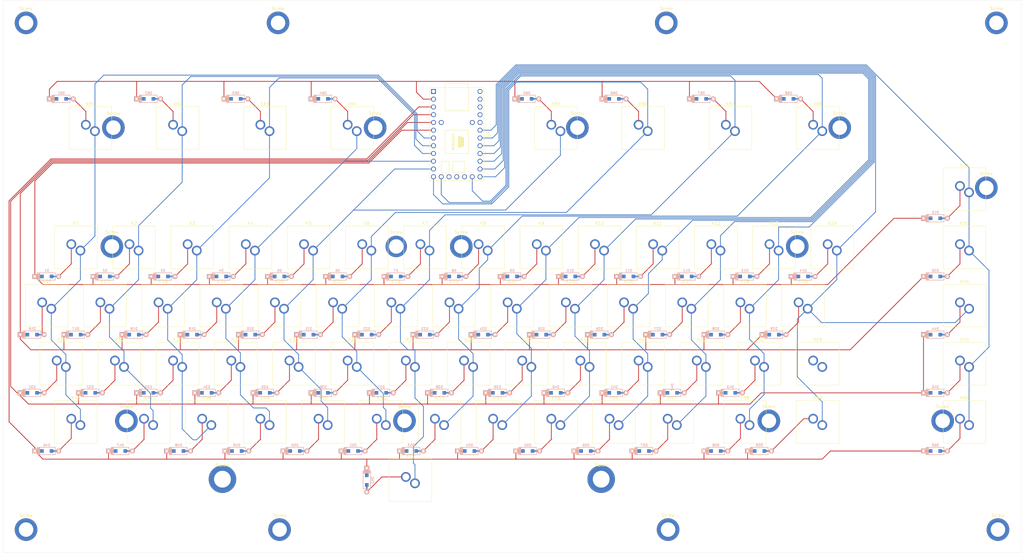
<source format=kicad_pcb>
(kicad_pcb (version 20171130) (host pcbnew 5.1.8-5.fc33)
  (layers (0 F.Cu signal) (31 B.Cu signal) (34 B.Paste user) (35 F.Paste user) (36 B.SilkS user) (37 F.SilkS user) (38 B.Mask user) (39 F.Mask user) (44 Edge.Cuts user))
  (net 0 "")
  (net 1 "Net-(D1-Pad2)")
  (net 2 /row0)
  (net 3 "Net-(D2-Pad2)")
  (net 4 "Net-(D3-Pad2)")
  (net 5 "Net-(D4-Pad2)")
  (net 6 "Net-(D5-Pad2)")
  (net 7 "Net-(D6-Pad2)")
  (net 8 "Net-(D7-Pad2)")
  (net 9 "Net-(D8-Pad2)")
  (net 10 "Net-(D9-Pad2)")
  (net 11 "Net-(D10-Pad2)")
  (net 12 "Net-(D11-Pad2)")
  (net 13 "Net-(D12-Pad2)")
  (net 14 "Net-(D13-Pad2)")
  (net 15 "Net-(D14-Pad2)")
  (net 16 "Net-(D15-Pad2)")
  (net 17 /row1)
  (net 18 "Net-(D16-Pad2)")
  (net 19 "Net-(D17-Pad2)")
  (net 20 "Net-(D18-Pad2)")
  (net 21 "Net-(D19-Pad2)")
  (net 22 "Net-(D20-Pad2)")
  (net 23 "Net-(D21-Pad2)")
  (net 24 "Net-(D22-Pad2)")
  (net 25 "Net-(D23-Pad2)")
  (net 26 "Net-(D24-Pad2)")
  (net 27 "Net-(D25-Pad2)")
  (net 28 "Net-(D26-Pad2)")
  (net 29 "Net-(D27-Pad2)")
  (net 30 "Net-(D28-Pad2)")
  (net 31 "Net-(D29-Pad2)")
  (net 32 "Net-(D30-Pad2)")
  (net 33 /row2)
  (net 34 "Net-(D31-Pad2)")
  (net 35 "Net-(D32-Pad2)")
  (net 36 "Net-(D33-Pad2)")
  (net 37 "Net-(D34-Pad2)")
  (net 38 "Net-(D35-Pad2)")
  (net 39 "Net-(D36-Pad2)")
  (net 40 "Net-(D37-Pad2)")
  (net 41 "Net-(D38-Pad2)")
  (net 42 "Net-(D39-Pad2)")
  (net 43 "Net-(D40-Pad2)")
  (net 44 "Net-(D41-Pad2)")
  (net 45 "Net-(D42-Pad2)")
  (net 46 "Net-(D43-Pad2)")
  (net 47 "Net-(D44-Pad2)")
  (net 48 "Net-(D45-Pad2)")
  (net 49 /row3)
  (net 50 "Net-(D46-Pad2)")
  (net 51 "Net-(D47-Pad2)")
  (net 52 "Net-(D48-Pad2)")
  (net 53 "Net-(D49-Pad2)")
  (net 54 "Net-(D50-Pad2)")
  (net 55 "Net-(D51-Pad2)")
  (net 56 "Net-(D52-Pad2)")
  (net 57 "Net-(D53-Pad2)")
  (net 58 "Net-(D54-Pad2)")
  (net 59 "Net-(D55-Pad2)")
  (net 60 "Net-(D56-Pad2)")
  (net 61 "Net-(D57-Pad2)")
  (net 62 "Net-(D58-Pad2)")
  (net 63 "Net-(D59-Pad2)")
  (net 64 "Net-(D60-Pad2)")
  (net 65 "Net-(D61-Pad2)")
  (net 66 /row4)
  (net 67 "Net-(D62-Pad2)")
  (net 68 "Net-(D63-Pad2)")
  (net 69 "Net-(D64-Pad2)")
  (net 70 "Net-(D65-Pad2)")
  (net 71 "Net-(D66-Pad2)")
  (net 72 "Net-(D67-Pad2)")
  (net 73 "Net-(D68-Pad2)")
  (net 74 /col0)
  (net 75 /col1)
  (net 76 /col2)
  (net 77 /col3)
  (net 78 /col4)
  (net 79 /col5)
  (net 80 /col6)
  (net 81 /col7)
  (net 82 /col8)
  (net 83 /col9)
  (net 84 /col10)
  (net 85 /col11)
  (net 86 /col12)
  (net 87 /col13)
  (net 88 /col14)
  (net 89 "Net-(U1-Pad1)")
  (net 90 "Net-(U1-Pad15)")
  (net 91 "Net-(U1-Pad14)")
  (net 92 "Net-(U1-Pad16)")
  (net 93 "Net-(U1-Pad25)")
  (net 94 "Net-(U1-Pad26)")
  (net 95 "Net-(U1-Pad27)")
  (net 96 "Net-(U1-Pad29)")
  (net 97 "Net-(U1-Pad30)")
  (net 98 "Net-(K69-Pad1)")
  (net 99 "Net-(K69-Pad2)")
  (net 100 "Net-(U1-Pad28)")
  (net 101 "Net-(U1-Pad31)")
  (module kb:MountingHole_4.75mm (layer F.Cu) (at 204.9125 118.7625)
    (fp_text reference Screw (at 0 -4.7) (layer F.SilkS))
    (fp_text value MountingHole_4.75mm)
    (pad 1 thru_hole circle (at 0 0) (size 7 7) (drill 4.75) (layers *.Cu *.Mask))
  )
  (module kb:MountingHole_5.5mm (layer F.Cu) (at 272.0125 194.9625)
    (fp_text reference Screw (at 0 -4.7) (layer F.SilkS))
    (fp_text value MountingHole_5.5mm)
    (pad 1 thru_hole circle (at 0 0) (size 9 9) (drill 5.5) (layers *.Cu *.Mask))
  )
  (module kb:MountingHole_5.5mm (layer F.Cu) (at 148.0125 194.9625)
    (fp_text reference Screw (at 0 -4.7) (layer F.SilkS))
    (fp_text value MountingHole_5.5mm)
    (pad 1 thru_hole circle (at 0 0) (size 9 9) (drill 5.5) (layers *.Cu *.Mask))
  )
  (module kb:MountingHole_4.75mm (layer F.Cu) (at 83.7125 211.4625)
    (fp_text reference Screw (at 0 -4.7) (layer F.SilkS))
    (fp_text value MountingHole_4.75mm)
    (pad 1 thru_hole circle (at 0 0) (size 7.4 7.4) (drill 4.75) (layers *.Cu *.Mask))
  )
  (module kb:MountingHole_4.75mm (layer F.Cu) (at 166.7125 211.4625)
    (fp_text reference Screw (at 0 -4.7) (layer F.SilkS))
    (fp_text value MountingHole_4.75mm)
    (pad 1 thru_hole circle (at 0 0) (size 7.4 7.4) (drill 4.75) (layers *.Cu *.Mask))
  )
  (module kb:MountingHole_4.75mm (layer F.Cu) (at 293.9125 211.4625)
    (fp_text reference Screw (at 0 -4.7) (layer F.SilkS))
    (fp_text value MountingHole_4.75mm)
    (pad 1 thru_hole circle (at 0 0) (size 7.4 7.4) (drill 4.75) (layers *.Cu *.Mask))
  )
  (module kb:MountingHole_4.75mm (layer F.Cu) (at 401.9125 211.4625)
    (fp_text reference Screw (at 0 -4.7) (layer F.SilkS))
    (fp_text value MountingHole_4.75mm)
    (pad 1 thru_hole circle (at 0 0) (size 7.4 7.4) (drill 4.75) (layers *.Cu *.Mask))
  )
  (module kb:MountingHole_4.75mm (layer F.Cu) (at 383.8125 175.8625)
    (fp_text reference Screw (at 0 -4.7) (layer F.SilkS))
    (fp_text value MountingHole_4.75mm)
    (pad 1 thru_hole circle (at 0 0) (size 7.4 7.4) (drill 4.75) (layers *.Cu *.Mask))
  )
  (module kb:MountingHole_4.75mm (layer F.Cu) (at 326.9125 175.8625)
    (fp_text reference Screw (at 0 -4.7) (layer F.SilkS))
    (fp_text value MountingHole_4.75mm)
    (pad 1 thru_hole circle (at 0 0) (size 7.4 7.4) (drill 4.75) (layers *.Cu *.Mask))
  )
  (module kb:MountingHole_4.75mm (layer F.Cu) (at 207.6125 175.8625)
    (fp_text reference Screw (at 0 -4.7) (layer F.SilkS))
    (fp_text value MountingHole_4.75mm)
    (pad 1 thru_hole circle (at 0 0) (size 7.4 7.4) (drill 4.75) (layers *.Cu *.Mask))
  )
  (module kb:MountingHole_4.75mm (layer F.Cu) (at 116.5625 175.8625)
    (fp_text reference Screw (at 0 -4.7) (layer F.SilkS))
    (fp_text value MountingHole_4.75mm)
    (pad 1 thru_hole circle (at 0 0) (size 7.4 7.4) (drill 4.75) (layers *.Cu *.Mask))
  )
  (module kb:MountingHole_4.75mm (layer F.Cu) (at 398.1125 99.5625)
    (fp_text reference Screw (at 0 -4.7) (layer F.SilkS))
    (fp_text value MountingHole_4.75mm)
    (pad 1 thru_hole circle (at 0 0) (size 7.4 7.4) (drill 4.75) (layers *.Cu *.Mask))
  )
  (module kb:MountingHole_4.75mm (layer F.Cu) (at 336.2125 118.7625)
    (fp_text reference Screw (at 0 -4.7) (layer F.SilkS))
    (fp_text value MountingHole_4.75mm)
    (pad 1 thru_hole circle (at 0 0) (size 7.4 7.4) (drill 4.75) (layers *.Cu *.Mask))
  )
  (module kb:MountingHole_4.75mm (layer F.Cu) (at 226.2125 118.7625)
    (fp_text reference Screw (at 0 -4.7) (layer F.SilkS))
    (fp_text value MountingHole_4.75mm)
    (pad 1 thru_hole circle (at 0 0) (size 7.4 7.4) (drill 4.75) (layers *.Cu *.Mask))
  )
  (module kb:MountingHole_4.75mm (layer F.Cu) (at 111.8125 118.7625)
    (fp_text reference Screw (at 0 -4.7) (layer F.SilkS))
    (fp_text value MountingHole_4.75mm)
    (pad 1 thru_hole circle (at 0 0) (size 7.4 7.4) (drill 4.75) (layers *.Cu *.Mask))
  )
  (module kb:MountingHole_4.75mm (layer F.Cu) (at 350.1125 79.8625)
    (fp_text reference Screw (at 0 -4.7) (layer F.SilkS))
    (fp_text value MountingHole_4.75mm)
    (pad 1 thru_hole circle (at 0 0) (size 7.4 7.4) (drill 4.75) (layers *.Cu *.Mask))
  )
  (module kb:MountingHole_4.75mm (layer F.Cu) (at 264.2125 79.8625)
    (fp_text reference Screw (at 0 -4.7) (layer F.SilkS))
    (fp_text value MountingHole_4.75mm)
    (pad 1 thru_hole circle (at 0 0) (size 7.4 7.4) (drill 4.75) (layers *.Cu *.Mask))
  )
  (module kb:MountingHole_4.75mm (layer F.Cu) (at 198.0125 79.8625)
    (fp_text reference Screw (at 0 -4.7) (layer F.SilkS))
    (fp_text value MountingHole_4.75mm)
    (pad 1 thru_hole circle (at 0 0) (size 7.4 7.4) (drill 4.75) (layers *.Cu *.Mask))
  )
  (module kb:MountingHole_4.75mm (layer F.Cu) (at 112.3125 79.8625)
    (fp_text reference Screw (at 0 -4.7) (layer F.SilkS))
    (fp_text value MountingHole_4.75mm)
    (pad 1 thru_hole circle (at 0 0) (size 7.4 7.4) (drill 4.75) (layers *.Cu *.Mask))
  )
  (module kb:MountingHole_4.75mm (layer F.Cu) (at 401.4125 45.5625)
    (fp_text reference Screw (at 0 -4.7) (layer F.SilkS))
    (fp_text value MountingHole_4.75mm)
    (pad 1 thru_hole circle (at 0 0) (size 7.4 7.4) (drill 4.75) (layers *.Cu *.Mask))
  )
  (module kb:MountingHole_4.75mm (layer F.Cu) (at 293.3125 45.5625)
    (fp_text reference Screw (at 0 -4.7) (layer F.SilkS))
    (fp_text value MountingHole_4.75mm)
    (pad 1 thru_hole circle (at 0 0) (size 7.4 7.4) (drill 4.75) (layers *.Cu *.Mask))
  )
  (module kb:MountingHole_4.75mm (layer F.Cu) (at 166.2125 45.5625)
    (fp_text reference Screw (at 0 -4.7) (layer F.SilkS))
    (fp_text value MountingHole_4.75mm)
    (pad 1 thru_hole circle (at 0 0) (size 7.4 7.4) (drill 4.75) (layers *.Cu *.Mask))
  )
  (module kb:MountingHole_4.75mm (layer F.Cu) (at 83.7125 45.5625)
    (fp_text reference Screw (at 0 -4.7) (layer F.SilkS))
    (fp_text value MountingHole_4.75mm)
    (pad 1 thru_hole circle (at 0 0) (size 7.4 7.4) (drill 4.75) (layers *.Cu *.Mask))
  )
  (module teensy:Teensy2.0 (layer F.Cu) (at 224.7265 81.9785 270)
    (fp_text reference U1 (at 0 -10.16 90) (layer F.SilkS))
    (fp_text value TEENSY2.0)
    (fp_text user MEGA32U4 (at 2.54 1.143 90) (layer F.SilkS) (effects (font (size 0.7 0.7))))
    (pad 15 thru_hole circle (at 13.97 0 270) (size 1.6 1.6) (drill 1.1) (layers *.Cu *.Mask) (net 90 "Net-(U1-Pad15)"))
    (pad 1 thru_hole rect (at -13.97 7.62 270) (size 1.6 1.6) (drill 1.1) (layers *.Cu *.Mask) (net 89 "Net-(U1-Pad1)"))
    (pad 2 thru_hole circle (at -11.43 7.62 270) (size 1.6 1.6) (drill 1.1) (layers *.Cu *.Mask) (net 66 /row4))
    (pad 3 thru_hole circle (at -8.89 7.62 270) (size 1.6 1.6) (drill 1.1) (layers *.Cu *.Mask) (net 49 /row3))
    (pad 4 thru_hole circle (at -6.35 7.62 270) (size 1.6 1.6) (drill 1.1) (layers *.Cu *.Mask) (net 33 /row2))
    (pad 5 thru_hole circle (at -3.81 7.62 270) (size 1.6 1.6) (drill 1.1) (layers *.Cu *.Mask) (net 17 /row1))
    (pad 6 thru_hole circle (at -1.27 7.62 270) (size 1.6 1.6) (drill 1.1) (layers *.Cu *.Mask) (net 2 /row0))
    (pad 7 thru_hole circle (at 1.27 7.62 270) (size 1.6 1.6) (drill 1.1) (layers *.Cu *.Mask) (net 74 /col0))
    (pad 8 thru_hole circle (at 3.81 7.62 270) (size 1.6 1.6) (drill 1.1) (layers *.Cu *.Mask) (net 75 /col1))
    (pad 9 thru_hole circle (at 6.35 7.62 270) (size 1.6 1.6) (drill 1.1) (layers *.Cu *.Mask) (net 76 /col2))
    (pad 10 thru_hole circle (at 8.89 7.62 270) (size 1.6 1.6) (drill 1.1) (layers *.Cu *.Mask) (net 77 /col3))
    (pad 11 thru_hole circle (at 11.43 7.62 270) (size 1.6 1.6) (drill 1.1) (layers *.Cu *.Mask) (net 78 /col4))
    (pad 12 thru_hole circle (at 13.97 7.62 270) (size 1.6 1.6) (drill 1.1) (layers *.Cu *.Mask) (net 79 /col5))
    (pad 13 thru_hole circle (at 13.97 5.08 270) (size 1.6 1.6) (drill 1.1) (layers *.Cu *.Mask) (net 80 /col6))
    (pad 14 thru_hole circle (at 13.97 2.54 270) (size 1.6 1.6) (drill 1.1) (layers *.Cu *.Mask) (net 91 "Net-(U1-Pad14)"))
    (pad 16 thru_hole circle (at 13.97 -2.54 270) (size 1.6 1.6) (drill 1.1) (layers *.Cu *.Mask) (net 92 "Net-(U1-Pad16)"))
    (pad 17 thru_hole circle (at 13.97 -5.08 270) (size 1.6 1.6) (drill 1.1) (layers *.Cu *.Mask) (net 81 /col7))
    (pad 18 thru_hole circle (at 13.97 -7.62 270) (size 1.6 1.6) (drill 1.1) (layers *.Cu *.Mask) (net 82 /col8))
    (pad 19 thru_hole circle (at 11.43 -7.62 270) (size 1.6 1.6) (drill 1.1) (layers *.Cu *.Mask) (net 83 /col9))
    (pad 20 thru_hole circle (at 8.89 -7.62 270) (size 1.6 1.6) (drill 1.1) (layers *.Cu *.Mask) (net 84 /col10))
    (pad 21 thru_hole circle (at 6.35 -7.62 270) (size 1.6 1.6) (drill 1.1) (layers *.Cu *.Mask) (net 85 /col11))
    (pad 22 thru_hole circle (at 3.81 -7.62 270) (size 1.6 1.6) (drill 1.1) (layers *.Cu *.Mask) (net 86 /col12))
    (pad 23 thru_hole circle (at 1.27 -7.62 270) (size 1.6 1.6) (drill 1.1) (layers *.Cu *.Mask) (net 87 /col13))
    (pad 24 thru_hole circle (at -1.27 -7.62 270) (size 1.6 1.6) (drill 1.1) (layers *.Cu *.Mask) (net 88 /col14))
    (pad 25 thru_hole circle (at -3.81 -7.62 270) (size 1.6 1.6) (drill 1.1) (layers *.Cu *.Mask) (net 93 "Net-(U1-Pad25)"))
    (pad 26 thru_hole circle (at -6.35 -7.62 270) (size 1.6 1.6) (drill 1.1) (layers *.Cu *.Mask) (net 94 "Net-(U1-Pad26)"))
    (pad 27 thru_hole circle (at -8.89 -7.62 270) (size 1.6 1.6) (drill 1.1) (layers *.Cu *.Mask) (net 95 "Net-(U1-Pad27)"))
    (pad 28 thru_hole circle (at -11.43 -7.62 270) (size 1.6 1.6) (drill 1.1) (layers *.Cu *.Mask) (net 100 "Net-(U1-Pad28)"))
    (pad 29 thru_hole circle (at -13.97 -7.62 270) (size 1.6 1.6) (drill 1.1) (layers *.Cu *.Mask) (net 96 "Net-(U1-Pad29)"))
    (pad 30 thru_hole circle (at -3.81 5.08 270) (size 1.6 1.6) (drill 1.1) (layers *.Cu *.Mask) (net 97 "Net-(U1-Pad30)"))
    (pad 31 thru_hole circle (at -3.81 -5.08 270) (size 1.6 1.6) (drill 1.1) (layers *.Cu *.Mask) (net 101 "Net-(U1-Pad31)"))
  )
  (module kb:Stackpole (layer F.Cu) (at 90.4875 109.5375)
    (fp_text reference K1 (at 9.525 1.651) (layer F.SilkS))
    (fp_text value KEYSW)
    (pad 1 thru_hole circle (at 11.015 10.57) (size 3.2 3.2) (drill 2.2) (layers *.Cu *.Mask) (net 74 /col0))
    (pad 2 thru_hole circle (at 8.035 8.48) (size 3.2 3.2) (drill 2.2) (layers *.Cu *.Mask) (net 1 "Net-(D1-Pad2)"))
  )
  (module kb:Stackpole (layer F.Cu) (at 109.5375 109.5375)
    (fp_text reference K2 (at 9.525 1.651) (layer F.SilkS))
    (fp_text value KEYSW)
    (pad 1 thru_hole circle (at 11.015 10.57) (size 3.2 3.2) (drill 2.2) (layers *.Cu *.Mask) (net 75 /col1))
    (pad 2 thru_hole circle (at 8.035 8.48) (size 3.2 3.2) (drill 2.2) (layers *.Cu *.Mask) (net 3 "Net-(D2-Pad2)"))
  )
  (module kb:Stackpole (layer F.Cu) (at 128.5875 109.5375)
    (fp_text reference K3 (at 9.525 1.651) (layer F.SilkS))
    (fp_text value KEYSW)
    (pad 1 thru_hole circle (at 11.015 10.57) (size 3.2 3.2) (drill 2.2) (layers *.Cu *.Mask) (net 76 /col2))
    (pad 2 thru_hole circle (at 8.035 8.48) (size 3.2 3.2) (drill 2.2) (layers *.Cu *.Mask) (net 4 "Net-(D3-Pad2)"))
  )
  (module kb:Stackpole (layer F.Cu) (at 147.6375 109.5375)
    (fp_text reference K4 (at 9.525 1.651) (layer F.SilkS))
    (fp_text value KEYSW)
    (pad 1 thru_hole circle (at 11.015 10.57) (size 3.2 3.2) (drill 2.2) (layers *.Cu *.Mask) (net 77 /col3))
    (pad 2 thru_hole circle (at 8.035 8.48) (size 3.2 3.2) (drill 2.2) (layers *.Cu *.Mask) (net 5 "Net-(D4-Pad2)"))
  )
  (module kb:Stackpole (layer F.Cu) (at 166.6875 109.5375)
    (fp_text reference K5 (at 9.525 1.651) (layer F.SilkS))
    (fp_text value KEYSW)
    (pad 2 thru_hole circle (at 8.035 8.48) (size 3.2 3.2) (drill 2.2) (layers *.Cu *.Mask) (net 6 "Net-(D5-Pad2)"))
    (pad 1 thru_hole circle (at 11.015 10.57) (size 3.2 3.2) (drill 2.2) (layers *.Cu *.Mask) (net 78 /col4))
  )
  (module kb:Stackpole (layer F.Cu) (at 185.7375 109.5375)
    (fp_text reference K6 (at 9.525 1.651) (layer F.SilkS))
    (fp_text value KEYSW)
    (pad 1 thru_hole circle (at 11.015 10.57) (size 3.2 3.2) (drill 2.2) (layers *.Cu *.Mask) (net 79 /col5))
    (pad 2 thru_hole circle (at 8.035 8.48) (size 3.2 3.2) (drill 2.2) (layers *.Cu *.Mask) (net 7 "Net-(D6-Pad2)"))
  )
  (module kb:Stackpole (layer F.Cu) (at 204.7875 109.5375)
    (fp_text reference K7 (at 9.525 1.651) (layer F.SilkS))
    (fp_text value KEYSW)
    (pad 1 thru_hole circle (at 11.015 10.57) (size 3.2 3.2) (drill 2.2) (layers *.Cu *.Mask) (net 80 /col6))
    (pad 2 thru_hole circle (at 8.035 8.48) (size 3.2 3.2) (drill 2.2) (layers *.Cu *.Mask) (net 8 "Net-(D7-Pad2)"))
  )
  (module kb:Stackpole (layer F.Cu) (at 223.8375 109.5375)
    (fp_text reference K8 (at 9.525 1.651) (layer F.SilkS))
    (fp_text value KEYSW)
    (pad 2 thru_hole circle (at 8.035 8.48) (size 3.2 3.2) (drill 2.2) (layers *.Cu *.Mask) (net 9 "Net-(D8-Pad2)"))
    (pad 1 thru_hole circle (at 11.015 10.57) (size 3.2 3.2) (drill 2.2) (layers *.Cu *.Mask) (net 81 /col7))
  )
  (module kb:Stackpole (layer F.Cu) (at 242.8875 109.5375)
    (fp_text reference K9 (at 9.525 1.651) (layer F.SilkS))
    (fp_text value KEYSW)
    (pad 2 thru_hole circle (at 8.035 8.48) (size 3.2 3.2) (drill 2.2) (layers *.Cu *.Mask) (net 10 "Net-(D9-Pad2)"))
    (pad 1 thru_hole circle (at 11.015 10.57) (size 3.2 3.2) (drill 2.2) (layers *.Cu *.Mask) (net 82 /col8))
  )
  (module kb:Stackpole (layer F.Cu) (at 261.9375 109.5375)
    (fp_text reference K10 (at 9.525 1.651) (layer F.SilkS))
    (fp_text value KEYSW)
    (pad 2 thru_hole circle (at 8.035 8.48) (size 3.2 3.2) (drill 2.2) (layers *.Cu *.Mask) (net 11 "Net-(D10-Pad2)"))
    (pad 1 thru_hole circle (at 11.015 10.57) (size 3.2 3.2) (drill 2.2) (layers *.Cu *.Mask) (net 83 /col9))
  )
  (module kb:Stackpole (layer F.Cu) (at 280.9875 109.5375)
    (fp_text reference K11 (at 9.525 1.651) (layer F.SilkS))
    (fp_text value KEYSW)
    (pad 2 thru_hole circle (at 8.035 8.48) (size 3.2 3.2) (drill 2.2) (layers *.Cu *.Mask) (net 12 "Net-(D11-Pad2)"))
    (pad 1 thru_hole circle (at 11.015 10.57) (size 3.2 3.2) (drill 2.2) (layers *.Cu *.Mask) (net 84 /col10))
  )
  (module kb:Stackpole (layer F.Cu) (at 300.0375 109.5375)
    (fp_text reference K12 (at 9.525 1.651) (layer F.SilkS))
    (fp_text value KEYSW)
    (pad 1 thru_hole circle (at 11.015 10.57) (size 3.2 3.2) (drill 2.2) (layers *.Cu *.Mask) (net 85 /col11))
    (pad 2 thru_hole circle (at 8.035 8.48) (size 3.2 3.2) (drill 2.2) (layers *.Cu *.Mask) (net 13 "Net-(D12-Pad2)"))
  )
  (module kb:Stackpole (layer F.Cu) (at 319.0875 109.5375)
    (fp_text reference K13 (at 9.525 1.651) (layer F.SilkS))
    (fp_text value KEYSW)
    (pad 2 thru_hole circle (at 8.035 8.48) (size 3.2 3.2) (drill 2.2) (layers *.Cu *.Mask) (net 14 "Net-(D13-Pad2)"))
    (pad 1 thru_hole circle (at 11.015 10.57) (size 3.2 3.2) (drill 2.2) (layers *.Cu *.Mask) (net 86 /col12))
  )
  (module kb:Stackpole (layer F.Cu) (at 338.1375 109.5375)
    (fp_text reference K14 (at 9.525 1.651) (layer F.SilkS))
    (fp_text value KEYSW)
    (pad 1 thru_hole circle (at 11.015 10.57) (size 3.2 3.2) (drill 2.2) (layers *.Cu *.Mask) (net 87 /col13))
    (pad 2 thru_hole circle (at 8.035 8.48) (size 3.2 3.2) (drill 2.2) (layers *.Cu *.Mask) (net 15 "Net-(D14-Pad2)"))
  )
  (module kb:Stackpole (layer F.Cu) (at 381.4375 90.4875)
    (fp_text reference K15 (at 9.525 1.651) (layer F.SilkS))
    (fp_text value KEYSW)
    (pad 2 thru_hole circle (at 8.035 8.48) (size 3.2 3.2) (drill 2.2) (layers *.Cu *.Mask) (net 16 "Net-(D15-Pad2)"))
    (pad 1 thru_hole circle (at 11.015 10.57) (size 3.2 3.2) (drill 2.2) (layers *.Cu *.Mask) (net 88 /col14))
  )
  (module kb:Stackpole (layer F.Cu) (at 80.9625 128.5875)
    (fp_text reference K16 (at 9.525 1.651) (layer F.SilkS))
    (fp_text value KEYSW)
    (pad 1 thru_hole circle (at 11.015 10.57) (size 3.2 3.2) (drill 2.2) (layers *.Cu *.Mask) (net 74 /col0))
    (pad 2 thru_hole circle (at 8.035 8.48) (size 3.2 3.2) (drill 2.2) (layers *.Cu *.Mask) (net 18 "Net-(D16-Pad2)"))
  )
  (module kb:Stackpole (layer F.Cu) (at 100.0125 128.5875)
    (fp_text reference K17 (at 9.525 1.651) (layer F.SilkS))
    (fp_text value KEYSW)
    (pad 1 thru_hole circle (at 11.015 10.57) (size 3.2 3.2) (drill 2.2) (layers *.Cu *.Mask) (net 75 /col1))
    (pad 2 thru_hole circle (at 8.035 8.48) (size 3.2 3.2) (drill 2.2) (layers *.Cu *.Mask) (net 19 "Net-(D17-Pad2)"))
  )
  (module kb:Stackpole (layer F.Cu) (at 119.0625 128.5875)
    (fp_text reference K18 (at 9.525 1.651) (layer F.SilkS))
    (fp_text value KEYSW)
    (pad 2 thru_hole circle (at 8.035 8.48) (size 3.2 3.2) (drill 2.2) (layers *.Cu *.Mask) (net 20 "Net-(D18-Pad2)"))
    (pad 1 thru_hole circle (at 11.015 10.57) (size 3.2 3.2) (drill 2.2) (layers *.Cu *.Mask) (net 76 /col2))
  )
  (module kb:Stackpole (layer F.Cu) (at 138.1125 128.5875)
    (fp_text reference K19 (at 9.525 1.651) (layer F.SilkS))
    (fp_text value KEYSW)
    (pad 1 thru_hole circle (at 11.015 10.57) (size 3.2 3.2) (drill 2.2) (layers *.Cu *.Mask) (net 77 /col3))
    (pad 2 thru_hole circle (at 8.035 8.48) (size 3.2 3.2) (drill 2.2) (layers *.Cu *.Mask) (net 21 "Net-(D19-Pad2)"))
  )
  (module kb:Stackpole (layer F.Cu) (at 157.1625 128.5875)
    (fp_text reference K20 (at 9.525 1.651) (layer F.SilkS))
    (fp_text value KEYSW)
    (pad 1 thru_hole circle (at 11.015 10.57) (size 3.2 3.2) (drill 2.2) (layers *.Cu *.Mask) (net 78 /col4))
    (pad 2 thru_hole circle (at 8.035 8.48) (size 3.2 3.2) (drill 2.2) (layers *.Cu *.Mask) (net 22 "Net-(D20-Pad2)"))
  )
  (module kb:Stackpole (layer F.Cu) (at 176.2125 128.5875)
    (fp_text reference K21 (at 9.525 1.651) (layer F.SilkS))
    (fp_text value KEYSW)
    (pad 2 thru_hole circle (at 8.035 8.48) (size 3.2 3.2) (drill 2.2) (layers *.Cu *.Mask) (net 23 "Net-(D21-Pad2)"))
    (pad 1 thru_hole circle (at 11.015 10.57) (size 3.2 3.2) (drill 2.2) (layers *.Cu *.Mask) (net 79 /col5))
  )
  (module kb:Stackpole (layer F.Cu) (at 195.2625 128.5875)
    (fp_text reference K22 (at 9.525 1.651) (layer F.SilkS))
    (fp_text value KEYSW)
    (pad 2 thru_hole circle (at 8.035 8.48) (size 3.2 3.2) (drill 2.2) (layers *.Cu *.Mask) (net 24 "Net-(D22-Pad2)"))
    (pad 1 thru_hole circle (at 11.015 10.57) (size 3.2 3.2) (drill 2.2) (layers *.Cu *.Mask) (net 80 /col6))
  )
  (module kb:Stackpole (layer F.Cu) (at 214.3125 128.5875)
    (fp_text reference K23 (at 9.525 1.651) (layer F.SilkS))
    (fp_text value KEYSW)
    (pad 2 thru_hole circle (at 8.035 8.48) (size 3.2 3.2) (drill 2.2) (layers *.Cu *.Mask) (net 25 "Net-(D23-Pad2)"))
    (pad 1 thru_hole circle (at 11.015 10.57) (size 3.2 3.2) (drill 2.2) (layers *.Cu *.Mask) (net 81 /col7))
  )
  (module kb:Stackpole (layer F.Cu) (at 233.3625 128.5875)
    (fp_text reference K24 (at 9.525 1.651) (layer F.SilkS))
    (fp_text value KEYSW)
    (pad 2 thru_hole circle (at 8.035 8.48) (size 3.2 3.2) (drill 2.2) (layers *.Cu *.Mask) (net 26 "Net-(D24-Pad2)"))
    (pad 1 thru_hole circle (at 11.015 10.57) (size 3.2 3.2) (drill 2.2) (layers *.Cu *.Mask) (net 82 /col8))
  )
  (module kb:Stackpole (layer F.Cu) (at 252.4125 128.5875)
    (fp_text reference K25 (at 9.525 1.651) (layer F.SilkS))
    (fp_text value KEYSW)
    (pad 2 thru_hole circle (at 8.035 8.48) (size 3.2 3.2) (drill 2.2) (layers *.Cu *.Mask) (net 27 "Net-(D25-Pad2)"))
    (pad 1 thru_hole circle (at 11.015 10.57) (size 3.2 3.2) (drill 2.2) (layers *.Cu *.Mask) (net 83 /col9))
  )
  (module kb:Stackpole (layer F.Cu) (at 271.4625 128.5875)
    (fp_text reference K26 (at 9.525 1.651) (layer F.SilkS))
    (fp_text value KEYSW)
    (pad 2 thru_hole circle (at 8.035 8.48) (size 3.2 3.2) (drill 2.2) (layers *.Cu *.Mask) (net 28 "Net-(D26-Pad2)"))
    (pad 1 thru_hole circle (at 11.015 10.57) (size 3.2 3.2) (drill 2.2) (layers *.Cu *.Mask) (net 84 /col10))
  )
  (module kb:Stackpole (layer F.Cu) (at 290.5125 128.5875)
    (fp_text reference K27 (at 9.525 1.651) (layer F.SilkS))
    (fp_text value KEYSW)
    (pad 1 thru_hole circle (at 11.015 10.57) (size 3.2 3.2) (drill 2.2) (layers *.Cu *.Mask) (net 85 /col11))
    (pad 2 thru_hole circle (at 8.035 8.48) (size 3.2 3.2) (drill 2.2) (layers *.Cu *.Mask) (net 29 "Net-(D27-Pad2)"))
  )
  (module kb:Stackpole (layer F.Cu) (at 309.5625 128.5875)
    (fp_text reference K28 (at 9.525 1.651) (layer F.SilkS))
    (fp_text value KEYSW)
    (pad 2 thru_hole circle (at 8.035 8.48) (size 3.2 3.2) (drill 2.2) (layers *.Cu *.Mask) (net 30 "Net-(D28-Pad2)"))
    (pad 1 thru_hole circle (at 11.015 10.57) (size 3.2 3.2) (drill 2.2) (layers *.Cu *.Mask) (net 86 /col12))
  )
  (module kb:Stackpole (layer F.Cu) (at 328.6125 128.5875)
    (fp_text reference K29 (at 9.525 1.651) (layer F.SilkS))
    (fp_text value KEYSW)
    (pad 1 thru_hole circle (at 11.015 10.57) (size 3.2 3.2) (drill 2.2) (layers *.Cu *.Mask) (net 87 /col13))
    (pad 2 thru_hole circle (at 8.035 8.48) (size 3.2 3.2) (drill 2.2) (layers *.Cu *.Mask) (net 31 "Net-(D29-Pad2)"))
  )
  (module kb:Stackpole (layer F.Cu) (at 381.4375 109.5375)
    (fp_text reference K30 (at 9.525 1.651) (layer F.SilkS))
    (fp_text value KEYSW)
    (pad 2 thru_hole circle (at 8.035 8.48) (size 3.2 3.2) (drill 2.2) (layers *.Cu *.Mask) (net 32 "Net-(D30-Pad2)"))
    (pad 1 thru_hole circle (at 11.015 10.57) (size 3.2 3.2) (drill 2.2) (layers *.Cu *.Mask) (net 88 /col14))
  )
  (module kb:Stackpole (layer F.Cu) (at 85.725 147.6375)
    (fp_text reference K31 (at 9.525 1.651) (layer F.SilkS))
    (fp_text value KEYSW)
    (pad 1 thru_hole circle (at 11.015 10.57) (size 3.2 3.2) (drill 2.2) (layers *.Cu *.Mask) (net 74 /col0))
    (pad 2 thru_hole circle (at 8.035 8.48) (size 3.2 3.2) (drill 2.2) (layers *.Cu *.Mask) (net 34 "Net-(D31-Pad2)"))
  )
  (module kb:Stackpole (layer F.Cu) (at 104.775 147.6375)
    (fp_text reference K32 (at 9.525 1.651) (layer F.SilkS))
    (fp_text value KEYSW)
    (pad 2 thru_hole circle (at 8.035 8.48) (size 3.2 3.2) (drill 2.2) (layers *.Cu *.Mask) (net 35 "Net-(D32-Pad2)"))
    (pad 1 thru_hole circle (at 11.015 10.57) (size 3.2 3.2) (drill 2.2) (layers *.Cu *.Mask) (net 75 /col1))
  )
  (module kb:Stackpole (layer F.Cu) (at 123.825 147.6375)
    (fp_text reference K33 (at 9.525 1.651) (layer F.SilkS))
    (fp_text value KEYSW)
    (pad 1 thru_hole circle (at 11.015 10.57) (size 3.2 3.2) (drill 2.2) (layers *.Cu *.Mask) (net 76 /col2))
    (pad 2 thru_hole circle (at 8.035 8.48) (size 3.2 3.2) (drill 2.2) (layers *.Cu *.Mask) (net 36 "Net-(D33-Pad2)"))
  )
  (module kb:Stackpole (layer F.Cu) (at 142.875 147.6375)
    (fp_text reference K34 (at 9.525 1.651) (layer F.SilkS))
    (fp_text value KEYSW)
    (pad 2 thru_hole circle (at 8.035 8.48) (size 3.2 3.2) (drill 2.2) (layers *.Cu *.Mask) (net 37 "Net-(D34-Pad2)"))
    (pad 1 thru_hole circle (at 11.015 10.57) (size 3.2 3.2) (drill 2.2) (layers *.Cu *.Mask) (net 77 /col3))
  )
  (module kb:Stackpole (layer F.Cu) (at 161.925 147.6375)
    (fp_text reference K35 (at 9.525 1.651) (layer F.SilkS))
    (fp_text value KEYSW)
    (pad 1 thru_hole circle (at 11.015 10.57) (size 3.2 3.2) (drill 2.2) (layers *.Cu *.Mask) (net 78 /col4))
    (pad 2 thru_hole circle (at 8.035 8.48) (size 3.2 3.2) (drill 2.2) (layers *.Cu *.Mask) (net 38 "Net-(D35-Pad2)"))
  )
  (module kb:Stackpole (layer F.Cu) (at 180.975 147.6375)
    (fp_text reference K36 (at 9.525 1.651) (layer F.SilkS))
    (fp_text value KEYSW)
    (pad 2 thru_hole circle (at 8.035 8.48) (size 3.2 3.2) (drill 2.2) (layers *.Cu *.Mask) (net 39 "Net-(D36-Pad2)"))
    (pad 1 thru_hole circle (at 11.015 10.57) (size 3.2 3.2) (drill 2.2) (layers *.Cu *.Mask) (net 79 /col5))
  )
  (module kb:Stackpole (layer F.Cu) (at 200.025 147.6375)
    (fp_text reference K37 (at 9.525 1.651) (layer F.SilkS))
    (fp_text value KEYSW)
    (pad 1 thru_hole circle (at 11.015 10.57) (size 3.2 3.2) (drill 2.2) (layers *.Cu *.Mask) (net 80 /col6))
    (pad 2 thru_hole circle (at 8.035 8.48) (size 3.2 3.2) (drill 2.2) (layers *.Cu *.Mask) (net 40 "Net-(D37-Pad2)"))
  )
  (module kb:Stackpole (layer F.Cu) (at 219.075 147.6375)
    (fp_text reference K38 (at 9.525 1.651) (layer F.SilkS))
    (fp_text value KEYSW)
    (pad 2 thru_hole circle (at 8.035 8.48) (size 3.2 3.2) (drill 2.2) (layers *.Cu *.Mask) (net 41 "Net-(D38-Pad2)"))
    (pad 1 thru_hole circle (at 11.015 10.57) (size 3.2 3.2) (drill 2.2) (layers *.Cu *.Mask) (net 81 /col7))
  )
  (module kb:Stackpole (layer F.Cu) (at 238.125 147.6375)
    (fp_text reference K39 (at 9.525 1.651) (layer F.SilkS))
    (fp_text value KEYSW)
    (pad 1 thru_hole circle (at 11.015 10.57) (size 3.2 3.2) (drill 2.2) (layers *.Cu *.Mask) (net 82 /col8))
    (pad 2 thru_hole circle (at 8.035 8.48) (size 3.2 3.2) (drill 2.2) (layers *.Cu *.Mask) (net 42 "Net-(D39-Pad2)"))
  )
  (module kb:Stackpole (layer F.Cu) (at 257.175 147.6375)
    (fp_text reference K40 (at 9.525 1.651) (layer F.SilkS))
    (fp_text value KEYSW)
    (pad 2 thru_hole circle (at 8.035 8.48) (size 3.2 3.2) (drill 2.2) (layers *.Cu *.Mask) (net 43 "Net-(D40-Pad2)"))
    (pad 1 thru_hole circle (at 11.015 10.57) (size 3.2 3.2) (drill 2.2) (layers *.Cu *.Mask) (net 83 /col9))
  )
  (module kb:Stackpole (layer F.Cu) (at 276.225 147.6375)
    (fp_text reference K41 (at 9.525 1.651) (layer F.SilkS))
    (fp_text value KEYSW)
    (pad 1 thru_hole circle (at 11.015 10.57) (size 3.2 3.2) (drill 2.2) (layers *.Cu *.Mask) (net 84 /col10))
    (pad 2 thru_hole circle (at 8.035 8.48) (size 3.2 3.2) (drill 2.2) (layers *.Cu *.Mask) (net 44 "Net-(D41-Pad2)"))
  )
  (module kb:Stackpole (layer F.Cu) (at 295.275 147.6375)
    (fp_text reference K42 (at 9.525 1.651) (layer F.SilkS))
    (fp_text value KEYSW)
    (pad 2 thru_hole circle (at 8.035 8.48) (size 3.2 3.2) (drill 2.2) (layers *.Cu *.Mask) (net 45 "Net-(D42-Pad2)"))
    (pad 1 thru_hole circle (at 11.015 10.57) (size 3.2 3.2) (drill 2.2) (layers *.Cu *.Mask) (net 85 /col11))
  )
  (module kb:Stackpole (layer F.Cu) (at 314.325 147.6375)
    (fp_text reference K43 (at 9.525 1.651) (layer F.SilkS))
    (fp_text value KEYSW)
    (pad 1 thru_hole circle (at 11.015 10.57) (size 3.2 3.2) (drill 2.2) (layers *.Cu *.Mask) (net 86 /col12))
    (pad 2 thru_hole circle (at 8.035 8.48) (size 3.2 3.2) (drill 2.2) (layers *.Cu *.Mask) (net 46 "Net-(D43-Pad2)"))
  )
  (module kb:Stackpole (layer F.Cu) (at 381.4375 128.5875)
    (fp_text reference K44 (at 9.525 1.651) (layer F.SilkS))
    (fp_text value KEYSW)
    (pad 2 thru_hole circle (at 8.035 8.48) (size 3.2 3.2) (drill 2.2) (layers *.Cu *.Mask) (net 47 "Net-(D44-Pad2)"))
    (pad 1 thru_hole circle (at 11.015 10.57) (size 3.2 3.2) (drill 2.2) (layers *.Cu *.Mask) (net 87 /col13))
  )
  (module kb:Stackpole (layer F.Cu) (at 381.4375 147.6375)
    (fp_text reference K45 (at 9.525 1.651) (layer F.SilkS))
    (fp_text value KEYSW)
    (pad 1 thru_hole circle (at 11.015 10.57) (size 3.2 3.2) (drill 2.2) (layers *.Cu *.Mask) (net 88 /col14))
    (pad 2 thru_hole circle (at 8.035 8.48) (size 3.2 3.2) (drill 2.2) (layers *.Cu *.Mask) (net 48 "Net-(D45-Pad2)"))
  )
  (module kb:Stackpole (layer F.Cu) (at 90.4875 166.6875)
    (fp_text reference K46 (at 9.525 1.651) (layer F.SilkS))
    (fp_text value KEYSW)
    (pad 1 thru_hole circle (at 11.015 10.57) (size 3.2 3.2) (drill 2.2) (layers *.Cu *.Mask) (net 74 /col0))
    (pad 2 thru_hole circle (at 8.035 8.48) (size 3.2 3.2) (drill 2.2) (layers *.Cu *.Mask) (net 50 "Net-(D46-Pad2)"))
  )
  (module kb:Stackpole (layer F.Cu) (at 114.3 166.6875)
    (fp_text reference K47 (at 9.525 1.651) (layer F.SilkS))
    (fp_text value KEYSW)
    (pad 1 thru_hole circle (at 11.015 10.57) (size 3.2 3.2) (drill 2.2) (layers *.Cu *.Mask) (net 75 /col1))
    (pad 2 thru_hole circle (at 8.035 8.48) (size 3.2 3.2) (drill 2.2) (layers *.Cu *.Mask) (net 51 "Net-(D47-Pad2)"))
  )
  (module kb:Stackpole (layer F.Cu) (at 133.35 166.6875)
    (fp_text reference K48 (at 9.525 1.651) (layer F.SilkS))
    (fp_text value KEYSW)
    (pad 1 thru_hole circle (at 11.015 10.57) (size 3.2 3.2) (drill 2.2) (layers *.Cu *.Mask) (net 76 /col2))
    (pad 2 thru_hole circle (at 8.035 8.48) (size 3.2 3.2) (drill 2.2) (layers *.Cu *.Mask) (net 52 "Net-(D48-Pad2)"))
  )
  (module kb:Stackpole (layer F.Cu) (at 152.4 166.6875)
    (fp_text reference K49 (at 9.525 1.651) (layer F.SilkS))
    (fp_text value KEYSW)
    (pad 2 thru_hole circle (at 8.035 8.48) (size 3.2 3.2) (drill 2.2) (layers *.Cu *.Mask) (net 53 "Net-(D49-Pad2)"))
    (pad 1 thru_hole circle (at 11.015 10.57) (size 3.2 3.2) (drill 2.2) (layers *.Cu *.Mask) (net 77 /col3))
  )
  (module kb:Stackpole (layer F.Cu) (at 171.45 166.6875)
    (fp_text reference K50 (at 9.525 1.651) (layer F.SilkS))
    (fp_text value KEYSW)
    (pad 1 thru_hole circle (at 11.015 10.57) (size 3.2 3.2) (drill 2.2) (layers *.Cu *.Mask) (net 78 /col4))
    (pad 2 thru_hole circle (at 8.035 8.48) (size 3.2 3.2) (drill 2.2) (layers *.Cu *.Mask) (net 54 "Net-(D50-Pad2)"))
  )
  (module kb:Stackpole (layer F.Cu) (at 190.5 166.6875)
    (fp_text reference K51 (at 9.525 1.651) (layer F.SilkS))
    (fp_text value KEYSW)
    (pad 2 thru_hole circle (at 8.035 8.48) (size 3.2 3.2) (drill 2.2) (layers *.Cu *.Mask) (net 55 "Net-(D51-Pad2)"))
    (pad 1 thru_hole circle (at 11.015 10.57) (size 3.2 3.2) (drill 2.2) (layers *.Cu *.Mask) (net 79 /col5))
  )
  (module kb:Stackpole (layer F.Cu) (at 200.025 185.7375)
    (fp_text reference K52 (at 9.525 1.651) (layer F.SilkS))
    (fp_text value KEYSW)
    (pad 1 thru_hole circle (at 11.015 10.57) (size 3.2 3.2) (drill 2.2) (layers *.Cu *.Mask) (net 80 /col6))
    (pad 2 thru_hole circle (at 8.035 8.48) (size 3.2 3.2) (drill 2.2) (layers *.Cu *.Mask) (net 56 "Net-(D52-Pad2)"))
  )
  (module kb:Stackpole (layer F.Cu) (at 209.55 166.6875)
    (fp_text reference K53 (at 9.525 1.651) (layer F.SilkS))
    (fp_text value KEYSW)
    (pad 2 thru_hole circle (at 8.035 8.48) (size 3.2 3.2) (drill 2.2) (layers *.Cu *.Mask) (net 57 "Net-(D53-Pad2)"))
    (pad 1 thru_hole circle (at 11.015 10.57) (size 3.2 3.2) (drill 2.2) (layers *.Cu *.Mask) (net 81 /col7))
  )
  (module kb:Stackpole (layer F.Cu) (at 228.6 166.6875)
    (fp_text reference K54 (at 9.525 1.651) (layer F.SilkS))
    (fp_text value KEYSW)
    (pad 1 thru_hole circle (at 11.015 10.57) (size 3.2 3.2) (drill 2.2) (layers *.Cu *.Mask) (net 82 /col8))
    (pad 2 thru_hole circle (at 8.035 8.48) (size 3.2 3.2) (drill 2.2) (layers *.Cu *.Mask) (net 58 "Net-(D54-Pad2)"))
  )
  (module kb:Stackpole (layer F.Cu) (at 247.65 166.6875)
    (fp_text reference K55 (at 9.525 1.651) (layer F.SilkS))
    (fp_text value KEYSW)
    (pad 2 thru_hole circle (at 8.035 8.48) (size 3.2 3.2) (drill 2.2) (layers *.Cu *.Mask) (net 59 "Net-(D55-Pad2)"))
    (pad 1 thru_hole circle (at 11.015 10.57) (size 3.2 3.2) (drill 2.2) (layers *.Cu *.Mask) (net 83 /col9))
  )
  (module kb:Stackpole (layer F.Cu) (at 266.7 166.6875)
    (fp_text reference K56 (at 9.525 1.651) (layer F.SilkS))
    (fp_text value KEYSW)
    (pad 1 thru_hole circle (at 11.015 10.57) (size 3.2 3.2) (drill 2.2) (layers *.Cu *.Mask) (net 84 /col10))
    (pad 2 thru_hole circle (at 8.035 8.48) (size 3.2 3.2) (drill 2.2) (layers *.Cu *.Mask) (net 60 "Net-(D56-Pad2)"))
  )
  (module kb:Stackpole (layer F.Cu) (at 285.75 166.6875)
    (fp_text reference K57 (at 9.525 1.651) (layer F.SilkS))
    (fp_text value KEYSW)
    (pad 2 thru_hole circle (at 8.035 8.48) (size 3.2 3.2) (drill 2.2) (layers *.Cu *.Mask) (net 61 "Net-(D57-Pad2)"))
    (pad 1 thru_hole circle (at 11.015 10.57) (size 3.2 3.2) (drill 2.2) (layers *.Cu *.Mask) (net 85 /col11))
  )
  (module kb:Stackpole (layer F.Cu) (at 309.5625 166.6875)
    (fp_text reference K58 (at 9.525 1.651) (layer F.SilkS))
    (fp_text value KEYSW)
    (pad 2 thru_hole circle (at 8.035 8.48) (size 3.2 3.2) (drill 2.2) (layers *.Cu *.Mask) (net 62 "Net-(D58-Pad2)"))
    (pad 1 thru_hole circle (at 11.015 10.57) (size 3.2 3.2) (drill 2.2) (layers *.Cu *.Mask) (net 86 /col12))
  )
  (module kb:Stackpole (layer F.Cu) (at 333.375 166.6875)
    (fp_text reference K59 (at 9.525 1.651) (layer F.SilkS))
    (fp_text value KEYSW)
    (pad 2 thru_hole circle (at 8.035 8.48) (size 3.2 3.2) (drill 2.2) (layers *.Cu *.Mask) (net 63 "Net-(D59-Pad2)"))
    (pad 1 thru_hole circle (at 11.015 10.57) (size 3.2 3.2) (drill 2.2) (layers *.Cu *.Mask) (net 87 /col13))
  )
  (module kb:Stackpole (layer F.Cu) (at 381.4375 166.6875)
    (fp_text reference K60 (at 9.525 1.651) (layer F.SilkS))
    (fp_text value KEYSW)
    (pad 1 thru_hole circle (at 11.015 10.57) (size 3.2 3.2) (drill 2.2) (layers *.Cu *.Mask) (net 88 /col14))
    (pad 2 thru_hole circle (at 8.035 8.48) (size 3.2 3.2) (drill 2.2) (layers *.Cu *.Mask) (net 64 "Net-(D60-Pad2)"))
  )
  (module kb:Stackpole (layer F.Cu) (at 95.25 70.4375)
    (fp_text reference K61 (at 9.525 1.651) (layer F.SilkS))
    (fp_text value KEYSW)
    (pad 2 thru_hole circle (at 8.035 8.48) (size 3.2 3.2) (drill 2.2) (layers *.Cu *.Mask) (net 65 "Net-(D61-Pad2)"))
    (pad 1 thru_hole circle (at 11.015 10.57) (size 3.2 3.2) (drill 2.2) (layers *.Cu *.Mask) (net 74 /col0))
  )
  (module kb:Stackpole (layer F.Cu) (at 123.825 70.4375)
    (fp_text reference K62 (at 9.525 1.651) (layer F.SilkS))
    (fp_text value KEYSW)
    (pad 1 thru_hole circle (at 11.015 10.57) (size 3.2 3.2) (drill 2.2) (layers *.Cu *.Mask) (net 75 /col1))
    (pad 2 thru_hole circle (at 8.035 8.48) (size 3.2 3.2) (drill 2.2) (layers *.Cu *.Mask) (net 67 "Net-(D62-Pad2)"))
  )
  (module kb:Stackpole (layer F.Cu) (at 152.4 70.4375)
    (fp_text reference K63 (at 9.525 1.651) (layer F.SilkS))
    (fp_text value KEYSW)
    (pad 2 thru_hole circle (at 8.035 8.48) (size 3.2 3.2) (drill 2.2) (layers *.Cu *.Mask) (net 68 "Net-(D63-Pad2)"))
    (pad 1 thru_hole circle (at 11.015 10.57) (size 3.2 3.2) (drill 2.2) (layers *.Cu *.Mask) (net 76 /col2))
  )
  (module kb:Stackpole (layer F.Cu) (at 180.975 70.4375)
    (fp_text reference K64 (at 9.525 1.651) (layer F.SilkS))
    (fp_text value KEYSW)
    (pad 1 thru_hole circle (at 11.015 10.57) (size 3.2 3.2) (drill 2.2) (layers *.Cu *.Mask) (net 77 /col3))
    (pad 2 thru_hole circle (at 8.035 8.48) (size 3.2 3.2) (drill 2.2) (layers *.Cu *.Mask) (net 69 "Net-(D64-Pad2)"))
  )
  (module kb:Stackpole (layer F.Cu) (at 247.65 70.4375)
    (fp_text reference K65 (at 9.525 1.651) (layer F.SilkS))
    (fp_text value KEYSW)
    (pad 2 thru_hole circle (at 8.035 8.48) (size 3.2 3.2) (drill 2.2) (layers *.Cu *.Mask) (net 70 "Net-(D65-Pad2)"))
    (pad 1 thru_hole circle (at 11.015 10.57) (size 3.2 3.2) (drill 2.2) (layers *.Cu *.Mask) (net 78 /col4))
  )
  (module kb:Stackpole (layer F.Cu) (at 276.225 70.4375)
    (fp_text reference K66 (at 9.525 1.651) (layer F.SilkS))
    (fp_text value KEYSW)
    (pad 1 thru_hole circle (at 11.015 10.57) (size 3.2 3.2) (drill 2.2) (layers *.Cu *.Mask) (net 79 /col5))
    (pad 2 thru_hole circle (at 8.035 8.48) (size 3.2 3.2) (drill 2.2) (layers *.Cu *.Mask) (net 71 "Net-(D66-Pad2)"))
  )
  (module kb:Stackpole (layer F.Cu) (at 304.8 70.4375)
    (fp_text reference K67 (at 9.525 1.651) (layer F.SilkS))
    (fp_text value KEYSW)
    (pad 2 thru_hole circle (at 8.035 8.48) (size 3.2 3.2) (drill 2.2) (layers *.Cu *.Mask) (net 72 "Net-(D67-Pad2)"))
    (pad 1 thru_hole circle (at 11.015 10.57) (size 3.2 3.2) (drill 2.2) (layers *.Cu *.Mask) (net 80 /col6))
  )
  (module kb:Stackpole (layer F.Cu) (at 333.375 70.4375)
    (fp_text reference K68 (at 9.525 1.651) (layer F.SilkS))
    (fp_text value KEYSW)
    (pad 1 thru_hole circle (at 11.015 10.57) (size 3.2 3.2) (drill 2.2) (layers *.Cu *.Mask) (net 81 /col7))
    (pad 2 thru_hole circle (at 8.035 8.48) (size 3.2 3.2) (drill 2.2) (layers *.Cu *.Mask) (net 73 "Net-(D68-Pad2)"))
  )
  (module kb:Stackpole (layer F.Cu) (at 333.375 147.6375)
    (fp_text reference K69 (at 9.525 1.651) (layer F.SilkS))
    (fp_text value KEYSW)
    (pad 1 thru_hole circle (at 11.015 10.57) (size 3.2 3.2) (drill 2.2) (layers *.Cu *.Mask) (net 98 "Net-(K69-Pad1)"))
    (pad 2 thru_hole circle (at 8.035 8.48) (size 3.2 3.2) (drill 2.2) (layers *.Cu *.Mask) (net 99 "Net-(K69-Pad2)"))
  )
  (module kb:D_SOD123_axial (layer B.Cu) (at 90.4875 128.5875)
    (fp_text reference D1 (at 0 -1.925) (layer B.SilkS) (effects (font (size 0.8 0.8)) (justify mirror)))
    (fp_text value D hide)
    (pad 2 smd rect (at 1.575 0) (size 1.2 1.2) (layers B.Cu B.Paste B.Mask) (net 1 "Net-(D1-Pad2)"))
    (pad 1 smd rect (at -1.575 0) (size 1.2 1.2) (layers B.Cu B.Paste B.Mask) (net 2 /row0))
    (pad 1 thru_hole rect (at -3.9 0) (size 1.6 1.6) (drill 0.7) (layers *.Cu *.Mask B.SilkS) (net 2 /row0))
    (pad 2 thru_hole circle (at 3.9 0) (size 1.6 1.6) (drill 0.7) (layers *.Cu *.Mask B.SilkS) (net 1 "Net-(D1-Pad2)"))
    (pad 1 smd rect (at -2.7 0) (size 2.5 0.5) (layers B.Cu) (net 2 /row0))
    (pad 2 smd rect (at 2.7 0) (size 2.5 0.5) (layers B.Cu) (net 1 "Net-(D1-Pad2)"))
  )
  (module kb:D_SOD123_axial (layer B.Cu) (at 109.5375 128.5875)
    (fp_text reference D2 (at 0 -1.925) (layer B.SilkS) (effects (font (size 0.8 0.8)) (justify mirror)))
    (fp_text value D hide)
    (pad 2 smd rect (at 2.7 0) (size 2.5 0.5) (layers B.Cu) (net 3 "Net-(D2-Pad2)"))
    (pad 1 smd rect (at -2.7 0) (size 2.5 0.5) (layers B.Cu) (net 2 /row0))
    (pad 2 thru_hole circle (at 3.9 0) (size 1.6 1.6) (drill 0.7) (layers *.Cu *.Mask B.SilkS) (net 3 "Net-(D2-Pad2)"))
    (pad 1 thru_hole rect (at -3.9 0) (size 1.6 1.6) (drill 0.7) (layers *.Cu *.Mask B.SilkS) (net 2 /row0))
    (pad 1 smd rect (at -1.575 0) (size 1.2 1.2) (layers B.Cu B.Paste B.Mask) (net 2 /row0))
    (pad 2 smd rect (at 1.575 0) (size 1.2 1.2) (layers B.Cu B.Paste B.Mask) (net 3 "Net-(D2-Pad2)"))
  )
  (module kb:D_SOD123_axial (layer B.Cu) (at 128.5875 128.5875)
    (fp_text reference D3 (at 0 -1.925) (layer B.SilkS) (effects (font (size 0.8 0.8)) (justify mirror)))
    (fp_text value D hide)
    (pad 2 smd rect (at 1.575 0) (size 1.2 1.2) (layers B.Cu B.Paste B.Mask) (net 4 "Net-(D3-Pad2)"))
    (pad 1 smd rect (at -1.575 0) (size 1.2 1.2) (layers B.Cu B.Paste B.Mask) (net 2 /row0))
    (pad 1 thru_hole rect (at -3.9 0) (size 1.6 1.6) (drill 0.7) (layers *.Cu *.Mask B.SilkS) (net 2 /row0))
    (pad 2 thru_hole circle (at 3.9 0) (size 1.6 1.6) (drill 0.7) (layers *.Cu *.Mask B.SilkS) (net 4 "Net-(D3-Pad2)"))
    (pad 1 smd rect (at -2.7 0) (size 2.5 0.5) (layers B.Cu) (net 2 /row0))
    (pad 2 smd rect (at 2.7 0) (size 2.5 0.5) (layers B.Cu) (net 4 "Net-(D3-Pad2)"))
  )
  (module kb:D_SOD123_axial (layer B.Cu) (at 147.6375 128.5875)
    (fp_text reference D4 (at 0 -1.925) (layer B.SilkS) (effects (font (size 0.8 0.8)) (justify mirror)))
    (fp_text value D hide)
    (pad 2 smd rect (at 2.7 0) (size 2.5 0.5) (layers B.Cu) (net 5 "Net-(D4-Pad2)"))
    (pad 1 smd rect (at -2.7 0) (size 2.5 0.5) (layers B.Cu) (net 2 /row0))
    (pad 2 thru_hole circle (at 3.9 0) (size 1.6 1.6) (drill 0.7) (layers *.Cu *.Mask B.SilkS) (net 5 "Net-(D4-Pad2)"))
    (pad 1 thru_hole rect (at -3.9 0) (size 1.6 1.6) (drill 0.7) (layers *.Cu *.Mask B.SilkS) (net 2 /row0))
    (pad 1 smd rect (at -1.575 0) (size 1.2 1.2) (layers B.Cu B.Paste B.Mask) (net 2 /row0))
    (pad 2 smd rect (at 1.575 0) (size 1.2 1.2) (layers B.Cu B.Paste B.Mask) (net 5 "Net-(D4-Pad2)"))
  )
  (module kb:D_SOD123_axial (layer B.Cu) (at 166.6875 128.5875)
    (fp_text reference D5 (at 0 -1.925) (layer B.SilkS) (effects (font (size 0.8 0.8)) (justify mirror)))
    (fp_text value D hide)
    (pad 2 smd rect (at 1.575 0) (size 1.2 1.2) (layers B.Cu B.Paste B.Mask) (net 6 "Net-(D5-Pad2)"))
    (pad 1 smd rect (at -1.575 0) (size 1.2 1.2) (layers B.Cu B.Paste B.Mask) (net 2 /row0))
    (pad 1 thru_hole rect (at -3.9 0) (size 1.6 1.6) (drill 0.7) (layers *.Cu *.Mask B.SilkS) (net 2 /row0))
    (pad 2 thru_hole circle (at 3.9 0) (size 1.6 1.6) (drill 0.7) (layers *.Cu *.Mask B.SilkS) (net 6 "Net-(D5-Pad2)"))
    (pad 1 smd rect (at -2.7 0) (size 2.5 0.5) (layers B.Cu) (net 2 /row0))
    (pad 2 smd rect (at 2.7 0) (size 2.5 0.5) (layers B.Cu) (net 6 "Net-(D5-Pad2)"))
  )
  (module kb:D_SOD123_axial (layer B.Cu) (at 185.7375 128.5875)
    (fp_text reference D6 (at 0 -1.925) (layer B.SilkS) (effects (font (size 0.8 0.8)) (justify mirror)))
    (fp_text value D hide)
    (pad 2 smd rect (at 2.7 0) (size 2.5 0.5) (layers B.Cu) (net 7 "Net-(D6-Pad2)"))
    (pad 1 smd rect (at -2.7 0) (size 2.5 0.5) (layers B.Cu) (net 2 /row0))
    (pad 2 thru_hole circle (at 3.9 0) (size 1.6 1.6) (drill 0.7) (layers *.Cu *.Mask B.SilkS) (net 7 "Net-(D6-Pad2)"))
    (pad 1 thru_hole rect (at -3.9 0) (size 1.6 1.6) (drill 0.7) (layers *.Cu *.Mask B.SilkS) (net 2 /row0))
    (pad 1 smd rect (at -1.575 0) (size 1.2 1.2) (layers B.Cu B.Paste B.Mask) (net 2 /row0))
    (pad 2 smd rect (at 1.575 0) (size 1.2 1.2) (layers B.Cu B.Paste B.Mask) (net 7 "Net-(D6-Pad2)"))
  )
  (module kb:D_SOD123_axial (layer B.Cu) (at 204.7875 128.5875)
    (fp_text reference D7 (at 0 -1.925) (layer B.SilkS) (effects (font (size 0.8 0.8)) (justify mirror)))
    (fp_text value D hide)
    (pad 2 smd rect (at 1.575 0) (size 1.2 1.2) (layers B.Cu B.Paste B.Mask) (net 8 "Net-(D7-Pad2)"))
    (pad 1 smd rect (at -1.575 0) (size 1.2 1.2) (layers B.Cu B.Paste B.Mask) (net 2 /row0))
    (pad 1 thru_hole rect (at -3.9 0) (size 1.6 1.6) (drill 0.7) (layers *.Cu *.Mask B.SilkS) (net 2 /row0))
    (pad 2 thru_hole circle (at 3.9 0) (size 1.6 1.6) (drill 0.7) (layers *.Cu *.Mask B.SilkS) (net 8 "Net-(D7-Pad2)"))
    (pad 1 smd rect (at -2.7 0) (size 2.5 0.5) (layers B.Cu) (net 2 /row0))
    (pad 2 smd rect (at 2.7 0) (size 2.5 0.5) (layers B.Cu) (net 8 "Net-(D7-Pad2)"))
  )
  (module kb:D_SOD123_axial (layer B.Cu) (at 223.8375 128.5875)
    (fp_text reference D8 (at 0 -1.925) (layer B.SilkS) (effects (font (size 0.8 0.8)) (justify mirror)))
    (fp_text value D hide)
    (pad 2 smd rect (at 2.7 0) (size 2.5 0.5) (layers B.Cu) (net 9 "Net-(D8-Pad2)"))
    (pad 1 smd rect (at -2.7 0) (size 2.5 0.5) (layers B.Cu) (net 2 /row0))
    (pad 2 thru_hole circle (at 3.9 0) (size 1.6 1.6) (drill 0.7) (layers *.Cu *.Mask B.SilkS) (net 9 "Net-(D8-Pad2)"))
    (pad 1 thru_hole rect (at -3.9 0) (size 1.6 1.6) (drill 0.7) (layers *.Cu *.Mask B.SilkS) (net 2 /row0))
    (pad 1 smd rect (at -1.575 0) (size 1.2 1.2) (layers B.Cu B.Paste B.Mask) (net 2 /row0))
    (pad 2 smd rect (at 1.575 0) (size 1.2 1.2) (layers B.Cu B.Paste B.Mask) (net 9 "Net-(D8-Pad2)"))
  )
  (module kb:D_SOD123_axial (layer B.Cu) (at 242.8875 128.5875)
    (fp_text reference D9 (at 0 -1.925) (layer B.SilkS) (effects (font (size 0.8 0.8)) (justify mirror)))
    (fp_text value D hide)
    (pad 2 smd rect (at 1.575 0) (size 1.2 1.2) (layers B.Cu B.Paste B.Mask) (net 10 "Net-(D9-Pad2)"))
    (pad 1 smd rect (at -1.575 0) (size 1.2 1.2) (layers B.Cu B.Paste B.Mask) (net 2 /row0))
    (pad 1 thru_hole rect (at -3.9 0) (size 1.6 1.6) (drill 0.7) (layers *.Cu *.Mask B.SilkS) (net 2 /row0))
    (pad 2 thru_hole circle (at 3.9 0) (size 1.6 1.6) (drill 0.7) (layers *.Cu *.Mask B.SilkS) (net 10 "Net-(D9-Pad2)"))
    (pad 1 smd rect (at -2.7 0) (size 2.5 0.5) (layers B.Cu) (net 2 /row0))
    (pad 2 smd rect (at 2.7 0) (size 2.5 0.5) (layers B.Cu) (net 10 "Net-(D9-Pad2)"))
  )
  (module kb:D_SOD123_axial (layer B.Cu) (at 261.9375 128.5875)
    (fp_text reference D10 (at 0 -1.925) (layer B.SilkS) (effects (font (size 0.8 0.8)) (justify mirror)))
    (fp_text value D hide)
    (pad 2 smd rect (at 2.7 0) (size 2.5 0.5) (layers B.Cu) (net 11 "Net-(D10-Pad2)"))
    (pad 1 smd rect (at -2.7 0) (size 2.5 0.5) (layers B.Cu) (net 2 /row0))
    (pad 2 thru_hole circle (at 3.9 0) (size 1.6 1.6) (drill 0.7) (layers *.Cu *.Mask B.SilkS) (net 11 "Net-(D10-Pad2)"))
    (pad 1 thru_hole rect (at -3.9 0) (size 1.6 1.6) (drill 0.7) (layers *.Cu *.Mask B.SilkS) (net 2 /row0))
    (pad 1 smd rect (at -1.575 0) (size 1.2 1.2) (layers B.Cu B.Paste B.Mask) (net 2 /row0))
    (pad 2 smd rect (at 1.575 0) (size 1.2 1.2) (layers B.Cu B.Paste B.Mask) (net 11 "Net-(D10-Pad2)"))
  )
  (module kb:D_SOD123_axial (layer B.Cu) (at 280.9875 128.5875)
    (fp_text reference D11 (at 0 -1.925) (layer B.SilkS) (effects (font (size 0.8 0.8)) (justify mirror)))
    (fp_text value D hide)
    (pad 2 smd rect (at 1.575 0) (size 1.2 1.2) (layers B.Cu B.Paste B.Mask) (net 12 "Net-(D11-Pad2)"))
    (pad 1 smd rect (at -1.575 0) (size 1.2 1.2) (layers B.Cu B.Paste B.Mask) (net 2 /row0))
    (pad 1 thru_hole rect (at -3.9 0) (size 1.6 1.6) (drill 0.7) (layers *.Cu *.Mask B.SilkS) (net 2 /row0))
    (pad 2 thru_hole circle (at 3.9 0) (size 1.6 1.6) (drill 0.7) (layers *.Cu *.Mask B.SilkS) (net 12 "Net-(D11-Pad2)"))
    (pad 1 smd rect (at -2.7 0) (size 2.5 0.5) (layers B.Cu) (net 2 /row0))
    (pad 2 smd rect (at 2.7 0) (size 2.5 0.5) (layers B.Cu) (net 12 "Net-(D11-Pad2)"))
  )
  (module kb:D_SOD123_axial (layer B.Cu) (at 300.0375 128.5875)
    (fp_text reference D12 (at 0 -1.925) (layer B.SilkS) (effects (font (size 0.8 0.8)) (justify mirror)))
    (fp_text value D hide)
    (pad 2 smd rect (at 2.7 0) (size 2.5 0.5) (layers B.Cu) (net 13 "Net-(D12-Pad2)"))
    (pad 1 smd rect (at -2.7 0) (size 2.5 0.5) (layers B.Cu) (net 2 /row0))
    (pad 2 thru_hole circle (at 3.9 0) (size 1.6 1.6) (drill 0.7) (layers *.Cu *.Mask B.SilkS) (net 13 "Net-(D12-Pad2)"))
    (pad 1 thru_hole rect (at -3.9 0) (size 1.6 1.6) (drill 0.7) (layers *.Cu *.Mask B.SilkS) (net 2 /row0))
    (pad 1 smd rect (at -1.575 0) (size 1.2 1.2) (layers B.Cu B.Paste B.Mask) (net 2 /row0))
    (pad 2 smd rect (at 1.575 0) (size 1.2 1.2) (layers B.Cu B.Paste B.Mask) (net 13 "Net-(D12-Pad2)"))
  )
  (module kb:D_SOD123_axial (layer B.Cu) (at 319.0875 128.5875)
    (fp_text reference D13 (at 0 -1.925) (layer B.SilkS) (effects (font (size 0.8 0.8)) (justify mirror)))
    (fp_text value D hide)
    (pad 2 smd rect (at 1.575 0) (size 1.2 1.2) (layers B.Cu B.Paste B.Mask) (net 14 "Net-(D13-Pad2)"))
    (pad 1 smd rect (at -1.575 0) (size 1.2 1.2) (layers B.Cu B.Paste B.Mask) (net 2 /row0))
    (pad 1 thru_hole rect (at -3.9 0) (size 1.6 1.6) (drill 0.7) (layers *.Cu *.Mask B.SilkS) (net 2 /row0))
    (pad 2 thru_hole circle (at 3.9 0) (size 1.6 1.6) (drill 0.7) (layers *.Cu *.Mask B.SilkS) (net 14 "Net-(D13-Pad2)"))
    (pad 1 smd rect (at -2.7 0) (size 2.5 0.5) (layers B.Cu) (net 2 /row0))
    (pad 2 smd rect (at 2.7 0) (size 2.5 0.5) (layers B.Cu) (net 14 "Net-(D13-Pad2)"))
  )
  (module kb:D_SOD123_axial (layer B.Cu) (at 338.1375 128.5875)
    (fp_text reference D14 (at 0 -1.925) (layer B.SilkS) (effects (font (size 0.8 0.8)) (justify mirror)))
    (fp_text value D hide)
    (pad 2 smd rect (at 2.7 0) (size 2.5 0.5) (layers B.Cu) (net 15 "Net-(D14-Pad2)"))
    (pad 1 smd rect (at -2.7 0) (size 2.5 0.5) (layers B.Cu) (net 2 /row0))
    (pad 2 thru_hole circle (at 3.9 0) (size 1.6 1.6) (drill 0.7) (layers *.Cu *.Mask B.SilkS) (net 15 "Net-(D14-Pad2)"))
    (pad 1 thru_hole rect (at -3.9 0) (size 1.6 1.6) (drill 0.7) (layers *.Cu *.Mask B.SilkS) (net 2 /row0))
    (pad 1 smd rect (at -1.575 0) (size 1.2 1.2) (layers B.Cu B.Paste B.Mask) (net 2 /row0))
    (pad 2 smd rect (at 1.575 0) (size 1.2 1.2) (layers B.Cu B.Paste B.Mask) (net 15 "Net-(D14-Pad2)"))
  )
  (module kb:D_SOD123_axial (layer B.Cu) (at 381.4375 109.5375)
    (fp_text reference D15 (at 0 -1.925) (layer B.SilkS) (effects (font (size 0.8 0.8)) (justify mirror)))
    (fp_text value D hide)
    (pad 2 smd rect (at 2.7 0) (size 2.5 0.5) (layers B.Cu) (net 16 "Net-(D15-Pad2)"))
    (pad 1 smd rect (at -2.7 0) (size 2.5 0.5) (layers B.Cu) (net 2 /row0))
    (pad 2 thru_hole circle (at 3.9 0) (size 1.6 1.6) (drill 0.7) (layers *.Cu *.Mask B.SilkS) (net 16 "Net-(D15-Pad2)"))
    (pad 1 thru_hole rect (at -3.9 0) (size 1.6 1.6) (drill 0.7) (layers *.Cu *.Mask B.SilkS) (net 2 /row0))
    (pad 1 smd rect (at -1.575 0) (size 1.2 1.2) (layers B.Cu B.Paste B.Mask) (net 2 /row0))
    (pad 2 smd rect (at 1.575 0) (size 1.2 1.2) (layers B.Cu B.Paste B.Mask) (net 16 "Net-(D15-Pad2)"))
  )
  (module kb:D_SOD123_axial (layer B.Cu) (at 85.725 147.6375)
    (fp_text reference D16 (at 0 -1.925) (layer B.SilkS) (effects (font (size 0.8 0.8)) (justify mirror)))
    (fp_text value D hide)
    (pad 2 smd rect (at 1.575 0) (size 1.2 1.2) (layers B.Cu B.Paste B.Mask) (net 18 "Net-(D16-Pad2)"))
    (pad 1 smd rect (at -1.575 0) (size 1.2 1.2) (layers B.Cu B.Paste B.Mask) (net 17 /row1))
    (pad 1 thru_hole rect (at -3.9 0) (size 1.6 1.6) (drill 0.7) (layers *.Cu *.Mask B.SilkS) (net 17 /row1))
    (pad 2 thru_hole circle (at 3.9 0) (size 1.6 1.6) (drill 0.7) (layers *.Cu *.Mask B.SilkS) (net 18 "Net-(D16-Pad2)"))
    (pad 1 smd rect (at -2.7 0) (size 2.5 0.5) (layers B.Cu) (net 17 /row1))
    (pad 2 smd rect (at 2.7 0) (size 2.5 0.5) (layers B.Cu) (net 18 "Net-(D16-Pad2)"))
  )
  (module kb:D_SOD123_axial (layer B.Cu) (at 100.0125 147.6375)
    (fp_text reference D17 (at 0 -1.925) (layer B.SilkS) (effects (font (size 0.8 0.8)) (justify mirror)))
    (fp_text value D hide)
    (pad 2 smd rect (at 2.7 0) (size 2.5 0.5) (layers B.Cu) (net 19 "Net-(D17-Pad2)"))
    (pad 1 smd rect (at -2.7 0) (size 2.5 0.5) (layers B.Cu) (net 17 /row1))
    (pad 2 thru_hole circle (at 3.9 0) (size 1.6 1.6) (drill 0.7) (layers *.Cu *.Mask B.SilkS) (net 19 "Net-(D17-Pad2)"))
    (pad 1 thru_hole rect (at -3.9 0) (size 1.6 1.6) (drill 0.7) (layers *.Cu *.Mask B.SilkS) (net 17 /row1))
    (pad 1 smd rect (at -1.575 0) (size 1.2 1.2) (layers B.Cu B.Paste B.Mask) (net 17 /row1))
    (pad 2 smd rect (at 1.575 0) (size 1.2 1.2) (layers B.Cu B.Paste B.Mask) (net 19 "Net-(D17-Pad2)"))
  )
  (module kb:D_SOD123_axial (layer B.Cu) (at 119.0625 147.6375)
    (fp_text reference D18 (at 0 -1.925) (layer B.SilkS) (effects (font (size 0.8 0.8)) (justify mirror)))
    (fp_text value D hide)
    (pad 2 smd rect (at 1.575 0) (size 1.2 1.2) (layers B.Cu B.Paste B.Mask) (net 20 "Net-(D18-Pad2)"))
    (pad 1 smd rect (at -1.575 0) (size 1.2 1.2) (layers B.Cu B.Paste B.Mask) (net 17 /row1))
    (pad 1 thru_hole rect (at -3.9 0) (size 1.6 1.6) (drill 0.7) (layers *.Cu *.Mask B.SilkS) (net 17 /row1))
    (pad 2 thru_hole circle (at 3.9 0) (size 1.6 1.6) (drill 0.7) (layers *.Cu *.Mask B.SilkS) (net 20 "Net-(D18-Pad2)"))
    (pad 1 smd rect (at -2.7 0) (size 2.5 0.5) (layers B.Cu) (net 17 /row1))
    (pad 2 smd rect (at 2.7 0) (size 2.5 0.5) (layers B.Cu) (net 20 "Net-(D18-Pad2)"))
  )
  (module kb:D_SOD123_axial (layer B.Cu) (at 138.1125 147.6375)
    (fp_text reference D19 (at 0 -1.925) (layer B.SilkS) (effects (font (size 0.8 0.8)) (justify mirror)))
    (fp_text value D hide)
    (pad 2 smd rect (at 2.7 0) (size 2.5 0.5) (layers B.Cu) (net 21 "Net-(D19-Pad2)"))
    (pad 1 smd rect (at -2.7 0) (size 2.5 0.5) (layers B.Cu) (net 17 /row1))
    (pad 2 thru_hole circle (at 3.9 0) (size 1.6 1.6) (drill 0.7) (layers *.Cu *.Mask B.SilkS) (net 21 "Net-(D19-Pad2)"))
    (pad 1 thru_hole rect (at -3.9 0) (size 1.6 1.6) (drill 0.7) (layers *.Cu *.Mask B.SilkS) (net 17 /row1))
    (pad 1 smd rect (at -1.575 0) (size 1.2 1.2) (layers B.Cu B.Paste B.Mask) (net 17 /row1))
    (pad 2 smd rect (at 1.575 0) (size 1.2 1.2) (layers B.Cu B.Paste B.Mask) (net 21 "Net-(D19-Pad2)"))
  )
  (module kb:D_SOD123_axial (layer B.Cu) (at 157.1625 147.6375)
    (fp_text reference D20 (at 0 -1.925) (layer B.SilkS) (effects (font (size 0.8 0.8)) (justify mirror)))
    (fp_text value D hide)
    (pad 2 smd rect (at 1.575 0) (size 1.2 1.2) (layers B.Cu B.Paste B.Mask) (net 22 "Net-(D20-Pad2)"))
    (pad 1 smd rect (at -1.575 0) (size 1.2 1.2) (layers B.Cu B.Paste B.Mask) (net 17 /row1))
    (pad 1 thru_hole rect (at -3.9 0) (size 1.6 1.6) (drill 0.7) (layers *.Cu *.Mask B.SilkS) (net 17 /row1))
    (pad 2 thru_hole circle (at 3.9 0) (size 1.6 1.6) (drill 0.7) (layers *.Cu *.Mask B.SilkS) (net 22 "Net-(D20-Pad2)"))
    (pad 1 smd rect (at -2.7 0) (size 2.5 0.5) (layers B.Cu) (net 17 /row1))
    (pad 2 smd rect (at 2.7 0) (size 2.5 0.5) (layers B.Cu) (net 22 "Net-(D20-Pad2)"))
  )
  (module kb:D_SOD123_axial (layer B.Cu) (at 176.2125 147.6375)
    (fp_text reference D21 (at 0 -1.925) (layer B.SilkS) (effects (font (size 0.8 0.8)) (justify mirror)))
    (fp_text value D hide)
    (pad 2 smd rect (at 2.7 0) (size 2.5 0.5) (layers B.Cu) (net 23 "Net-(D21-Pad2)"))
    (pad 1 smd rect (at -2.7 0) (size 2.5 0.5) (layers B.Cu) (net 17 /row1))
    (pad 2 thru_hole circle (at 3.9 0) (size 1.6 1.6) (drill 0.7) (layers *.Cu *.Mask B.SilkS) (net 23 "Net-(D21-Pad2)"))
    (pad 1 thru_hole rect (at -3.9 0) (size 1.6 1.6) (drill 0.7) (layers *.Cu *.Mask B.SilkS) (net 17 /row1))
    (pad 1 smd rect (at -1.575 0) (size 1.2 1.2) (layers B.Cu B.Paste B.Mask) (net 17 /row1))
    (pad 2 smd rect (at 1.575 0) (size 1.2 1.2) (layers B.Cu B.Paste B.Mask) (net 23 "Net-(D21-Pad2)"))
  )
  (module kb:D_SOD123_axial (layer B.Cu) (at 195.2625 147.6375)
    (fp_text reference D22 (at 0 -1.925) (layer B.SilkS) (effects (font (size 0.8 0.8)) (justify mirror)))
    (fp_text value D hide)
    (pad 2 smd rect (at 1.575 0) (size 1.2 1.2) (layers B.Cu B.Paste B.Mask) (net 24 "Net-(D22-Pad2)"))
    (pad 1 smd rect (at -1.575 0) (size 1.2 1.2) (layers B.Cu B.Paste B.Mask) (net 17 /row1))
    (pad 1 thru_hole rect (at -3.9 0) (size 1.6 1.6) (drill 0.7) (layers *.Cu *.Mask B.SilkS) (net 17 /row1))
    (pad 2 thru_hole circle (at 3.9 0) (size 1.6 1.6) (drill 0.7) (layers *.Cu *.Mask B.SilkS) (net 24 "Net-(D22-Pad2)"))
    (pad 1 smd rect (at -2.7 0) (size 2.5 0.5) (layers B.Cu) (net 17 /row1))
    (pad 2 smd rect (at 2.7 0) (size 2.5 0.5) (layers B.Cu) (net 24 "Net-(D22-Pad2)"))
  )
  (module kb:D_SOD123_axial (layer B.Cu) (at 214.3125 147.6375)
    (fp_text reference D23 (at 0 -1.925) (layer B.SilkS) (effects (font (size 0.8 0.8)) (justify mirror)))
    (fp_text value D hide)
    (pad 2 smd rect (at 2.7 0) (size 2.5 0.5) (layers B.Cu) (net 25 "Net-(D23-Pad2)"))
    (pad 1 smd rect (at -2.7 0) (size 2.5 0.5) (layers B.Cu) (net 17 /row1))
    (pad 2 thru_hole circle (at 3.9 0) (size 1.6 1.6) (drill 0.7) (layers *.Cu *.Mask B.SilkS) (net 25 "Net-(D23-Pad2)"))
    (pad 1 thru_hole rect (at -3.9 0) (size 1.6 1.6) (drill 0.7) (layers *.Cu *.Mask B.SilkS) (net 17 /row1))
    (pad 1 smd rect (at -1.575 0) (size 1.2 1.2) (layers B.Cu B.Paste B.Mask) (net 17 /row1))
    (pad 2 smd rect (at 1.575 0) (size 1.2 1.2) (layers B.Cu B.Paste B.Mask) (net 25 "Net-(D23-Pad2)"))
  )
  (module kb:D_SOD123_axial (layer B.Cu) (at 233.3625 147.6375)
    (fp_text reference D24 (at 0 -1.925) (layer B.SilkS) (effects (font (size 0.8 0.8)) (justify mirror)))
    (fp_text value D hide)
    (pad 2 smd rect (at 2.7 0) (size 2.5 0.5) (layers B.Cu) (net 26 "Net-(D24-Pad2)"))
    (pad 1 smd rect (at -2.7 0) (size 2.5 0.5) (layers B.Cu) (net 17 /row1))
    (pad 2 thru_hole circle (at 3.9 0) (size 1.6 1.6) (drill 0.7) (layers *.Cu *.Mask B.SilkS) (net 26 "Net-(D24-Pad2)"))
    (pad 1 thru_hole rect (at -3.9 0) (size 1.6 1.6) (drill 0.7) (layers *.Cu *.Mask B.SilkS) (net 17 /row1))
    (pad 1 smd rect (at -1.575 0) (size 1.2 1.2) (layers B.Cu B.Paste B.Mask) (net 17 /row1))
    (pad 2 smd rect (at 1.575 0) (size 1.2 1.2) (layers B.Cu B.Paste B.Mask) (net 26 "Net-(D24-Pad2)"))
  )
  (module kb:D_SOD123_axial (layer B.Cu) (at 252.4125 147.6375)
    (fp_text reference D25 (at 0 -1.925) (layer B.SilkS) (effects (font (size 0.8 0.8)) (justify mirror)))
    (fp_text value D hide)
    (pad 2 smd rect (at 1.575 0) (size 1.2 1.2) (layers B.Cu B.Paste B.Mask) (net 27 "Net-(D25-Pad2)"))
    (pad 1 smd rect (at -1.575 0) (size 1.2 1.2) (layers B.Cu B.Paste B.Mask) (net 17 /row1))
    (pad 1 thru_hole rect (at -3.9 0) (size 1.6 1.6) (drill 0.7) (layers *.Cu *.Mask B.SilkS) (net 17 /row1))
    (pad 2 thru_hole circle (at 3.9 0) (size 1.6 1.6) (drill 0.7) (layers *.Cu *.Mask B.SilkS) (net 27 "Net-(D25-Pad2)"))
    (pad 1 smd rect (at -2.7 0) (size 2.5 0.5) (layers B.Cu) (net 17 /row1))
    (pad 2 smd rect (at 2.7 0) (size 2.5 0.5) (layers B.Cu) (net 27 "Net-(D25-Pad2)"))
  )
  (module kb:D_SOD123_axial (layer B.Cu) (at 271.4625 147.6375)
    (fp_text reference D26 (at 0 -1.925) (layer B.SilkS) (effects (font (size 0.8 0.8)) (justify mirror)))
    (fp_text value D hide)
    (pad 2 smd rect (at 2.7 0) (size 2.5 0.5) (layers B.Cu) (net 28 "Net-(D26-Pad2)"))
    (pad 1 smd rect (at -2.7 0) (size 2.5 0.5) (layers B.Cu) (net 17 /row1))
    (pad 2 thru_hole circle (at 3.9 0) (size 1.6 1.6) (drill 0.7) (layers *.Cu *.Mask B.SilkS) (net 28 "Net-(D26-Pad2)"))
    (pad 1 thru_hole rect (at -3.9 0) (size 1.6 1.6) (drill 0.7) (layers *.Cu *.Mask B.SilkS) (net 17 /row1))
    (pad 1 smd rect (at -1.575 0) (size 1.2 1.2) (layers B.Cu B.Paste B.Mask) (net 17 /row1))
    (pad 2 smd rect (at 1.575 0) (size 1.2 1.2) (layers B.Cu B.Paste B.Mask) (net 28 "Net-(D26-Pad2)"))
  )
  (module kb:D_SOD123_axial (layer B.Cu) (at 290.5125 147.6375)
    (fp_text reference D27 (at 0 -1.925) (layer B.SilkS) (effects (font (size 0.8 0.8)) (justify mirror)))
    (fp_text value D hide)
    (pad 2 smd rect (at 1.575 0) (size 1.2 1.2) (layers B.Cu B.Paste B.Mask) (net 29 "Net-(D27-Pad2)"))
    (pad 1 smd rect (at -1.575 0) (size 1.2 1.2) (layers B.Cu B.Paste B.Mask) (net 17 /row1))
    (pad 1 thru_hole rect (at -3.9 0) (size 1.6 1.6) (drill 0.7) (layers *.Cu *.Mask B.SilkS) (net 17 /row1))
    (pad 2 thru_hole circle (at 3.9 0) (size 1.6 1.6) (drill 0.7) (layers *.Cu *.Mask B.SilkS) (net 29 "Net-(D27-Pad2)"))
    (pad 1 smd rect (at -2.7 0) (size 2.5 0.5) (layers B.Cu) (net 17 /row1))
    (pad 2 smd rect (at 2.7 0) (size 2.5 0.5) (layers B.Cu) (net 29 "Net-(D27-Pad2)"))
  )
  (module kb:D_SOD123_axial (layer B.Cu) (at 309.5625 147.6375)
    (fp_text reference D28 (at 0 -1.925) (layer B.SilkS) (effects (font (size 0.8 0.8)) (justify mirror)))
    (fp_text value D hide)
    (pad 2 smd rect (at 2.7 0) (size 2.5 0.5) (layers B.Cu) (net 30 "Net-(D28-Pad2)"))
    (pad 1 smd rect (at -2.7 0) (size 2.5 0.5) (layers B.Cu) (net 17 /row1))
    (pad 2 thru_hole circle (at 3.9 0) (size 1.6 1.6) (drill 0.7) (layers *.Cu *.Mask B.SilkS) (net 30 "Net-(D28-Pad2)"))
    (pad 1 thru_hole rect (at -3.9 0) (size 1.6 1.6) (drill 0.7) (layers *.Cu *.Mask B.SilkS) (net 17 /row1))
    (pad 1 smd rect (at -1.575 0) (size 1.2 1.2) (layers B.Cu B.Paste B.Mask) (net 17 /row1))
    (pad 2 smd rect (at 1.575 0) (size 1.2 1.2) (layers B.Cu B.Paste B.Mask) (net 30 "Net-(D28-Pad2)"))
  )
  (module kb:D_SOD123_axial (layer B.Cu) (at 328.6125 147.6375)
    (fp_text reference D29 (at 0 -1.925) (layer B.SilkS) (effects (font (size 0.8 0.8)) (justify mirror)))
    (fp_text value D hide)
    (pad 2 smd rect (at 1.575 0) (size 1.2 1.2) (layers B.Cu B.Paste B.Mask) (net 31 "Net-(D29-Pad2)"))
    (pad 1 smd rect (at -1.575 0) (size 1.2 1.2) (layers B.Cu B.Paste B.Mask) (net 17 /row1))
    (pad 1 thru_hole rect (at -3.9 0) (size 1.6 1.6) (drill 0.7) (layers *.Cu *.Mask B.SilkS) (net 17 /row1))
    (pad 2 thru_hole circle (at 3.9 0) (size 1.6 1.6) (drill 0.7) (layers *.Cu *.Mask B.SilkS) (net 31 "Net-(D29-Pad2)"))
    (pad 1 smd rect (at -2.7 0) (size 2.5 0.5) (layers B.Cu) (net 17 /row1))
    (pad 2 smd rect (at 2.7 0) (size 2.5 0.5) (layers B.Cu) (net 31 "Net-(D29-Pad2)"))
  )
  (module kb:D_SOD123_axial (layer B.Cu) (at 381.4375 128.5875)
    (fp_text reference D30 (at 0 -1.925) (layer B.SilkS) (effects (font (size 0.8 0.8)) (justify mirror)))
    (fp_text value D hide)
    (pad 2 smd rect (at 2.7 0) (size 2.5 0.5) (layers B.Cu) (net 32 "Net-(D30-Pad2)"))
    (pad 1 smd rect (at -2.7 0) (size 2.5 0.5) (layers B.Cu) (net 17 /row1))
    (pad 2 thru_hole circle (at 3.9 0) (size 1.6 1.6) (drill 0.7) (layers *.Cu *.Mask B.SilkS) (net 32 "Net-(D30-Pad2)"))
    (pad 1 thru_hole rect (at -3.9 0) (size 1.6 1.6) (drill 0.7) (layers *.Cu *.Mask B.SilkS) (net 17 /row1))
    (pad 1 smd rect (at -1.575 0) (size 1.2 1.2) (layers B.Cu B.Paste B.Mask) (net 17 /row1))
    (pad 2 smd rect (at 1.575 0) (size 1.2 1.2) (layers B.Cu B.Paste B.Mask) (net 32 "Net-(D30-Pad2)"))
  )
  (module kb:D_SOD123_axial (layer B.Cu) (at 85.725 166.6875)
    (fp_text reference D31 (at 0 -1.925) (layer B.SilkS) (effects (font (size 0.8 0.8)) (justify mirror)))
    (fp_text value D hide)
    (pad 2 smd rect (at 1.575 0) (size 1.2 1.2) (layers B.Cu B.Paste B.Mask) (net 34 "Net-(D31-Pad2)"))
    (pad 1 smd rect (at -1.575 0) (size 1.2 1.2) (layers B.Cu B.Paste B.Mask) (net 33 /row2))
    (pad 1 thru_hole rect (at -3.9 0) (size 1.6 1.6) (drill 0.7) (layers *.Cu *.Mask B.SilkS) (net 33 /row2))
    (pad 2 thru_hole circle (at 3.9 0) (size 1.6 1.6) (drill 0.7) (layers *.Cu *.Mask B.SilkS) (net 34 "Net-(D31-Pad2)"))
    (pad 1 smd rect (at -2.7 0) (size 2.5 0.5) (layers B.Cu) (net 33 /row2))
    (pad 2 smd rect (at 2.7 0) (size 2.5 0.5) (layers B.Cu) (net 34 "Net-(D31-Pad2)"))
  )
  (module kb:D_SOD123_axial (layer B.Cu) (at 104.775 166.6875)
    (fp_text reference D32 (at 0 -1.925) (layer B.SilkS) (effects (font (size 0.8 0.8)) (justify mirror)))
    (fp_text value D hide)
    (pad 2 smd rect (at 2.7 0) (size 2.5 0.5) (layers B.Cu) (net 35 "Net-(D32-Pad2)"))
    (pad 1 smd rect (at -2.7 0) (size 2.5 0.5) (layers B.Cu) (net 33 /row2))
    (pad 2 thru_hole circle (at 3.9 0) (size 1.6 1.6) (drill 0.7) (layers *.Cu *.Mask B.SilkS) (net 35 "Net-(D32-Pad2)"))
    (pad 1 thru_hole rect (at -3.9 0) (size 1.6 1.6) (drill 0.7) (layers *.Cu *.Mask B.SilkS) (net 33 /row2))
    (pad 1 smd rect (at -1.575 0) (size 1.2 1.2) (layers B.Cu B.Paste B.Mask) (net 33 /row2))
    (pad 2 smd rect (at 1.575 0) (size 1.2 1.2) (layers B.Cu B.Paste B.Mask) (net 35 "Net-(D32-Pad2)"))
  )
  (module kb:D_SOD123_axial (layer B.Cu) (at 123.825 166.6875)
    (fp_text reference D33 (at 0 -1.925) (layer B.SilkS) (effects (font (size 0.8 0.8)) (justify mirror)))
    (fp_text value D hide)
    (pad 2 smd rect (at 1.575 0) (size 1.2 1.2) (layers B.Cu B.Paste B.Mask) (net 36 "Net-(D33-Pad2)"))
    (pad 1 smd rect (at -1.575 0) (size 1.2 1.2) (layers B.Cu B.Paste B.Mask) (net 33 /row2))
    (pad 1 thru_hole rect (at -3.9 0) (size 1.6 1.6) (drill 0.7) (layers *.Cu *.Mask B.SilkS) (net 33 /row2))
    (pad 2 thru_hole circle (at 3.9 0) (size 1.6 1.6) (drill 0.7) (layers *.Cu *.Mask B.SilkS) (net 36 "Net-(D33-Pad2)"))
    (pad 1 smd rect (at -2.7 0) (size 2.5 0.5) (layers B.Cu) (net 33 /row2))
    (pad 2 smd rect (at 2.7 0) (size 2.5 0.5) (layers B.Cu) (net 36 "Net-(D33-Pad2)"))
  )
  (module kb:D_SOD123_axial (layer B.Cu) (at 142.875 166.6875)
    (fp_text reference D34 (at 0 -1.925) (layer B.SilkS) (effects (font (size 0.8 0.8)) (justify mirror)))
    (fp_text value D hide)
    (pad 2 smd rect (at 1.575 0) (size 1.2 1.2) (layers B.Cu B.Paste B.Mask) (net 37 "Net-(D34-Pad2)"))
    (pad 1 smd rect (at -1.575 0) (size 1.2 1.2) (layers B.Cu B.Paste B.Mask) (net 33 /row2))
    (pad 1 thru_hole rect (at -3.9 0) (size 1.6 1.6) (drill 0.7) (layers *.Cu *.Mask B.SilkS) (net 33 /row2))
    (pad 2 thru_hole circle (at 3.9 0) (size 1.6 1.6) (drill 0.7) (layers *.Cu *.Mask B.SilkS) (net 37 "Net-(D34-Pad2)"))
    (pad 1 smd rect (at -2.7 0) (size 2.5 0.5) (layers B.Cu) (net 33 /row2))
    (pad 2 smd rect (at 2.7 0) (size 2.5 0.5) (layers B.Cu) (net 37 "Net-(D34-Pad2)"))
  )
  (module kb:D_SOD123_axial (layer B.Cu) (at 161.925 166.6875)
    (fp_text reference D35 (at 0 -1.925) (layer B.SilkS) (effects (font (size 0.8 0.8)) (justify mirror)))
    (fp_text value D hide)
    (pad 2 smd rect (at 2.7 0) (size 2.5 0.5) (layers B.Cu) (net 38 "Net-(D35-Pad2)"))
    (pad 1 smd rect (at -2.7 0) (size 2.5 0.5) (layers B.Cu) (net 33 /row2))
    (pad 2 thru_hole circle (at 3.9 0) (size 1.6 1.6) (drill 0.7) (layers *.Cu *.Mask B.SilkS) (net 38 "Net-(D35-Pad2)"))
    (pad 1 thru_hole rect (at -3.9 0) (size 1.6 1.6) (drill 0.7) (layers *.Cu *.Mask B.SilkS) (net 33 /row2))
    (pad 1 smd rect (at -1.575 0) (size 1.2 1.2) (layers B.Cu B.Paste B.Mask) (net 33 /row2))
    (pad 2 smd rect (at 1.575 0) (size 1.2 1.2) (layers B.Cu B.Paste B.Mask) (net 38 "Net-(D35-Pad2)"))
  )
  (module kb:D_SOD123_axial (layer B.Cu) (at 180.975 166.6875)
    (fp_text reference D36 (at 0 -1.925) (layer B.SilkS) (effects (font (size 0.8 0.8)) (justify mirror)))
    (fp_text value D hide)
    (pad 2 smd rect (at 1.575 0) (size 1.2 1.2) (layers B.Cu B.Paste B.Mask) (net 39 "Net-(D36-Pad2)"))
    (pad 1 smd rect (at -1.575 0) (size 1.2 1.2) (layers B.Cu B.Paste B.Mask) (net 33 /row2))
    (pad 1 thru_hole rect (at -3.9 0) (size 1.6 1.6) (drill 0.7) (layers *.Cu *.Mask B.SilkS) (net 33 /row2))
    (pad 2 thru_hole circle (at 3.9 0) (size 1.6 1.6) (drill 0.7) (layers *.Cu *.Mask B.SilkS) (net 39 "Net-(D36-Pad2)"))
    (pad 1 smd rect (at -2.7 0) (size 2.5 0.5) (layers B.Cu) (net 33 /row2))
    (pad 2 smd rect (at 2.7 0) (size 2.5 0.5) (layers B.Cu) (net 39 "Net-(D36-Pad2)"))
  )
  (module kb:D_SOD123_axial (layer B.Cu) (at 200.025 166.6875)
    (fp_text reference D37 (at 0 -1.925) (layer B.SilkS) (effects (font (size 0.8 0.8)) (justify mirror)))
    (fp_text value D hide)
    (pad 2 smd rect (at 2.7 0) (size 2.5 0.5) (layers B.Cu) (net 40 "Net-(D37-Pad2)"))
    (pad 1 smd rect (at -2.7 0) (size 2.5 0.5) (layers B.Cu) (net 33 /row2))
    (pad 2 thru_hole circle (at 3.9 0) (size 1.6 1.6) (drill 0.7) (layers *.Cu *.Mask B.SilkS) (net 40 "Net-(D37-Pad2)"))
    (pad 1 thru_hole rect (at -3.9 0) (size 1.6 1.6) (drill 0.7) (layers *.Cu *.Mask B.SilkS) (net 33 /row2))
    (pad 1 smd rect (at -1.575 0) (size 1.2 1.2) (layers B.Cu B.Paste B.Mask) (net 33 /row2))
    (pad 2 smd rect (at 1.575 0) (size 1.2 1.2) (layers B.Cu B.Paste B.Mask) (net 40 "Net-(D37-Pad2)"))
  )
  (module kb:D_SOD123_axial (layer B.Cu) (at 219.075 166.6875)
    (fp_text reference D38 (at 0 -1.925) (layer B.SilkS) (effects (font (size 0.8 0.8)) (justify mirror)))
    (fp_text value D hide)
    (pad 2 smd rect (at 1.575 0) (size 1.2 1.2) (layers B.Cu B.Paste B.Mask) (net 41 "Net-(D38-Pad2)"))
    (pad 1 smd rect (at -1.575 0) (size 1.2 1.2) (layers B.Cu B.Paste B.Mask) (net 33 /row2))
    (pad 1 thru_hole rect (at -3.9 0) (size 1.6 1.6) (drill 0.7) (layers *.Cu *.Mask B.SilkS) (net 33 /row2))
    (pad 2 thru_hole circle (at 3.9 0) (size 1.6 1.6) (drill 0.7) (layers *.Cu *.Mask B.SilkS) (net 41 "Net-(D38-Pad2)"))
    (pad 1 smd rect (at -2.7 0) (size 2.5 0.5) (layers B.Cu) (net 33 /row2))
    (pad 2 smd rect (at 2.7 0) (size 2.5 0.5) (layers B.Cu) (net 41 "Net-(D38-Pad2)"))
  )
  (module kb:D_SOD123_axial (layer B.Cu) (at 238.125 166.6875)
    (fp_text reference D39 (at 0 -1.925) (layer B.SilkS) (effects (font (size 0.8 0.8)) (justify mirror)))
    (fp_text value D hide)
    (pad 2 smd rect (at 2.7 0) (size 2.5 0.5) (layers B.Cu) (net 42 "Net-(D39-Pad2)"))
    (pad 1 smd rect (at -2.7 0) (size 2.5 0.5) (layers B.Cu) (net 33 /row2))
    (pad 2 thru_hole circle (at 3.9 0) (size 1.6 1.6) (drill 0.7) (layers *.Cu *.Mask B.SilkS) (net 42 "Net-(D39-Pad2)"))
    (pad 1 thru_hole rect (at -3.9 0) (size 1.6 1.6) (drill 0.7) (layers *.Cu *.Mask B.SilkS) (net 33 /row2))
    (pad 1 smd rect (at -1.575 0) (size 1.2 1.2) (layers B.Cu B.Paste B.Mask) (net 33 /row2))
    (pad 2 smd rect (at 1.575 0) (size 1.2 1.2) (layers B.Cu B.Paste B.Mask) (net 42 "Net-(D39-Pad2)"))
  )
  (module kb:D_SOD123_axial (layer B.Cu) (at 257.175 166.6875)
    (fp_text reference D40 (at 0 -1.925) (layer B.SilkS) (effects (font (size 0.8 0.8)) (justify mirror)))
    (fp_text value D hide)
    (pad 2 smd rect (at 1.575 0) (size 1.2 1.2) (layers B.Cu B.Paste B.Mask) (net 43 "Net-(D40-Pad2)"))
    (pad 1 smd rect (at -1.575 0) (size 1.2 1.2) (layers B.Cu B.Paste B.Mask) (net 33 /row2))
    (pad 1 thru_hole rect (at -3.9 0) (size 1.6 1.6) (drill 0.7) (layers *.Cu *.Mask B.SilkS) (net 33 /row2))
    (pad 2 thru_hole circle (at 3.9 0) (size 1.6 1.6) (drill 0.7) (layers *.Cu *.Mask B.SilkS) (net 43 "Net-(D40-Pad2)"))
    (pad 1 smd rect (at -2.7 0) (size 2.5 0.5) (layers B.Cu) (net 33 /row2))
    (pad 2 smd rect (at 2.7 0) (size 2.5 0.5) (layers B.Cu) (net 43 "Net-(D40-Pad2)"))
  )
  (module kb:D_SOD123_axial (layer B.Cu) (at 276.225 166.6875)
    (fp_text reference D41 (at 0 -1.925) (layer B.SilkS) (effects (font (size 0.8 0.8)) (justify mirror)))
    (fp_text value D hide)
    (pad 2 smd rect (at 2.7 0) (size 2.5 0.5) (layers B.Cu) (net 44 "Net-(D41-Pad2)"))
    (pad 1 smd rect (at -2.7 0) (size 2.5 0.5) (layers B.Cu) (net 33 /row2))
    (pad 2 thru_hole circle (at 3.9 0) (size 1.6 1.6) (drill 0.7) (layers *.Cu *.Mask B.SilkS) (net 44 "Net-(D41-Pad2)"))
    (pad 1 thru_hole rect (at -3.9 0) (size 1.6 1.6) (drill 0.7) (layers *.Cu *.Mask B.SilkS) (net 33 /row2))
    (pad 1 smd rect (at -1.575 0) (size 1.2 1.2) (layers B.Cu B.Paste B.Mask) (net 33 /row2))
    (pad 2 smd rect (at 1.575 0) (size 1.2 1.2) (layers B.Cu B.Paste B.Mask) (net 44 "Net-(D41-Pad2)"))
  )
  (module kb:D_SOD123_axial (layer B.Cu) (at 295.275 166.6875)
    (fp_text reference D42 (at 0 -1.925 270) (layer B.SilkS) (effects (font (size 0.8 0.8)) (justify mirror)))
    (fp_text value D hide)
    (pad 2 smd rect (at 1.575 0) (size 1.2 1.2) (layers B.Cu B.Paste B.Mask) (net 45 "Net-(D42-Pad2)"))
    (pad 1 smd rect (at -1.575 0) (size 1.2 1.2) (layers B.Cu B.Paste B.Mask) (net 33 /row2))
    (pad 1 thru_hole rect (at -3.9 0) (size 1.6 1.6) (drill 0.7) (layers *.Cu *.Mask B.SilkS) (net 33 /row2))
    (pad 2 thru_hole circle (at 3.9 0) (size 1.6 1.6) (drill 0.7) (layers *.Cu *.Mask B.SilkS) (net 45 "Net-(D42-Pad2)"))
    (pad 1 smd rect (at -2.7 0) (size 2.5 0.5) (layers B.Cu) (net 33 /row2))
    (pad 2 smd rect (at 2.7 0) (size 2.5 0.5) (layers B.Cu) (net 45 "Net-(D42-Pad2)"))
  )
  (module kb:D_SOD123_axial (layer B.Cu) (at 314.325 166.6875)
    (fp_text reference D43 (at 0 -1.925) (layer B.SilkS) (effects (font (size 0.8 0.8)) (justify mirror)))
    (fp_text value D hide)
    (pad 2 smd rect (at 2.7 0) (size 2.5 0.5) (layers B.Cu) (net 46 "Net-(D43-Pad2)"))
    (pad 1 smd rect (at -2.7 0) (size 2.5 0.5) (layers B.Cu) (net 33 /row2))
    (pad 2 thru_hole circle (at 3.9 0) (size 1.6 1.6) (drill 0.7) (layers *.Cu *.Mask B.SilkS) (net 46 "Net-(D43-Pad2)"))
    (pad 1 thru_hole rect (at -3.9 0) (size 1.6 1.6) (drill 0.7) (layers *.Cu *.Mask B.SilkS) (net 33 /row2))
    (pad 1 smd rect (at -1.575 0) (size 1.2 1.2) (layers B.Cu B.Paste B.Mask) (net 33 /row2))
    (pad 2 smd rect (at 1.575 0) (size 1.2 1.2) (layers B.Cu B.Paste B.Mask) (net 46 "Net-(D43-Pad2)"))
  )
  (module kb:D_SOD123_axial (layer B.Cu) (at 381.4375 147.6375)
    (fp_text reference D44 (at 0 -1.925) (layer B.SilkS) (effects (font (size 0.8 0.8)) (justify mirror)))
    (fp_text value D hide)
    (pad 2 smd rect (at 1.575 0) (size 1.2 1.2) (layers B.Cu B.Paste B.Mask) (net 47 "Net-(D44-Pad2)"))
    (pad 1 smd rect (at -1.575 0) (size 1.2 1.2) (layers B.Cu B.Paste B.Mask) (net 33 /row2))
    (pad 1 thru_hole rect (at -3.9 0) (size 1.6 1.6) (drill 0.7) (layers *.Cu *.Mask B.SilkS) (net 33 /row2))
    (pad 2 thru_hole circle (at 3.9 0) (size 1.6 1.6) (drill 0.7) (layers *.Cu *.Mask B.SilkS) (net 47 "Net-(D44-Pad2)"))
    (pad 1 smd rect (at -2.7 0) (size 2.5 0.5) (layers B.Cu) (net 33 /row2))
    (pad 2 smd rect (at 2.7 0) (size 2.5 0.5) (layers B.Cu) (net 47 "Net-(D44-Pad2)"))
  )
  (module kb:D_SOD123_axial (layer B.Cu) (at 381.4375 166.6875)
    (fp_text reference D45 (at 0 -1.925) (layer B.SilkS) (effects (font (size 0.8 0.8)) (justify mirror)))
    (fp_text value D hide)
    (pad 2 smd rect (at 2.7 0) (size 2.5 0.5) (layers B.Cu) (net 48 "Net-(D45-Pad2)"))
    (pad 1 smd rect (at -2.7 0) (size 2.5 0.5) (layers B.Cu) (net 33 /row2))
    (pad 2 thru_hole circle (at 3.9 0) (size 1.6 1.6) (drill 0.7) (layers *.Cu *.Mask B.SilkS) (net 48 "Net-(D45-Pad2)"))
    (pad 1 thru_hole rect (at -3.9 0) (size 1.6 1.6) (drill 0.7) (layers *.Cu *.Mask B.SilkS) (net 33 /row2))
    (pad 1 smd rect (at -1.575 0) (size 1.2 1.2) (layers B.Cu B.Paste B.Mask) (net 33 /row2))
    (pad 2 smd rect (at 1.575 0) (size 1.2 1.2) (layers B.Cu B.Paste B.Mask) (net 48 "Net-(D45-Pad2)"))
  )
  (module kb:D_SOD123_axial (layer B.Cu) (at 90.4875 185.7375)
    (fp_text reference D46 (at 0 -1.925) (layer B.SilkS) (effects (font (size 0.8 0.8)) (justify mirror)))
    (fp_text value D hide)
    (pad 2 smd rect (at 2.7 0) (size 2.5 0.5) (layers B.Cu) (net 50 "Net-(D46-Pad2)"))
    (pad 1 smd rect (at -2.7 0) (size 2.5 0.5) (layers B.Cu) (net 49 /row3))
    (pad 2 thru_hole circle (at 3.9 0) (size 1.6 1.6) (drill 0.7) (layers *.Cu *.Mask B.SilkS) (net 50 "Net-(D46-Pad2)"))
    (pad 1 thru_hole rect (at -3.9 0) (size 1.6 1.6) (drill 0.7) (layers *.Cu *.Mask B.SilkS) (net 49 /row3))
    (pad 1 smd rect (at -1.575 0) (size 1.2 1.2) (layers B.Cu B.Paste B.Mask) (net 49 /row3))
    (pad 2 smd rect (at 1.575 0) (size 1.2 1.2) (layers B.Cu B.Paste B.Mask) (net 50 "Net-(D46-Pad2)"))
  )
  (module kb:D_SOD123_axial (layer B.Cu) (at 114.6175 185.7375)
    (fp_text reference D47 (at 0 -1.925) (layer B.SilkS) (effects (font (size 0.8 0.8)) (justify mirror)))
    (fp_text value D hide)
    (pad 2 smd rect (at 1.575 0) (size 1.2 1.2) (layers B.Cu B.Paste B.Mask) (net 51 "Net-(D47-Pad2)"))
    (pad 1 smd rect (at -1.575 0) (size 1.2 1.2) (layers B.Cu B.Paste B.Mask) (net 49 /row3))
    (pad 1 thru_hole rect (at -3.9 0) (size 1.6 1.6) (drill 0.7) (layers *.Cu *.Mask B.SilkS) (net 49 /row3))
    (pad 2 thru_hole circle (at 3.9 0) (size 1.6 1.6) (drill 0.7) (layers *.Cu *.Mask B.SilkS) (net 51 "Net-(D47-Pad2)"))
    (pad 1 smd rect (at -2.7 0) (size 2.5 0.5) (layers B.Cu) (net 49 /row3))
    (pad 2 smd rect (at 2.7 0) (size 2.5 0.5) (layers B.Cu) (net 51 "Net-(D47-Pad2)"))
  )
  (module kb:D_SOD123_axial (layer B.Cu) (at 133.6675 185.7375)
    (fp_text reference D48 (at 0 -1.925) (layer B.SilkS) (effects (font (size 0.8 0.8)) (justify mirror)))
    (fp_text value D hide)
    (pad 2 smd rect (at 2.7 0) (size 2.5 0.5) (layers B.Cu) (net 52 "Net-(D48-Pad2)"))
    (pad 1 smd rect (at -2.7 0) (size 2.5 0.5) (layers B.Cu) (net 49 /row3))
    (pad 2 thru_hole circle (at 3.9 0) (size 1.6 1.6) (drill 0.7) (layers *.Cu *.Mask B.SilkS) (net 52 "Net-(D48-Pad2)"))
    (pad 1 thru_hole rect (at -3.9 0) (size 1.6 1.6) (drill 0.7) (layers *.Cu *.Mask B.SilkS) (net 49 /row3))
    (pad 1 smd rect (at -1.575 0) (size 1.2 1.2) (layers B.Cu B.Paste B.Mask) (net 49 /row3))
    (pad 2 smd rect (at 1.575 0) (size 1.2 1.2) (layers B.Cu B.Paste B.Mask) (net 52 "Net-(D48-Pad2)"))
  )
  (module kb:D_SOD123_axial (layer B.Cu) (at 152.7175 185.7375)
    (fp_text reference D49 (at 0 -1.925) (layer B.SilkS) (effects (font (size 0.8 0.8)) (justify mirror)))
    (fp_text value D hide)
    (pad 2 smd rect (at 1.575 0) (size 1.2 1.2) (layers B.Cu B.Paste B.Mask) (net 53 "Net-(D49-Pad2)"))
    (pad 1 smd rect (at -1.575 0) (size 1.2 1.2) (layers B.Cu B.Paste B.Mask) (net 49 /row3))
    (pad 1 thru_hole rect (at -3.9 0) (size 1.6 1.6) (drill 0.7) (layers *.Cu *.Mask B.SilkS) (net 49 /row3))
    (pad 2 thru_hole circle (at 3.9 0) (size 1.6 1.6) (drill 0.7) (layers *.Cu *.Mask B.SilkS) (net 53 "Net-(D49-Pad2)"))
    (pad 1 smd rect (at -2.7 0) (size 2.5 0.5) (layers B.Cu) (net 49 /row3))
    (pad 2 smd rect (at 2.7 0) (size 2.5 0.5) (layers B.Cu) (net 53 "Net-(D49-Pad2)"))
  )
  (module kb:D_SOD123_axial (layer B.Cu) (at 171.7675 185.7375)
    (fp_text reference D50 (at 0 -1.925) (layer B.SilkS) (effects (font (size 0.8 0.8)) (justify mirror)))
    (fp_text value D hide)
    (pad 2 smd rect (at 2.7 0) (size 2.5 0.5) (layers B.Cu) (net 54 "Net-(D50-Pad2)"))
    (pad 1 smd rect (at -2.7 0) (size 2.5 0.5) (layers B.Cu) (net 49 /row3))
    (pad 2 thru_hole circle (at 3.9 0) (size 1.6 1.6) (drill 0.7) (layers *.Cu *.Mask B.SilkS) (net 54 "Net-(D50-Pad2)"))
    (pad 1 thru_hole rect (at -3.9 0) (size 1.6 1.6) (drill 0.7) (layers *.Cu *.Mask B.SilkS) (net 49 /row3))
    (pad 1 smd rect (at -1.575 0) (size 1.2 1.2) (layers B.Cu B.Paste B.Mask) (net 49 /row3))
    (pad 2 smd rect (at 1.575 0) (size 1.2 1.2) (layers B.Cu B.Paste B.Mask) (net 54 "Net-(D50-Pad2)"))
  )
  (module kb:D_SOD123_axial (layer B.Cu) (at 190.8175 185.7375)
    (fp_text reference D51 (at 0 -1.925) (layer B.SilkS) (effects (font (size 0.8 0.8)) (justify mirror)))
    (fp_text value D hide)
    (pad 2 smd rect (at 1.575 0) (size 1.2 1.2) (layers B.Cu B.Paste B.Mask) (net 55 "Net-(D51-Pad2)"))
    (pad 1 smd rect (at -1.575 0) (size 1.2 1.2) (layers B.Cu B.Paste B.Mask) (net 49 /row3))
    (pad 1 thru_hole rect (at -3.9 0) (size 1.6 1.6) (drill 0.7) (layers *.Cu *.Mask B.SilkS) (net 49 /row3))
    (pad 2 thru_hole circle (at 3.9 0) (size 1.6 1.6) (drill 0.7) (layers *.Cu *.Mask B.SilkS) (net 55 "Net-(D51-Pad2)"))
    (pad 1 smd rect (at -2.7 0) (size 2.5 0.5) (layers B.Cu) (net 49 /row3))
    (pad 2 smd rect (at 2.7 0) (size 2.5 0.5) (layers B.Cu) (net 55 "Net-(D51-Pad2)"))
  )
  (module kb:D_SOD123_axial (layer B.Cu) (at 195.2625 195.2625 270)
    (fp_text reference D52 (at 0 -1.925 90) (layer B.SilkS) (effects (font (size 0.8 0.8)) (justify mirror)))
    (fp_text value D hide)
    (pad 2 smd rect (at 2.7 0 270) (size 2.5 0.5) (layers B.Cu) (net 56 "Net-(D52-Pad2)"))
    (pad 1 smd rect (at -2.7 0 270) (size 2.5 0.5) (layers B.Cu) (net 49 /row3))
    (pad 2 thru_hole circle (at 3.9 0 270) (size 1.6 1.6) (drill 0.7) (layers *.Cu *.Mask B.SilkS) (net 56 "Net-(D52-Pad2)"))
    (pad 1 thru_hole rect (at -3.9 0 270) (size 1.6 1.6) (drill 0.7) (layers *.Cu *.Mask B.SilkS) (net 49 /row3))
    (pad 1 smd rect (at -1.575 0 270) (size 1.2 1.2) (layers B.Cu B.Paste B.Mask) (net 49 /row3))
    (pad 2 smd rect (at 1.575 0 270) (size 1.2 1.2) (layers B.Cu B.Paste B.Mask) (net 56 "Net-(D52-Pad2)"))
  )
  (module kb:D_SOD123_axial (layer B.Cu) (at 209.8675 185.7375)
    (fp_text reference D53 (at 0 -1.925) (layer B.SilkS) (effects (font (size 0.8 0.8)) (justify mirror)))
    (fp_text value D hide)
    (pad 2 smd rect (at 2.7 0) (size 2.5 0.5) (layers B.Cu) (net 57 "Net-(D53-Pad2)"))
    (pad 1 smd rect (at -2.7 0) (size 2.5 0.5) (layers B.Cu) (net 49 /row3))
    (pad 2 thru_hole circle (at 3.9 0) (size 1.6 1.6) (drill 0.7) (layers *.Cu *.Mask B.SilkS) (net 57 "Net-(D53-Pad2)"))
    (pad 1 thru_hole rect (at -3.9 0) (size 1.6 1.6) (drill 0.7) (layers *.Cu *.Mask B.SilkS) (net 49 /row3))
    (pad 1 smd rect (at -1.575 0) (size 1.2 1.2) (layers B.Cu B.Paste B.Mask) (net 49 /row3))
    (pad 2 smd rect (at 1.575 0) (size 1.2 1.2) (layers B.Cu B.Paste B.Mask) (net 57 "Net-(D53-Pad2)"))
  )
  (module kb:D_SOD123_axial (layer B.Cu) (at 228.9175 185.7375)
    (fp_text reference D54 (at 0 -1.925) (layer B.SilkS) (effects (font (size 0.8 0.8)) (justify mirror)))
    (fp_text value D hide)
    (pad 2 smd rect (at 1.575 0) (size 1.2 1.2) (layers B.Cu B.Paste B.Mask) (net 58 "Net-(D54-Pad2)"))
    (pad 1 smd rect (at -1.575 0) (size 1.2 1.2) (layers B.Cu B.Paste B.Mask) (net 49 /row3))
    (pad 1 thru_hole rect (at -3.9 0) (size 1.6 1.6) (drill 0.7) (layers *.Cu *.Mask B.SilkS) (net 49 /row3))
    (pad 2 thru_hole circle (at 3.9 0) (size 1.6 1.6) (drill 0.7) (layers *.Cu *.Mask B.SilkS) (net 58 "Net-(D54-Pad2)"))
    (pad 1 smd rect (at -2.7 0) (size 2.5 0.5) (layers B.Cu) (net 49 /row3))
    (pad 2 smd rect (at 2.7 0) (size 2.5 0.5) (layers B.Cu) (net 58 "Net-(D54-Pad2)"))
  )
  (module kb:D_SOD123_axial (layer B.Cu) (at 247.9675 185.7375)
    (fp_text reference D55 (at 0 -1.925) (layer B.SilkS) (effects (font (size 0.8 0.8)) (justify mirror)))
    (fp_text value D hide)
    (pad 2 smd rect (at 1.575 0) (size 1.2 1.2) (layers B.Cu B.Paste B.Mask) (net 59 "Net-(D55-Pad2)"))
    (pad 1 smd rect (at -1.575 0) (size 1.2 1.2) (layers B.Cu B.Paste B.Mask) (net 49 /row3))
    (pad 1 thru_hole rect (at -3.9 0) (size 1.6 1.6) (drill 0.7) (layers *.Cu *.Mask B.SilkS) (net 49 /row3))
    (pad 2 thru_hole circle (at 3.9 0) (size 1.6 1.6) (drill 0.7) (layers *.Cu *.Mask B.SilkS) (net 59 "Net-(D55-Pad2)"))
    (pad 1 smd rect (at -2.7 0) (size 2.5 0.5) (layers B.Cu) (net 49 /row3))
    (pad 2 smd rect (at 2.7 0) (size 2.5 0.5) (layers B.Cu) (net 59 "Net-(D55-Pad2)"))
  )
  (module kb:D_SOD123_axial (layer B.Cu) (at 267.0175 185.7375)
    (fp_text reference D56 (at 0 -1.925) (layer B.SilkS) (effects (font (size 0.8 0.8)) (justify mirror)))
    (fp_text value D hide)
    (pad 2 smd rect (at 1.575 0) (size 1.2 1.2) (layers B.Cu B.Paste B.Mask) (net 60 "Net-(D56-Pad2)"))
    (pad 1 smd rect (at -1.575 0) (size 1.2 1.2) (layers B.Cu B.Paste B.Mask) (net 49 /row3))
    (pad 1 thru_hole rect (at -3.9 0) (size 1.6 1.6) (drill 0.7) (layers *.Cu *.Mask B.SilkS) (net 49 /row3))
    (pad 2 thru_hole circle (at 3.9 0) (size 1.6 1.6) (drill 0.7) (layers *.Cu *.Mask B.SilkS) (net 60 "Net-(D56-Pad2)"))
    (pad 1 smd rect (at -2.7 0) (size 2.5 0.5) (layers B.Cu) (net 49 /row3))
    (pad 2 smd rect (at 2.7 0) (size 2.5 0.5) (layers B.Cu) (net 60 "Net-(D56-Pad2)"))
  )
  (module kb:D_SOD123_axial (layer B.Cu) (at 286.0675 185.7375)
    (fp_text reference D57 (at 0 -1.925) (layer B.SilkS) (effects (font (size 0.8 0.8)) (justify mirror)))
    (fp_text value D hide)
    (pad 2 smd rect (at 1.575 0) (size 1.2 1.2) (layers B.Cu B.Paste B.Mask) (net 61 "Net-(D57-Pad2)"))
    (pad 1 smd rect (at -1.575 0) (size 1.2 1.2) (layers B.Cu B.Paste B.Mask) (net 49 /row3))
    (pad 1 thru_hole rect (at -3.9 0) (size 1.6 1.6) (drill 0.7) (layers *.Cu *.Mask B.SilkS) (net 49 /row3))
    (pad 2 thru_hole circle (at 3.9 0) (size 1.6 1.6) (drill 0.7) (layers *.Cu *.Mask B.SilkS) (net 61 "Net-(D57-Pad2)"))
    (pad 1 smd rect (at -2.7 0) (size 2.5 0.5) (layers B.Cu) (net 49 /row3))
    (pad 2 smd rect (at 2.7 0) (size 2.5 0.5) (layers B.Cu) (net 61 "Net-(D57-Pad2)"))
  )
  (module kb:D_SOD123_axial (layer B.Cu) (at 309.5625 185.7375)
    (fp_text reference D58 (at 0 -1.925) (layer B.SilkS) (effects (font (size 0.8 0.8)) (justify mirror)))
    (fp_text value D hide)
    (pad 2 smd rect (at 1.575 0) (size 1.2 1.2) (layers B.Cu B.Paste B.Mask) (net 62 "Net-(D58-Pad2)"))
    (pad 1 smd rect (at -1.575 0) (size 1.2 1.2) (layers B.Cu B.Paste B.Mask) (net 49 /row3))
    (pad 1 thru_hole rect (at -3.9 0) (size 1.6 1.6) (drill 0.7) (layers *.Cu *.Mask B.SilkS) (net 49 /row3))
    (pad 2 thru_hole circle (at 3.9 0) (size 1.6 1.6) (drill 0.7) (layers *.Cu *.Mask B.SilkS) (net 62 "Net-(D58-Pad2)"))
    (pad 1 smd rect (at -2.7 0) (size 2.5 0.5) (layers B.Cu) (net 49 /row3))
    (pad 2 smd rect (at 2.7 0) (size 2.5 0.5) (layers B.Cu) (net 62 "Net-(D58-Pad2)"))
  )
  (module kb:D_SOD123_axial (layer B.Cu) (at 323.85 185.7375)
    (fp_text reference D59 (at 0 -1.925) (layer B.SilkS) (effects (font (size 0.8 0.8)) (justify mirror)))
    (fp_text value D hide)
    (pad 2 smd rect (at 1.575 0) (size 1.2 1.2) (layers B.Cu B.Paste B.Mask) (net 63 "Net-(D59-Pad2)"))
    (pad 1 smd rect (at -1.575 0) (size 1.2 1.2) (layers B.Cu B.Paste B.Mask) (net 49 /row3))
    (pad 1 thru_hole rect (at -3.9 0) (size 1.6 1.6) (drill 0.7) (layers *.Cu *.Mask B.SilkS) (net 49 /row3))
    (pad 2 thru_hole circle (at 3.9 0) (size 1.6 1.6) (drill 0.7) (layers *.Cu *.Mask B.SilkS) (net 63 "Net-(D59-Pad2)"))
    (pad 1 smd rect (at -2.7 0) (size 2.5 0.5) (layers B.Cu) (net 49 /row3))
    (pad 2 smd rect (at 2.7 0) (size 2.5 0.5) (layers B.Cu) (net 63 "Net-(D59-Pad2)"))
  )
  (module kb:D_SOD123_axial (layer B.Cu) (at 381.4375 185.7375)
    (fp_text reference D60 (at 0 -1.925) (layer B.SilkS) (effects (font (size 0.8 0.8)) (justify mirror)))
    (fp_text value D hide)
    (pad 2 smd rect (at 2.7 0) (size 2.5 0.5) (layers B.Cu) (net 64 "Net-(D60-Pad2)"))
    (pad 1 smd rect (at -2.7 0) (size 2.5 0.5) (layers B.Cu) (net 49 /row3))
    (pad 2 thru_hole circle (at 3.9 0) (size 1.6 1.6) (drill 0.7) (layers *.Cu *.Mask B.SilkS) (net 64 "Net-(D60-Pad2)"))
    (pad 1 thru_hole rect (at -3.9 0) (size 1.6 1.6) (drill 0.7) (layers *.Cu *.Mask B.SilkS) (net 49 /row3))
    (pad 1 smd rect (at -1.575 0) (size 1.2 1.2) (layers B.Cu B.Paste B.Mask) (net 49 /row3))
    (pad 2 smd rect (at 1.575 0) (size 1.2 1.2) (layers B.Cu B.Paste B.Mask) (net 64 "Net-(D60-Pad2)"))
  )
  (module kb:D_SOD123_axial (layer B.Cu) (at 95.25 70.4375)
    (fp_text reference D61 (at 0 -1.925) (layer B.SilkS) (effects (font (size 0.8 0.8)) (justify mirror)))
    (fp_text value D hide)
    (pad 2 smd rect (at 2.7 0) (size 2.5 0.5) (layers B.Cu) (net 65 "Net-(D61-Pad2)"))
    (pad 1 smd rect (at -2.7 0) (size 2.5 0.5) (layers B.Cu) (net 66 /row4))
    (pad 2 thru_hole circle (at 3.9 0) (size 1.6 1.6) (drill 0.7) (layers *.Cu *.Mask B.SilkS) (net 65 "Net-(D61-Pad2)"))
    (pad 1 thru_hole rect (at -3.9 0) (size 1.6 1.6) (drill 0.7) (layers *.Cu *.Mask B.SilkS) (net 66 /row4))
    (pad 1 smd rect (at -1.575 0) (size 1.2 1.2) (layers B.Cu B.Paste B.Mask) (net 66 /row4))
    (pad 2 smd rect (at 1.575 0) (size 1.2 1.2) (layers B.Cu B.Paste B.Mask) (net 65 "Net-(D61-Pad2)"))
  )
  (module kb:D_SOD123_axial (layer B.Cu) (at 123.825 70.4375)
    (fp_text reference D62 (at 0 -1.925) (layer B.SilkS) (effects (font (size 0.8 0.8)) (justify mirror)))
    (fp_text value D hide)
    (pad 2 smd rect (at 1.575 0) (size 1.2 1.2) (layers B.Cu B.Paste B.Mask) (net 67 "Net-(D62-Pad2)"))
    (pad 1 smd rect (at -1.575 0) (size 1.2 1.2) (layers B.Cu B.Paste B.Mask) (net 66 /row4))
    (pad 1 thru_hole rect (at -3.9 0) (size 1.6 1.6) (drill 0.7) (layers *.Cu *.Mask B.SilkS) (net 66 /row4))
    (pad 2 thru_hole circle (at 3.9 0) (size 1.6 1.6) (drill 0.7) (layers *.Cu *.Mask B.SilkS) (net 67 "Net-(D62-Pad2)"))
    (pad 1 smd rect (at -2.7 0) (size 2.5 0.5) (layers B.Cu) (net 66 /row4))
    (pad 2 smd rect (at 2.7 0) (size 2.5 0.5) (layers B.Cu) (net 67 "Net-(D62-Pad2)"))
  )
  (module kb:D_SOD123_axial (layer B.Cu) (at 152.4 70.4375)
    (fp_text reference D63 (at 0 -1.925) (layer B.SilkS) (effects (font (size 0.8 0.8)) (justify mirror)))
    (fp_text value D hide)
    (pad 2 smd rect (at 2.7 0) (size 2.5 0.5) (layers B.Cu) (net 68 "Net-(D63-Pad2)"))
    (pad 1 smd rect (at -2.7 0) (size 2.5 0.5) (layers B.Cu) (net 66 /row4))
    (pad 2 thru_hole circle (at 3.9 0) (size 1.6 1.6) (drill 0.7) (layers *.Cu *.Mask B.SilkS) (net 68 "Net-(D63-Pad2)"))
    (pad 1 thru_hole rect (at -3.9 0) (size 1.6 1.6) (drill 0.7) (layers *.Cu *.Mask B.SilkS) (net 66 /row4))
    (pad 1 smd rect (at -1.575 0) (size 1.2 1.2) (layers B.Cu B.Paste B.Mask) (net 66 /row4))
    (pad 2 smd rect (at 1.575 0) (size 1.2 1.2) (layers B.Cu B.Paste B.Mask) (net 68 "Net-(D63-Pad2)"))
  )
  (module kb:D_SOD123_axial (layer B.Cu) (at 180.975 70.4375)
    (fp_text reference D64 (at 0 -1.925) (layer B.SilkS) (effects (font (size 0.8 0.8)) (justify mirror)))
    (fp_text value D hide)
    (pad 2 smd rect (at 2.7 0) (size 2.5 0.5) (layers B.Cu) (net 69 "Net-(D64-Pad2)"))
    (pad 1 smd rect (at -2.7 0) (size 2.5 0.5) (layers B.Cu) (net 66 /row4))
    (pad 2 thru_hole circle (at 3.9 0) (size 1.6 1.6) (drill 0.7) (layers *.Cu *.Mask B.SilkS) (net 69 "Net-(D64-Pad2)"))
    (pad 1 thru_hole rect (at -3.9 0) (size 1.6 1.6) (drill 0.7) (layers *.Cu *.Mask B.SilkS) (net 66 /row4))
    (pad 1 smd rect (at -1.575 0) (size 1.2 1.2) (layers B.Cu B.Paste B.Mask) (net 66 /row4))
    (pad 2 smd rect (at 1.575 0) (size 1.2 1.2) (layers B.Cu B.Paste B.Mask) (net 69 "Net-(D64-Pad2)"))
  )
  (module kb:D_SOD123_axial (layer B.Cu) (at 247.65 70.4375)
    (fp_text reference D65 (at 0 -1.925) (layer B.SilkS) (effects (font (size 0.8 0.8)) (justify mirror)))
    (fp_text value D hide)
    (pad 2 smd rect (at 1.575 0) (size 1.2 1.2) (layers B.Cu B.Paste B.Mask) (net 70 "Net-(D65-Pad2)"))
    (pad 1 smd rect (at -1.575 0) (size 1.2 1.2) (layers B.Cu B.Paste B.Mask) (net 66 /row4))
    (pad 1 thru_hole rect (at -3.9 0) (size 1.6 1.6) (drill 0.7) (layers *.Cu *.Mask B.SilkS) (net 66 /row4))
    (pad 2 thru_hole circle (at 3.9 0) (size 1.6 1.6) (drill 0.7) (layers *.Cu *.Mask B.SilkS) (net 70 "Net-(D65-Pad2)"))
    (pad 1 smd rect (at -2.7 0) (size 2.5 0.5) (layers B.Cu) (net 66 /row4))
    (pad 2 smd rect (at 2.7 0) (size 2.5 0.5) (layers B.Cu) (net 70 "Net-(D65-Pad2)"))
  )
  (module kb:D_SOD123_axial (layer B.Cu) (at 276.225 70.4375)
    (fp_text reference D66 (at 0 -1.925) (layer B.SilkS) (effects (font (size 0.8 0.8)) (justify mirror)))
    (fp_text value D hide)
    (pad 2 smd rect (at 2.7 0) (size 2.5 0.5) (layers B.Cu) (net 71 "Net-(D66-Pad2)"))
    (pad 1 smd rect (at -2.7 0) (size 2.5 0.5) (layers B.Cu) (net 66 /row4))
    (pad 2 thru_hole circle (at 3.9 0) (size 1.6 1.6) (drill 0.7) (layers *.Cu *.Mask B.SilkS) (net 71 "Net-(D66-Pad2)"))
    (pad 1 thru_hole rect (at -3.9 0) (size 1.6 1.6) (drill 0.7) (layers *.Cu *.Mask B.SilkS) (net 66 /row4))
    (pad 1 smd rect (at -1.575 0) (size 1.2 1.2) (layers B.Cu B.Paste B.Mask) (net 66 /row4))
    (pad 2 smd rect (at 1.575 0) (size 1.2 1.2) (layers B.Cu B.Paste B.Mask) (net 71 "Net-(D66-Pad2)"))
  )
  (module kb:D_SOD123_axial (layer B.Cu) (at 304.8 70.4375)
    (fp_text reference D67 (at 0 -1.925) (layer B.SilkS) (effects (font (size 0.8 0.8)) (justify mirror)))
    (fp_text value D hide)
    (pad 2 smd rect (at 2.7 0) (size 2.5 0.5) (layers B.Cu) (net 72 "Net-(D67-Pad2)"))
    (pad 1 smd rect (at -2.7 0) (size 2.5 0.5) (layers B.Cu) (net 66 /row4))
    (pad 2 thru_hole circle (at 3.9 0) (size 1.6 1.6) (drill 0.7) (layers *.Cu *.Mask B.SilkS) (net 72 "Net-(D67-Pad2)"))
    (pad 1 thru_hole rect (at -3.9 0) (size 1.6 1.6) (drill 0.7) (layers *.Cu *.Mask B.SilkS) (net 66 /row4))
    (pad 1 smd rect (at -1.575 0) (size 1.2 1.2) (layers B.Cu B.Paste B.Mask) (net 66 /row4))
    (pad 2 smd rect (at 1.575 0) (size 1.2 1.2) (layers B.Cu B.Paste B.Mask) (net 72 "Net-(D67-Pad2)"))
  )
  (module kb:D_SOD123_axial (layer B.Cu) (at 333.375 70.4375)
    (fp_text reference D68 (at 0 -1.925) (layer B.SilkS) (effects (font (size 0.8 0.8)) (justify mirror)))
    (fp_text value D hide)
    (pad 2 smd rect (at 1.575 0) (size 1.2 1.2) (layers B.Cu B.Paste B.Mask) (net 73 "Net-(D68-Pad2)"))
    (pad 1 smd rect (at -1.575 0) (size 1.2 1.2) (layers B.Cu B.Paste B.Mask) (net 66 /row4))
    (pad 1 thru_hole rect (at -3.9 0) (size 1.6 1.6) (drill 0.7) (layers *.Cu *.Mask B.SilkS) (net 66 /row4))
    (pad 2 thru_hole circle (at 3.9 0) (size 1.6 1.6) (drill 0.7) (layers *.Cu *.Mask B.SilkS) (net 73 "Net-(D68-Pad2)"))
    (pad 1 smd rect (at -2.7 0) (size 2.5 0.5) (layers B.Cu) (net 66 /row4))
    (pad 2 smd rect (at 2.7 0) (size 2.5 0.5) (layers B.Cu) (net 73 "Net-(D68-Pad2)"))
  )
  (gr_line (start 76.2 219.075) (end 76.2 38.1) (layer Edge.Cuts) (width 0.05))
  (gr_line (start 409.575 219.075) (end 76.2 219.075) (layer Edge.Cuts) (width 0.05))
  (gr_line (start 409.575 38.1) (end 409.575 219.075) (layer Edge.Cuts) (width 0.05))
  (gr_line (start 76.2 38.1) (end 409.575 38.1) (layer Edge.Cuts) (width 0.05))
  (segment (start 98.5225 124.4525) (end 94.3875 128.5875) (width 0.25) (layer F.Cu) (net 1))
  (segment (start 98.5225 118.0175) (end 98.5225 124.4525) (width 0.25) (layer F.Cu) (net 1))
  (segment (start 334.2375 128.5875) (end 334.2375 131.2175) (width 0.25) (layer F.Cu) (net 2))
  (segment (start 89.2175 131.2175) (end 86.5875 128.5875) (width 0.25) (layer F.Cu) (net 2))
  (segment (start 105.6375 131.1435) (end 105.5635 131.2175) (width 0.25) (layer F.Cu) (net 2))
  (segment (start 105.6375 128.5875) (end 105.6375 131.1435) (width 0.25) (layer F.Cu) (net 2))
  (segment (start 105.5635 131.2175) (end 89.2175 131.2175) (width 0.25) (layer F.Cu) (net 2))
  (segment (start 124.6875 128.5875) (end 124.6875 131.2175) (width 0.25) (layer F.Cu) (net 2))
  (segment (start 124.6875 131.2175) (end 105.5635 131.2175) (width 0.25) (layer F.Cu) (net 2))
  (segment (start 143.7375 131.0375) (end 143.9175 131.2175) (width 0.25) (layer F.Cu) (net 2))
  (segment (start 143.7375 128.5875) (end 143.7375 131.0375) (width 0.25) (layer F.Cu) (net 2))
  (segment (start 143.9175 131.2175) (end 124.6875 131.2175) (width 0.25) (layer F.Cu) (net 2))
  (segment (start 162.7875 128.5875) (end 162.7875 131.1435) (width 0.25) (layer F.Cu) (net 2))
  (segment (start 162.7875 131.1435) (end 162.7135 131.2175) (width 0.25) (layer F.Cu) (net 2))
  (segment (start 162.7135 131.2175) (end 143.9175 131.2175) (width 0.25) (layer F.Cu) (net 2))
  (segment (start 181.8375 128.5875) (end 181.8375 131.2175) (width 0.25) (layer F.Cu) (net 2))
  (segment (start 181.8375 131.2175) (end 162.7135 131.2175) (width 0.25) (layer F.Cu) (net 2))
  (segment (start 200.8875 131.0375) (end 201.0675 131.2175) (width 0.25) (layer F.Cu) (net 2))
  (segment (start 200.8875 128.5875) (end 200.8875 131.0375) (width 0.25) (layer F.Cu) (net 2))
  (segment (start 201.0675 131.2175) (end 181.8375 131.2175) (width 0.25) (layer F.Cu) (net 2))
  (segment (start 219.9375 128.5875) (end 219.9375 131.2175) (width 0.25) (layer F.Cu) (net 2))
  (segment (start 219.9375 131.2175) (end 201.0675 131.2175) (width 0.25) (layer F.Cu) (net 2))
  (segment (start 238.9875 128.5875) (end 238.9875 131.2175) (width 0.25) (layer F.Cu) (net 2))
  (segment (start 238.9875 131.2175) (end 219.9375 131.2175) (width 0.25) (layer F.Cu) (net 2))
  (segment (start 258.0375 128.5875) (end 258.0375 131.2175) (width 0.25) (layer F.Cu) (net 2))
  (segment (start 258.0375 131.2175) (end 238.9875 131.2175) (width 0.25) (layer F.Cu) (net 2))
  (segment (start 277.0875 130.9635) (end 276.8335 131.2175) (width 0.25) (layer F.Cu) (net 2))
  (segment (start 276.8335 131.2175) (end 258.0375 131.2175) (width 0.25) (layer F.Cu) (net 2))
  (segment (start 277.0875 128.5875) (end 277.0875 130.9635) (width 0.25) (layer F.Cu) (net 2))
  (segment (start 296.1375 131.0375) (end 296.3175 131.2175) (width 0.25) (layer F.Cu) (net 2))
  (segment (start 296.3175 131.2175) (end 276.8335 131.2175) (width 0.25) (layer F.Cu) (net 2))
  (segment (start 296.1375 128.5875) (end 296.1375 131.0375) (width 0.25) (layer F.Cu) (net 2))
  (segment (start 315.1875 128.5875) (end 315.1875 131.2175) (width 0.25) (layer F.Cu) (net 2))
  (segment (start 315.1875 131.2175) (end 296.3175 131.2175) (width 0.25) (layer F.Cu) (net 2))
  (segment (start 334.2375 131.2175) (end 315.1875 131.2175) (width 0.25) (layer F.Cu) (net 2))
  (segment (start 377.5375 109.5375) (end 367.8555 109.5375) (width 0.25) (layer F.Cu) (net 2))
  (segment (start 346.1755 131.2175) (end 334.2375 131.2175) (width 0.25) (layer F.Cu) (net 2))
  (segment (start 367.8555 109.5375) (end 346.1755 131.2175) (width 0.25) (layer F.Cu) (net 2))
  (segment (start 86.5875 97.31273) (end 86.5875 128.5875) (width 0.25) (layer F.Cu) (net 2))
  (segment (start 92.4437 91.45653) (end 86.5875 97.31273) (width 0.25) (layer F.Cu) (net 2))
  (segment (start 206.69532 80.7085) (end 195.947291 91.456529) (width 0.25) (layer F.Cu) (net 2))
  (segment (start 195.947291 91.456529) (end 92.4437 91.45653) (width 0.25) (layer F.Cu) (net 2))
  (segment (start 217.1065 80.7085) (end 206.69532 80.7085) (width 0.25) (layer F.Cu) (net 2))
  (segment (start 117.5725 124.4525) (end 113.4375 128.5875) (width 0.25) (layer F.Cu) (net 3))
  (segment (start 117.5725 118.0175) (end 117.5725 124.4525) (width 0.25) (layer F.Cu) (net 3))
  (segment (start 136.6225 124.4525) (end 132.4875 128.5875) (width 0.25) (layer F.Cu) (net 4))
  (segment (start 136.6225 118.0175) (end 136.6225 124.4525) (width 0.25) (layer F.Cu) (net 4))
  (segment (start 155.6725 124.4525) (end 151.5375 128.5875) (width 0.25) (layer F.Cu) (net 5))
  (segment (start 155.6725 118.0175) (end 155.6725 124.4525) (width 0.25) (layer F.Cu) (net 5))
  (segment (start 174.7225 124.4525) (end 170.5875 128.5875) (width 0.25) (layer F.Cu) (net 6))
  (segment (start 174.7225 118.0175) (end 174.7225 124.4525) (width 0.25) (layer F.Cu) (net 6))
  (segment (start 193.7725 124.4525) (end 189.6375 128.5875) (width 0.25) (layer F.Cu) (net 7))
  (segment (start 193.7725 118.0175) (end 193.7725 124.4525) (width 0.25) (layer F.Cu) (net 7))
  (segment (start 212.8225 124.4525) (end 208.6875 128.5875) (width 0.25) (layer F.Cu) (net 8))
  (segment (start 212.8225 118.0175) (end 212.8225 124.4525) (width 0.25) (layer F.Cu) (net 8))
  (segment (start 231.8725 124.4525) (end 227.7375 128.5875) (width 0.25) (layer F.Cu) (net 9))
  (segment (start 231.8725 118.0175) (end 231.8725 124.4525) (width 0.25) (layer F.Cu) (net 9))
  (segment (start 250.9225 124.4525) (end 246.7875 128.5875) (width 0.25) (layer F.Cu) (net 10))
  (segment (start 250.9225 118.0175) (end 250.9225 124.4525) (width 0.25) (layer F.Cu) (net 10))
  (segment (start 269.9725 124.4525) (end 265.8375 128.5875) (width 0.25) (layer F.Cu) (net 11))
  (segment (start 269.9725 118.0175) (end 269.9725 124.4525) (width 0.25) (layer F.Cu) (net 11))
  (segment (start 289.0225 124.4525) (end 284.8875 128.5875) (width 0.25) (layer F.Cu) (net 12))
  (segment (start 289.0225 118.0175) (end 289.0225 124.4525) (width 0.25) (layer F.Cu) (net 12))
  (segment (start 308.0725 124.4525) (end 303.9375 128.5875) (width 0.25) (layer F.Cu) (net 13))
  (segment (start 308.0725 118.0175) (end 308.0725 124.4525) (width 0.25) (layer F.Cu) (net 13))
  (segment (start 327.1225 124.4525) (end 322.9875 128.5875) (width 0.25) (layer F.Cu) (net 14))
  (segment (start 327.1225 118.0175) (end 327.1225 124.4525) (width 0.25) (layer F.Cu) (net 14))
  (segment (start 346.1725 124.4525) (end 342.0375 128.5875) (width 0.25) (layer F.Cu) (net 15))
  (segment (start 346.1725 118.0175) (end 346.1725 124.4525) (width 0.25) (layer F.Cu) (net 15))
  (segment (start 389.4725 105.4025) (end 385.3375 109.5375) (width 0.25) (layer F.Cu) (net 16))
  (segment (start 389.4725 98.9675) (end 389.4725 105.4025) (width 0.25) (layer F.Cu) (net 16))
  (segment (start 81.825 147.6375) (end 81.825 149.135) (width 0.25) (layer F.Cu) (net 17))
  (segment (start 81.825 149.135) (end 85.2805 152.5905) (width 0.25) (layer F.Cu) (net 17))
  (segment (start 319.7595 152.5905) (end 324.7125 147.6375) (width 0.25) (layer F.Cu) (net 17))
  (segment (start 353.5345 152.5905) (end 319.7595 152.5905) (width 0.25) (layer F.Cu) (net 17))
  (segment (start 377.5375 128.5875) (end 353.5345 152.5905) (width 0.25) (layer F.Cu) (net 17))
  (segment (start 81.825 147.6375) (end 81.825 101.43882) (width 0.25) (layer F.Cu) (net 17))
  (segment (start 81.825 101.43882) (end 92.2573 91.00652) (width 0.25) (layer F.Cu) (net 17))
  (segment (start 217.1065 78.1685) (end 208.59891 78.1685) (width 0.25) (layer F.Cu) (net 17))
  (segment (start 195.76089 91.00652) (end 193.62252 91.00652) (width 0.25) (layer F.Cu) (net 17))
  (segment (start 208.59891 78.1685) (end 195.76089 91.00652) (width 0.25) (layer F.Cu) (net 17))
  (segment (start 193.62252 91.00652) (end 194.13052 91.00652) (width 0.25) (layer F.Cu) (net 17))
  (segment (start 92.2573 91.00652) (end 193.62252 91.00652) (width 0.25) (layer F.Cu) (net 17))
  (segment (start 96.1125 152.4265) (end 95.9485 152.5905) (width 0.25) (layer F.Cu) (net 17))
  (segment (start 96.1125 147.6375) (end 96.1125 152.4265) (width 0.25) (layer F.Cu) (net 17))
  (segment (start 85.2805 152.5905) (end 95.9485 152.5905) (width 0.25) (layer F.Cu) (net 17))
  (segment (start 305.6625 152.4265) (end 305.4985 152.5905) (width 0.25) (layer F.Cu) (net 17))
  (segment (start 305.6625 147.6375) (end 305.6625 152.4265) (width 0.25) (layer F.Cu) (net 17))
  (segment (start 305.4985 152.5905) (end 319.7595 152.5905) (width 0.25) (layer F.Cu) (net 17))
  (segment (start 286.6125 152.5005) (end 286.7025 152.5905) (width 0.25) (layer F.Cu) (net 17))
  (segment (start 286.6125 147.6375) (end 286.6125 152.5005) (width 0.25) (layer F.Cu) (net 17))
  (segment (start 286.7025 152.5905) (end 305.4985 152.5905) (width 0.25) (layer F.Cu) (net 17))
  (segment (start 267.5625 152.5005) (end 267.6525 152.5905) (width 0.25) (layer F.Cu) (net 17))
  (segment (start 267.5625 147.6375) (end 267.5625 152.5005) (width 0.25) (layer F.Cu) (net 17))
  (segment (start 267.6525 152.5905) (end 286.7025 152.5905) (width 0.25) (layer F.Cu) (net 17))
  (segment (start 248.5125 152.5005) (end 248.6025 152.5905) (width 0.25) (layer F.Cu) (net 17))
  (segment (start 248.5125 147.6375) (end 248.5125 152.5005) (width 0.25) (layer F.Cu) (net 17))
  (segment (start 248.6025 152.5905) (end 267.6525 152.5905) (width 0.25) (layer F.Cu) (net 17))
  (segment (start 229.4625 152.5005) (end 229.5525 152.5905) (width 0.25) (layer F.Cu) (net 17))
  (segment (start 229.4625 147.6375) (end 229.4625 152.5005) (width 0.25) (layer F.Cu) (net 17))
  (segment (start 229.5525 152.5905) (end 248.6025 152.5905) (width 0.25) (layer F.Cu) (net 17))
  (segment (start 210.4125 152.5005) (end 210.5025 152.5905) (width 0.25) (layer F.Cu) (net 17))
  (segment (start 210.4125 147.6375) (end 210.4125 152.5005) (width 0.25) (layer F.Cu) (net 17))
  (segment (start 210.5025 152.5905) (end 229.5525 152.5905) (width 0.25) (layer F.Cu) (net 17))
  (segment (start 191.3625 152.5005) (end 191.4525 152.5905) (width 0.25) (layer F.Cu) (net 17))
  (segment (start 191.3625 147.6375) (end 191.3625 152.5005) (width 0.25) (layer F.Cu) (net 17))
  (segment (start 191.4525 152.5905) (end 210.5025 152.5905) (width 0.25) (layer F.Cu) (net 17))
  (segment (start 172.3125 152.4265) (end 172.1485 152.5905) (width 0.25) (layer F.Cu) (net 17))
  (segment (start 172.3125 147.6375) (end 172.3125 152.4265) (width 0.25) (layer F.Cu) (net 17))
  (segment (start 172.1485 152.5905) (end 191.4525 152.5905) (width 0.25) (layer F.Cu) (net 17))
  (segment (start 153.2625 152.5005) (end 153.3525 152.5905) (width 0.25) (layer F.Cu) (net 17))
  (segment (start 153.2625 147.6375) (end 153.2625 152.5005) (width 0.25) (layer F.Cu) (net 17))
  (segment (start 153.3525 152.5905) (end 172.1485 152.5905) (width 0.25) (layer F.Cu) (net 17))
  (segment (start 134.2125 152.5005) (end 134.3025 152.5905) (width 0.25) (layer F.Cu) (net 17))
  (segment (start 134.2125 147.6375) (end 134.2125 152.5005) (width 0.25) (layer F.Cu) (net 17))
  (segment (start 134.3025 152.5905) (end 153.3525 152.5905) (width 0.25) (layer F.Cu) (net 17))
  (segment (start 115.1625 152.4265) (end 114.9985 152.5905) (width 0.25) (layer F.Cu) (net 17))
  (segment (start 115.1625 147.6375) (end 115.1625 152.4265) (width 0.25) (layer F.Cu) (net 17))
  (segment (start 114.9985 152.5905) (end 134.3025 152.5905) (width 0.25) (layer F.Cu) (net 17))
  (segment (start 95.9485 152.5905) (end 114.9985 152.5905) (width 0.25) (layer F.Cu) (net 17))
  (segment (start 88.9975 147.01) (end 89.625 147.6375) (width 0.25) (layer F.Cu) (net 18))
  (segment (start 88.9975 137.0675) (end 88.9975 147.01) (width 0.25) (layer F.Cu) (net 18))
  (segment (start 108.0475 143.5025) (end 103.9125 147.6375) (width 0.25) (layer F.Cu) (net 19))
  (segment (start 108.0475 137.0675) (end 108.0475 143.5025) (width 0.25) (layer F.Cu) (net 19))
  (segment (start 127.0975 143.5025) (end 122.9625 147.6375) (width 0.25) (layer F.Cu) (net 20))
  (segment (start 127.0975 137.0675) (end 127.0975 143.5025) (width 0.25) (layer F.Cu) (net 20))
  (segment (start 146.1475 143.5025) (end 142.0125 147.6375) (width 0.25) (layer F.Cu) (net 21))
  (segment (start 146.1475 137.0675) (end 146.1475 143.5025) (width 0.25) (layer F.Cu) (net 21))
  (segment (start 165.1975 143.5025) (end 161.0625 147.6375) (width 0.25) (layer F.Cu) (net 22))
  (segment (start 165.1975 137.0675) (end 165.1975 143.5025) (width 0.25) (layer F.Cu) (net 22))
  (segment (start 184.2475 143.5025) (end 180.1125 147.6375) (width 0.25) (layer F.Cu) (net 23))
  (segment (start 184.2475 137.0675) (end 184.2475 143.5025) (width 0.25) (layer F.Cu) (net 23))
  (segment (start 203.2975 143.5025) (end 199.1625 147.6375) (width 0.25) (layer F.Cu) (net 24))
  (segment (start 203.2975 137.0675) (end 203.2975 143.5025) (width 0.25) (layer F.Cu) (net 24))
  (segment (start 222.3475 143.5025) (end 218.2125 147.6375) (width 0.25) (layer F.Cu) (net 25))
  (segment (start 222.3475 137.0675) (end 222.3475 143.5025) (width 0.25) (layer F.Cu) (net 25))
  (segment (start 241.3975 143.5025) (end 237.2625 147.6375) (width 0.25) (layer F.Cu) (net 26))
  (segment (start 241.3975 137.0675) (end 241.3975 143.5025) (width 0.25) (layer F.Cu) (net 26))
  (segment (start 260.4475 143.5025) (end 256.3125 147.6375) (width 0.25) (layer F.Cu) (net 27))
  (segment (start 260.4475 137.0675) (end 260.4475 143.5025) (width 0.25) (layer F.Cu) (net 27))
  (segment (start 279.4975 143.5025) (end 275.3625 147.6375) (width 0.25) (layer F.Cu) (net 28))
  (segment (start 279.4975 137.0675) (end 279.4975 143.5025) (width 0.25) (layer F.Cu) (net 28))
  (segment (start 298.5475 143.5025) (end 294.4125 147.6375) (width 0.25) (layer F.Cu) (net 29))
  (segment (start 298.5475 137.0675) (end 298.5475 143.5025) (width 0.25) (layer F.Cu) (net 29))
  (segment (start 317.5975 143.5025) (end 313.4625 147.6375) (width 0.25) (layer F.Cu) (net 30))
  (segment (start 317.5975 137.0675) (end 317.5975 143.5025) (width 0.25) (layer F.Cu) (net 30))
  (segment (start 336.6475 143.5025) (end 332.5125 147.6375) (width 0.25) (layer F.Cu) (net 31))
  (segment (start 336.6475 137.0675) (end 336.6475 143.5025) (width 0.25) (layer F.Cu) (net 31))
  (segment (start 389.4725 124.4525) (end 385.3375 128.5875) (width 0.25) (layer F.Cu) (net 32))
  (segment (start 389.4725 118.0175) (end 389.4725 124.4525) (width 0.25) (layer F.Cu) (net 32))
  (segment (start 377.5375 166.6875) (end 377.5375 147.6375) (width 0.25) (layer F.Cu) (net 33))
  (segment (start 324.4215 166.6875) (end 320.7385 170.3705) (width 0.25) (layer F.Cu) (net 33))
  (segment (start 377.5375 166.6875) (end 324.4215 166.6875) (width 0.25) (layer F.Cu) (net 33))
  (segment (start 310.425 170.27) (end 310.3245 170.3705) (width 0.25) (layer F.Cu) (net 33))
  (segment (start 310.425 166.6875) (end 310.425 170.27) (width 0.25) (layer F.Cu) (net 33))
  (segment (start 320.7385 170.3705) (end 310.3245 170.3705) (width 0.25) (layer F.Cu) (net 33))
  (segment (start 291.375 170.27) (end 291.2745 170.3705) (width 0.25) (layer F.Cu) (net 33))
  (segment (start 291.375 166.6875) (end 291.375 170.27) (width 0.25) (layer F.Cu) (net 33))
  (segment (start 310.3245 170.3705) (end 291.2745 170.3705) (width 0.25) (layer F.Cu) (net 33))
  (segment (start 272.325 170.217) (end 272.4785 170.3705) (width 0.25) (layer F.Cu) (net 33))
  (segment (start 272.325 166.6875) (end 272.325 170.217) (width 0.25) (layer F.Cu) (net 33))
  (segment (start 291.2745 170.3705) (end 272.4785 170.3705) (width 0.25) (layer F.Cu) (net 33))
  (segment (start 253.275 166.6875) (end 253.275 170.217) (width 0.25) (layer F.Cu) (net 33))
  (segment (start 253.275 170.217) (end 253.4285 170.3705) (width 0.25) (layer F.Cu) (net 33))
  (segment (start 272.4785 170.3705) (end 253.4285 170.3705) (width 0.25) (layer F.Cu) (net 33))
  (segment (start 234.225 170.27) (end 234.1245 170.3705) (width 0.25) (layer F.Cu) (net 33))
  (segment (start 234.225 166.6875) (end 234.225 170.27) (width 0.25) (layer F.Cu) (net 33))
  (segment (start 253.4285 170.3705) (end 234.1245 170.3705) (width 0.25) (layer F.Cu) (net 33))
  (segment (start 215.175 170.217) (end 215.3285 170.3705) (width 0.25) (layer F.Cu) (net 33))
  (segment (start 215.175 166.6875) (end 215.175 170.217) (width 0.25) (layer F.Cu) (net 33))
  (segment (start 234.1245 170.3705) (end 215.3285 170.3705) (width 0.25) (layer F.Cu) (net 33))
  (segment (start 196.125 170.27) (end 196.0245 170.3705) (width 0.25) (layer F.Cu) (net 33))
  (segment (start 196.125 166.6875) (end 196.125 170.27) (width 0.25) (layer F.Cu) (net 33))
  (segment (start 215.3285 170.3705) (end 196.0245 170.3705) (width 0.25) (layer F.Cu) (net 33))
  (segment (start 177.075 170.27) (end 176.9745 170.3705) (width 0.25) (layer F.Cu) (net 33))
  (segment (start 177.075 166.6875) (end 177.075 170.27) (width 0.25) (layer F.Cu) (net 33))
  (segment (start 196.0245 170.3705) (end 176.9745 170.3705) (width 0.25) (layer F.Cu) (net 33))
  (segment (start 158.025 166.6875) (end 158.025 170.27) (width 0.25) (layer F.Cu) (net 33))
  (segment (start 158.025 170.27) (end 157.9245 170.3705) (width 0.25) (layer F.Cu) (net 33))
  (segment (start 176.9745 170.3705) (end 157.9245 170.3705) (width 0.25) (layer F.Cu) (net 33))
  (segment (start 138.975 170.27) (end 138.8745 170.3705) (width 0.25) (layer F.Cu) (net 33))
  (segment (start 138.975 166.6875) (end 138.975 170.27) (width 0.25) (layer F.Cu) (net 33))
  (segment (start 157.9245 170.3705) (end 138.8745 170.3705) (width 0.25) (layer F.Cu) (net 33))
  (segment (start 119.925 170.27) (end 119.8245 170.3705) (width 0.25) (layer F.Cu) (net 33))
  (segment (start 119.925 166.6875) (end 119.925 170.27) (width 0.25) (layer F.Cu) (net 33))
  (segment (start 138.8745 170.3705) (end 119.8245 170.3705) (width 0.25) (layer F.Cu) (net 33))
  (segment (start 100.875 170.217) (end 101.0285 170.3705) (width 0.25) (layer F.Cu) (net 33))
  (segment (start 100.875 166.6875) (end 100.875 170.217) (width 0.25) (layer F.Cu) (net 33))
  (segment (start 119.8245 170.3705) (end 101.0285 170.3705) (width 0.25) (layer F.Cu) (net 33))
  (segment (start 81.825 167.677) (end 84.5185 170.3705) (width 0.25) (layer F.Cu) (net 33))
  (segment (start 81.825 166.6875) (end 81.825 167.677) (width 0.25) (layer F.Cu) (net 33))
  (segment (start 101.0285 170.3705) (end 84.5185 170.3705) (width 0.25) (layer F.Cu) (net 33))
  (segment (start 80.775 166.6875) (end 78.6765 164.589) (width 0.25) (layer F.Cu) (net 33))
  (segment (start 81.825 166.6875) (end 80.775 166.6875) (width 0.25) (layer F.Cu) (net 33))
  (segment (start 78.6765 164.589) (end 78.6765 103.95091) (width 0.25) (layer F.Cu) (net 33))
  (segment (start 78.6765 103.95091) (end 92.0709 90.55651) (width 0.25) (layer F.Cu) (net 33))
  (segment (start 217.1065 75.6285) (end 210.5025 75.6285) (width 0.25) (layer F.Cu) (net 33))
  (segment (start 195.57449 90.55651) (end 195.20451 90.55651) (width 0.25) (layer F.Cu) (net 33))
  (segment (start 210.5025 75.6285) (end 195.57449 90.55651) (width 0.25) (layer F.Cu) (net 33))
  (segment (start 195.20451 90.55651) (end 195.448901 90.556509) (width 0.25) (layer F.Cu) (net 33))
  (segment (start 92.0709 90.55651) (end 195.20451 90.55651) (width 0.25) (layer F.Cu) (net 33))
  (segment (start 93.76 162.5525) (end 89.625 166.6875) (width 0.25) (layer F.Cu) (net 34))
  (segment (start 93.76 156.1175) (end 93.76 162.5525) (width 0.25) (layer F.Cu) (net 34))
  (segment (start 112.81 162.5525) (end 108.675 166.6875) (width 0.25) (layer F.Cu) (net 35))
  (segment (start 112.81 156.1175) (end 112.81 162.5525) (width 0.25) (layer F.Cu) (net 35))
  (segment (start 131.86 162.5525) (end 127.725 166.6875) (width 0.25) (layer F.Cu) (net 36))
  (segment (start 131.86 156.1175) (end 131.86 162.5525) (width 0.25) (layer F.Cu) (net 36))
  (segment (start 150.91 162.5525) (end 146.775 166.6875) (width 0.25) (layer F.Cu) (net 37))
  (segment (start 150.91 156.1175) (end 150.91 162.5525) (width 0.25) (layer F.Cu) (net 37))
  (segment (start 169.96 162.5525) (end 165.825 166.6875) (width 0.25) (layer F.Cu) (net 38))
  (segment (start 169.96 156.1175) (end 169.96 162.5525) (width 0.25) (layer F.Cu) (net 38))
  (segment (start 189.01 162.5525) (end 184.875 166.6875) (width 0.25) (layer F.Cu) (net 39))
  (segment (start 189.01 156.1175) (end 189.01 162.5525) (width 0.25) (layer F.Cu) (net 39))
  (segment (start 208.06 162.5525) (end 203.925 166.6875) (width 0.25) (layer F.Cu) (net 40))
  (segment (start 208.06 156.1175) (end 208.06 162.5525) (width 0.25) (layer F.Cu) (net 40))
  (segment (start 227.11 162.5525) (end 222.975 166.6875) (width 0.25) (layer F.Cu) (net 41))
  (segment (start 227.11 156.1175) (end 227.11 162.5525) (width 0.25) (layer F.Cu) (net 41))
  (segment (start 246.16 162.5525) (end 242.025 166.6875) (width 0.25) (layer F.Cu) (net 42))
  (segment (start 246.16 156.1175) (end 246.16 162.5525) (width 0.25) (layer F.Cu) (net 42))
  (segment (start 265.21 162.5525) (end 261.075 166.6875) (width 0.25) (layer F.Cu) (net 43))
  (segment (start 265.21 156.1175) (end 265.21 162.5525) (width 0.25) (layer F.Cu) (net 43))
  (segment (start 284.26 162.5525) (end 280.125 166.6875) (width 0.25) (layer F.Cu) (net 44))
  (segment (start 284.26 156.1175) (end 284.26 162.5525) (width 0.25) (layer F.Cu) (net 44))
  (segment (start 303.31 162.5525) (end 299.175 166.6875) (width 0.25) (layer F.Cu) (net 45))
  (segment (start 303.31 156.1175) (end 303.31 162.5525) (width 0.25) (layer F.Cu) (net 45))
  (segment (start 322.36 162.5525) (end 318.225 166.6875) (width 0.25) (layer F.Cu) (net 46))
  (segment (start 322.36 156.1175) (end 322.36 162.5525) (width 0.25) (layer F.Cu) (net 46))
  (segment (start 389.4725 143.5025) (end 385.3375 147.6375) (width 0.25) (layer F.Cu) (net 47))
  (segment (start 389.4725 137.0675) (end 389.4725 143.5025) (width 0.25) (layer F.Cu) (net 47))
  (segment (start 389.4725 162.5525) (end 385.3375 166.6875) (width 0.25) (layer F.Cu) (net 48))
  (segment (start 389.4725 156.1175) (end 389.4725 162.5525) (width 0.25) (layer F.Cu) (net 48))
  (segment (start 377.5375 185.7375) (end 347.0275 185.7375) (width 0.25) (layer F.Cu) (net 49))
  (segment (start 347.0275 185.7375) (end 344.3605 188.4045) (width 0.25) (layer F.Cu) (net 49))
  (segment (start 89.2545 188.4045) (end 86.5875 185.7375) (width 0.25) (layer F.Cu) (net 49))
  (segment (start 110.7175 188.3675) (end 110.6805 188.4045) (width 0.25) (layer F.Cu) (net 49))
  (segment (start 110.7175 185.7375) (end 110.7175 188.3675) (width 0.25) (layer F.Cu) (net 49))
  (segment (start 110.6805 188.4045) (end 89.2545 188.4045) (width 0.25) (layer F.Cu) (net 49))
  (segment (start 129.7675 188.3675) (end 129.7305 188.4045) (width 0.25) (layer F.Cu) (net 49))
  (segment (start 129.7675 185.7375) (end 129.7675 188.3675) (width 0.25) (layer F.Cu) (net 49))
  (segment (start 129.7305 188.4045) (end 110.6805 188.4045) (width 0.25) (layer F.Cu) (net 49))
  (segment (start 148.8175 188.3675) (end 148.7805 188.4045) (width 0.25) (layer F.Cu) (net 49))
  (segment (start 148.8175 185.7375) (end 148.8175 188.3675) (width 0.25) (layer F.Cu) (net 49))
  (segment (start 148.7805 188.4045) (end 129.7305 188.4045) (width 0.25) (layer F.Cu) (net 49))
  (segment (start 167.8675 188.3675) (end 167.8305 188.4045) (width 0.25) (layer F.Cu) (net 49))
  (segment (start 167.8675 185.7375) (end 167.8675 188.3675) (width 0.25) (layer F.Cu) (net 49))
  (segment (start 167.8305 188.4045) (end 148.7805 188.4045) (width 0.25) (layer F.Cu) (net 49))
  (segment (start 186.9175 188.3675) (end 186.8805 188.4045) (width 0.25) (layer F.Cu) (net 49))
  (segment (start 186.9175 185.7375) (end 186.9175 188.3675) (width 0.25) (layer F.Cu) (net 49))
  (segment (start 186.8805 188.4045) (end 167.8305 188.4045) (width 0.25) (layer F.Cu) (net 49))
  (segment (start 205.9675 185.7375) (end 205.9675 188.3675) (width 0.25) (layer F.Cu) (net 49))
  (segment (start 205.9675 188.3675) (end 205.9305 188.4045) (width 0.25) (layer F.Cu) (net 49))
  (segment (start 225.0175 185.7375) (end 225.0175 188.3675) (width 0.25) (layer F.Cu) (net 49))
  (segment (start 225.0175 188.3675) (end 224.9805 188.4045) (width 0.25) (layer F.Cu) (net 49))
  (segment (start 224.9805 188.4045) (end 205.9305 188.4045) (width 0.25) (layer F.Cu) (net 49))
  (segment (start 195.2625 191.3625) (end 195.2625 188.4045) (width 0.25) (layer F.Cu) (net 49))
  (segment (start 195.2625 188.4045) (end 186.8805 188.4045) (width 0.25) (layer F.Cu) (net 49))
  (segment (start 205.9305 188.4045) (end 195.2625 188.4045) (width 0.25) (layer F.Cu) (net 49))
  (segment (start 244.0675 188.1875) (end 244.2845 188.4045) (width 0.25) (layer F.Cu) (net 49))
  (segment (start 244.0675 185.7375) (end 244.0675 188.1875) (width 0.25) (layer F.Cu) (net 49))
  (segment (start 244.2845 188.4045) (end 224.9805 188.4045) (width 0.25) (layer F.Cu) (net 49))
  (segment (start 263.1175 188.1875) (end 263.3345 188.4045) (width 0.25) (layer F.Cu) (net 49))
  (segment (start 263.3345 188.4045) (end 244.2845 188.4045) (width 0.25) (layer F.Cu) (net 49))
  (segment (start 263.1175 185.7375) (end 263.1175 188.1875) (width 0.25) (layer F.Cu) (net 49))
  (segment (start 282.1675 188.3675) (end 282.1305 188.4045) (width 0.25) (layer F.Cu) (net 49))
  (segment (start 282.1675 185.7375) (end 282.1675 188.3675) (width 0.25) (layer F.Cu) (net 49))
  (segment (start 282.1305 188.4045) (end 263.3345 188.4045) (width 0.25) (layer F.Cu) (net 49))
  (segment (start 305.6625 185.7375) (end 305.6625 188.3145) (width 0.25) (layer F.Cu) (net 49))
  (segment (start 305.6625 188.3145) (end 305.7525 188.4045) (width 0.25) (layer F.Cu) (net 49))
  (segment (start 305.7525 188.4045) (end 282.1305 188.4045) (width 0.25) (layer F.Cu) (net 49))
  (segment (start 319.95 188.378) (end 319.9765 188.4045) (width 0.25) (layer F.Cu) (net 49))
  (segment (start 319.95 185.7375) (end 319.95 188.378) (width 0.25) (layer F.Cu) (net 49))
  (segment (start 319.9765 188.4045) (end 305.7525 188.4045) (width 0.25) (layer F.Cu) (net 49))
  (segment (start 344.3605 188.4045) (end 319.9765 188.4045) (width 0.25) (layer F.Cu) (net 49))
  (segment (start 212.2805 73.0885) (end 217.1065 73.0885) (width 0.25) (layer F.Cu) (net 49))
  (segment (start 195.2625 90.1065) (end 212.2805 73.0885) (width 0.25) (layer F.Cu) (net 49))
  (segment (start 91.8845 90.1065) (end 195.2625 90.1065) (width 0.25) (layer F.Cu) (net 49))
  (segment (start 78.1685 103.8225) (end 91.8845 90.1065) (width 0.25) (layer F.Cu) (net 49))
  (segment (start 78.1685 176.2125) (end 78.1685 103.8225) (width 0.25) (layer F.Cu) (net 49))
  (segment (start 86.5875 184.6315) (end 78.1685 176.2125) (width 0.25) (layer F.Cu) (net 49))
  (segment (start 86.5875 185.7375) (end 86.5875 184.6315) (width 0.25) (layer F.Cu) (net 49))
  (segment (start 98.5225 181.6025) (end 94.3875 185.7375) (width 0.25) (layer F.Cu) (net 50))
  (segment (start 98.5225 175.1675) (end 98.5225 181.6025) (width 0.25) (layer F.Cu) (net 50))
  (segment (start 122.335 181.92) (end 118.5175 185.7375) (width 0.25) (layer F.Cu) (net 51))
  (segment (start 122.335 175.1675) (end 122.335 181.92) (width 0.25) (layer F.Cu) (net 51))
  (segment (start 141.385 181.92) (end 137.5675 185.7375) (width 0.25) (layer F.Cu) (net 52))
  (segment (start 141.385 175.1675) (end 141.385 181.92) (width 0.25) (layer F.Cu) (net 52))
  (segment (start 160.435 181.92) (end 156.6175 185.7375) (width 0.25) (layer F.Cu) (net 53))
  (segment (start 160.435 175.1675) (end 160.435 181.92) (width 0.25) (layer F.Cu) (net 53))
  (segment (start 179.485 181.92) (end 175.6675 185.7375) (width 0.25) (layer F.Cu) (net 54))
  (segment (start 179.485 175.1675) (end 179.485 181.92) (width 0.25) (layer F.Cu) (net 54))
  (segment (start 198.535 181.92) (end 194.7175 185.7375) (width 0.25) (layer F.Cu) (net 55))
  (segment (start 198.535 175.1675) (end 198.535 181.92) (width 0.25) (layer F.Cu) (net 55))
  (segment (start 200.2075 194.2175) (end 195.2625 199.1625) (width 0.25) (layer F.Cu) (net 56))
  (segment (start 208.06 194.2175) (end 200.2075 194.2175) (width 0.25) (layer F.Cu) (net 56))
  (segment (start 217.585 181.92) (end 213.7675 185.7375) (width 0.25) (layer F.Cu) (net 57))
  (segment (start 217.585 175.1675) (end 217.585 181.92) (width 0.25) (layer F.Cu) (net 57))
  (segment (start 236.635 181.92) (end 232.8175 185.7375) (width 0.25) (layer F.Cu) (net 58))
  (segment (start 236.635 175.1675) (end 236.635 181.92) (width 0.25) (layer F.Cu) (net 58))
  (segment (start 255.685 181.92) (end 251.8675 185.7375) (width 0.25) (layer F.Cu) (net 59))
  (segment (start 255.685 175.1675) (end 255.685 181.92) (width 0.25) (layer F.Cu) (net 59))
  (segment (start 274.735 181.92) (end 270.9175 185.7375) (width 0.25) (layer F.Cu) (net 60))
  (segment (start 274.735 175.1675) (end 274.735 181.92) (width 0.25) (layer F.Cu) (net 60))
  (segment (start 293.785 181.92) (end 289.9675 185.7375) (width 0.25) (layer F.Cu) (net 61))
  (segment (start 293.785 175.1675) (end 293.785 181.92) (width 0.25) (layer F.Cu) (net 61))
  (segment (start 317.5975 181.6025) (end 313.4625 185.7375) (width 0.25) (layer F.Cu) (net 62))
  (segment (start 317.5975 175.1675) (end 317.5975 181.6025) (width 0.25) (layer F.Cu) (net 62))
  (segment (start 338.32 175.1675) (end 327.75 185.7375) (width 0.25) (layer F.Cu) (net 63))
  (segment (start 341.41 175.1675) (end 338.32 175.1675) (width 0.25) (layer F.Cu) (net 63))
  (segment (start 389.4725 181.6025) (end 385.3375 185.7375) (width 0.25) (layer F.Cu) (net 64))
  (segment (start 389.4725 175.1675) (end 389.4725 181.6025) (width 0.25) (layer F.Cu) (net 64))
  (segment (start 103.285 74.5725) (end 99.15 70.4375) (width 0.25) (layer F.Cu) (net 65))
  (segment (start 103.285 78.9175) (end 103.285 74.5725) (width 0.25) (layer F.Cu) (net 65))
  (segment (start 91.35 70.4375) (end 91.35 67.273) (width 0.25) (layer F.Cu) (net 66))
  (segment (start 91.35 67.273) (end 93.9165 64.7065) (width 0.25) (layer F.Cu) (net 66))
  (segment (start 323.744 64.7065) (end 329.475 70.4375) (width 0.25) (layer F.Cu) (net 66))
  (segment (start 300.9 64.733) (end 300.9265 64.7065) (width 0.25) (layer F.Cu) (net 66))
  (segment (start 300.9 70.4375) (end 300.9 64.733) (width 0.25) (layer F.Cu) (net 66))
  (segment (start 300.9265 64.7065) (end 323.744 64.7065) (width 0.25) (layer F.Cu) (net 66))
  (segment (start 272.325 64.807) (end 272.2245 64.7065) (width 0.25) (layer F.Cu) (net 66))
  (segment (start 272.2245 64.7065) (end 300.9265 64.7065) (width 0.25) (layer F.Cu) (net 66))
  (segment (start 272.325 70.4375) (end 272.325 64.807) (width 0.25) (layer F.Cu) (net 66))
  (segment (start 243.75 64.733) (end 243.7765 64.7065) (width 0.25) (layer F.Cu) (net 66))
  (segment (start 243.75 70.4375) (end 243.75 64.733) (width 0.25) (layer F.Cu) (net 66))
  (segment (start 243.7765 64.7065) (end 272.2245 64.7065) (width 0.25) (layer F.Cu) (net 66))
  (segment (start 217.1065 70.5485) (end 213.8045 70.5485) (width 0.25) (layer F.Cu) (net 66))
  (segment (start 211.5185 68.2625) (end 211.5185 64.7065) (width 0.25) (layer F.Cu) (net 66))
  (segment (start 213.8045 70.5485) (end 211.5185 68.2625) (width 0.25) (layer F.Cu) (net 66))
  (segment (start 211.5185 64.7065) (end 243.7765 64.7065) (width 0.25) (layer F.Cu) (net 66))
  (segment (start 177.075 64.807) (end 176.9745 64.7065) (width 0.25) (layer F.Cu) (net 66))
  (segment (start 177.075 70.4375) (end 177.075 64.807) (width 0.25) (layer F.Cu) (net 66))
  (segment (start 176.9745 64.7065) (end 211.5185 64.7065) (width 0.25) (layer F.Cu) (net 66))
  (segment (start 148.5 64.733) (end 148.5265 64.7065) (width 0.25) (layer F.Cu) (net 66))
  (segment (start 148.5 70.4375) (end 148.5 64.733) (width 0.25) (layer F.Cu) (net 66))
  (segment (start 148.5265 64.7065) (end 176.9745 64.7065) (width 0.25) (layer F.Cu) (net 66))
  (segment (start 119.925 64.807) (end 119.8245 64.7065) (width 0.25) (layer F.Cu) (net 66))
  (segment (start 119.925 70.4375) (end 119.925 64.807) (width 0.25) (layer F.Cu) (net 66))
  (segment (start 119.8245 64.7065) (end 148.5265 64.7065) (width 0.25) (layer F.Cu) (net 66))
  (segment (start 93.9165 64.7065) (end 119.8245 64.7065) (width 0.25) (layer F.Cu) (net 66))
  (segment (start 131.86 74.5725) (end 127.725 70.4375) (width 0.25) (layer F.Cu) (net 67))
  (segment (start 131.86 78.9175) (end 131.86 74.5725) (width 0.25) (layer F.Cu) (net 67))
  (segment (start 160.435 74.5725) (end 156.3 70.4375) (width 0.25) (layer F.Cu) (net 68))
  (segment (start 160.435 78.9175) (end 160.435 74.5725) (width 0.25) (layer F.Cu) (net 68))
  (segment (start 189.01 74.5725) (end 184.875 70.4375) (width 0.25) (layer F.Cu) (net 69))
  (segment (start 189.01 78.9175) (end 189.01 74.5725) (width 0.25) (layer F.Cu) (net 69))
  (segment (start 255.685 74.5725) (end 251.55 70.4375) (width 0.25) (layer F.Cu) (net 70))
  (segment (start 255.685 78.9175) (end 255.685 74.5725) (width 0.25) (layer F.Cu) (net 70))
  (segment (start 284.26 74.5725) (end 280.125 70.4375) (width 0.25) (layer F.Cu) (net 71))
  (segment (start 284.26 78.9175) (end 284.26 74.5725) (width 0.25) (layer F.Cu) (net 71))
  (segment (start 312.835 74.5725) (end 308.7 70.4375) (width 0.25) (layer F.Cu) (net 72))
  (segment (start 312.835 78.9175) (end 312.835 74.5725) (width 0.25) (layer F.Cu) (net 72))
  (segment (start 341.41 74.5725) (end 337.275 70.4375) (width 0.25) (layer F.Cu) (net 73))
  (segment (start 341.41 78.9175) (end 341.41 74.5725) (width 0.25) (layer F.Cu) (net 73))
  (segment (start 106.265 115.345) (end 101.5025 120.1075) (width 0.25) (layer B.Cu) (net 74))
  (segment (start 106.265 81.0075) (end 106.265 115.345) (width 0.25) (layer B.Cu) (net 74))
  (segment (start 101.5025 129.6325) (end 91.9775 139.1575) (width 0.25) (layer B.Cu) (net 74))
  (segment (start 101.5025 120.1075) (end 101.5025 129.6325) (width 0.25) (layer B.Cu) (net 74))
  (segment (start 91.9775 139.1575) (end 91.9775 149.3815) (width 0.25) (layer B.Cu) (net 74))
  (segment (start 96.74 154.144) (end 96.74 158.2075) (width 0.25) (layer B.Cu) (net 74))
  (segment (start 91.9775 149.3815) (end 96.74 154.144) (width 0.25) (layer B.Cu) (net 74))
  (segment (start 96.74 158.2075) (end 96.74 167.352) (width 0.25) (layer B.Cu) (net 74))
  (segment (start 101.5025 172.1145) (end 101.5025 177.2575) (width 0.25) (layer B.Cu) (net 74))
  (segment (start 96.74 167.352) (end 101.5025 172.1145) (width 0.25) (layer B.Cu) (net 74))
  (segment (start 106.265 81.0075) (end 106.265 65.566) (width 0.25) (layer B.Cu) (net 74))
  (segment (start 106.265 65.566) (end 109.1565 62.6745) (width 0.25) (layer B.Cu) (net 74))
  (segment (start 109.1565 62.6745) (end 199.0725 62.6745) (width 0.25) (layer B.Cu) (net 74))
  (segment (start 199.0725 62.6745) (end 211.7725 75.3745) (width 0.25) (layer B.Cu) (net 74))
  (segment (start 211.7725 75.3745) (end 211.7725 80.9625) (width 0.25) (layer B.Cu) (net 74))
  (segment (start 214.0585 83.2485) (end 217.1065 83.2485) (width 0.25) (layer B.Cu) (net 74))
  (segment (start 211.7725 80.9625) (end 214.0585 83.2485) (width 0.25) (layer B.Cu) (net 74))
  (segment (start 134.84 81.0075) (end 134.84 97.697) (width 0.25) (layer B.Cu) (net 75))
  (segment (start 120.5525 111.9845) (end 120.5525 120.1075) (width 0.25) (layer B.Cu) (net 75))
  (segment (start 134.84 97.697) (end 120.5525 111.9845) (width 0.25) (layer B.Cu) (net 75))
  (segment (start 120.5525 129.6325) (end 111.0275 139.1575) (width 0.25) (layer B.Cu) (net 75))
  (segment (start 120.5525 120.1075) (end 120.5525 129.6325) (width 0.25) (layer B.Cu) (net 75))
  (segment (start 111.0275 139.1575) (end 111.0275 148.3655) (width 0.25) (layer B.Cu) (net 75))
  (segment (start 115.79 153.128) (end 115.79 158.2075) (width 0.25) (layer B.Cu) (net 75))
  (segment (start 111.0275 148.3655) (end 115.79 153.128) (width 0.25) (layer B.Cu) (net 75))
  (segment (start 124.474999 166.892499) (end 124.474999 171.718999) (width 0.25) (layer B.Cu) (net 75))
  (segment (start 115.79 158.2075) (end 124.474999 166.892499) (width 0.25) (layer B.Cu) (net 75))
  (segment (start 125.315 172.559) (end 125.315 177.2575) (width 0.25) (layer B.Cu) (net 75))
  (segment (start 124.474999 171.718999) (end 125.315 172.559) (width 0.25) (layer B.Cu) (net 75))
  (segment (start 134.84 81.0075) (end 134.84 65.88901) (width 0.25) (layer B.Cu) (net 75))
  (segment (start 134.84 65.88901) (end 137.6045 63.12451) (width 0.25) (layer B.Cu) (net 75))
  (segment (start 137.6045 63.12451) (end 198.8861 63.12451) (width 0.25) (layer B.Cu) (net 75))
  (segment (start 211.32249 75.5609) (end 211.32249 83.56049) (width 0.25) (layer B.Cu) (net 75))
  (segment (start 198.8861 63.12451) (end 211.32249 75.5609) (width 0.25) (layer B.Cu) (net 75))
  (segment (start 213.5505 85.7885) (end 217.1065 85.7885) (width 0.25) (layer B.Cu) (net 75))
  (segment (start 211.32249 83.56049) (end 213.5505 85.7885) (width 0.25) (layer B.Cu) (net 75))
  (segment (start 163.415 96.295) (end 139.6025 120.1075) (width 0.25) (layer B.Cu) (net 76))
  (segment (start 163.415 81.0075) (end 163.415 96.295) (width 0.25) (layer B.Cu) (net 76))
  (segment (start 139.6025 129.6325) (end 130.0775 139.1575) (width 0.25) (layer B.Cu) (net 76))
  (segment (start 139.6025 120.1075) (end 139.6025 129.6325) (width 0.25) (layer B.Cu) (net 76))
  (segment (start 130.0775 139.1575) (end 130.0775 149.3815) (width 0.25) (layer B.Cu) (net 76))
  (segment (start 134.84 154.144) (end 134.84 158.2075) (width 0.25) (layer B.Cu) (net 76))
  (segment (start 130.0775 149.3815) (end 134.84 154.144) (width 0.25) (layer B.Cu) (net 76))
  (segment (start 134.84 158.2075) (end 134.84 178.528) (width 0.25) (layer B.Cu) (net 76))
  (segment (start 134.84 178.528) (end 138.3665 182.0545) (width 0.25) (layer B.Cu) (net 76))
  (segment (start 139.568 182.0545) (end 144.365 177.2575) (width 0.25) (layer B.Cu) (net 76))
  (segment (start 138.3665 182.0545) (end 139.568 182.0545) (width 0.25) (layer B.Cu) (net 76))
  (segment (start 163.415 81.0075) (end 163.415 66.72002) (width 0.25) (layer B.Cu) (net 76))
  (segment (start 163.415 66.72002) (end 166.5605 63.57452) (width 0.25) (layer B.Cu) (net 76))
  (segment (start 166.5605 63.57452) (end 198.6997 63.57452) (width 0.25) (layer B.Cu) (net 76))
  (segment (start 210.87248 75.7473) (end 210.87248 85.65048) (width 0.25) (layer B.Cu) (net 76))
  (segment (start 198.6997 63.57452) (end 210.87248 75.7473) (width 0.25) (layer B.Cu) (net 76))
  (segment (start 213.5505 88.3285) (end 217.1065 88.3285) (width 0.25) (layer B.Cu) (net 76))
  (segment (start 210.87248 85.65048) (end 213.5505 88.3285) (width 0.25) (layer B.Cu) (net 76))
  (segment (start 191.99 81.0075) (end 191.99 86.77) (width 0.25) (layer B.Cu) (net 77))
  (segment (start 158.6525 129.6325) (end 149.1275 139.1575) (width 0.25) (layer B.Cu) (net 77))
  (segment (start 158.6525 120.1075) (end 158.6525 129.6325) (width 0.25) (layer B.Cu) (net 77))
  (segment (start 149.1275 139.1575) (end 149.1275 148.8735) (width 0.25) (layer B.Cu) (net 77))
  (segment (start 153.89 153.636) (end 153.89 158.2075) (width 0.25) (layer B.Cu) (net 77))
  (segment (start 149.1275 148.8735) (end 153.89 153.636) (width 0.25) (layer B.Cu) (net 77))
  (segment (start 153.89 158.2075) (end 153.89 167.352) (width 0.25) (layer B.Cu) (net 77))
  (segment (start 153.89 167.352) (end 158.1785 171.6405) (width 0.25) (layer B.Cu) (net 77))
  (segment (start 158.1785 171.6405) (end 162.2425 171.6405) (width 0.25) (layer B.Cu) (net 77))
  (segment (start 163.415 172.813) (end 163.415 177.2575) (width 0.25) (layer B.Cu) (net 77))
  (segment (start 162.2425 171.6405) (end 163.415 172.813) (width 0.25) (layer B.Cu) (net 77))
  (segment (start 188.4045 90.8685) (end 188.148 90.612) (width 0.25) (layer B.Cu) (net 77))
  (segment (start 217.1065 90.8685) (end 188.4045 90.8685) (width 0.25) (layer B.Cu) (net 77))
  (segment (start 188.148 90.612) (end 158.6525 120.1075) (width 0.25) (layer B.Cu) (net 77))
  (segment (start 191.99 86.77) (end 188.148 90.612) (width 0.25) (layer B.Cu) (net 77))
  (segment (start 258.665 81.0075) (end 258.665 88.934) (width 0.25) (layer B.Cu) (net 78))
  (segment (start 258.665 88.934) (end 240.7285 106.8705) (width 0.25) (layer B.Cu) (net 78))
  (segment (start 190.9395 106.8705) (end 177.7025 120.1075) (width 0.25) (layer B.Cu) (net 78))
  (segment (start 177.7025 129.6325) (end 168.1775 139.1575) (width 0.25) (layer B.Cu) (net 78))
  (segment (start 177.7025 120.1075) (end 177.7025 129.6325) (width 0.25) (layer B.Cu) (net 78))
  (segment (start 168.1775 139.1575) (end 168.1775 149.3815) (width 0.25) (layer B.Cu) (net 78))
  (segment (start 172.94 154.144) (end 172.94 158.2075) (width 0.25) (layer B.Cu) (net 78))
  (segment (start 168.1775 149.3815) (end 172.94 154.144) (width 0.25) (layer B.Cu) (net 78))
  (segment (start 180.325001 165.592501) (end 180.325001 169.403001) (width 0.25) (layer B.Cu) (net 78))
  (segment (start 172.94 158.2075) (end 180.325001 165.592501) (width 0.25) (layer B.Cu) (net 78))
  (segment (start 182.465 171.543) (end 182.465 177.2575) (width 0.25) (layer B.Cu) (net 78))
  (segment (start 180.325001 169.403001) (end 182.465 171.543) (width 0.25) (layer B.Cu) (net 78))
  (segment (start 204.4065 93.4085) (end 190.9445 106.8705) (width 0.25) (layer B.Cu) (net 78))
  (segment (start 217.1065 93.4085) (end 204.4065 93.4085) (width 0.25) (layer B.Cu) (net 78))
  (segment (start 190.9445 106.8705) (end 190.9395 106.8705) (width 0.25) (layer B.Cu) (net 78))
  (segment (start 240.7285 106.8705) (end 190.9445 106.8705) (width 0.25) (layer B.Cu) (net 78))
  (segment (start 287.24 81.0075) (end 260.615 107.6325) (width 0.25) (layer B.Cu) (net 79))
  (segment (start 260.615 107.6325) (end 204.6605 107.6325) (width 0.25) (layer B.Cu) (net 79))
  (segment (start 196.7525 115.5405) (end 196.7525 120.1075) (width 0.25) (layer B.Cu) (net 79))
  (segment (start 204.6605 107.6325) (end 196.7525 115.5405) (width 0.25) (layer B.Cu) (net 79))
  (segment (start 196.7525 129.6325) (end 187.2275 139.1575) (width 0.25) (layer B.Cu) (net 79))
  (segment (start 196.7525 120.1075) (end 196.7525 129.6325) (width 0.25) (layer B.Cu) (net 79))
  (segment (start 187.2275 139.1575) (end 187.2275 148.3655) (width 0.25) (layer B.Cu) (net 79))
  (segment (start 191.99 153.128) (end 191.99 158.2075) (width 0.25) (layer B.Cu) (net 79))
  (segment (start 187.2275 148.3655) (end 191.99 153.128) (width 0.25) (layer B.Cu) (net 79))
  (segment (start 200.674999 166.892499) (end 200.674999 171.464999) (width 0.25) (layer B.Cu) (net 79))
  (segment (start 191.99 158.2075) (end 200.674999 166.892499) (width 0.25) (layer B.Cu) (net 79))
  (segment (start 201.515 172.305) (end 201.515 177.2575) (width 0.25) (layer B.Cu) (net 79))
  (segment (start 200.674999 171.464999) (end 201.515 172.305) (width 0.25) (layer B.Cu) (net 79))
  (segment (start 287.24 81.0075) (end 287.24 67.276) (width 0.25) (layer B.Cu) (net 79))
  (segment (start 287.24 67.276) (end 284.9245 64.9605) (width 0.25) (layer B.Cu) (net 79))
  (segment (start 284.9245 64.9605) (end 244.2845 64.9605) (width 0.25) (layer B.Cu) (net 79))
  (segment (start 244.2845 64.9605) (end 241.7445 67.5005) (width 0.25) (layer B.Cu) (net 79))
  (segment (start 241.7445 67.5005) (end 241.7445 99.2505) (width 0.25) (layer B.Cu) (net 79))
  (segment (start 241.7445 99.2505) (end 236.1565 104.8385) (width 0.25) (layer B.Cu) (net 79))
  (segment (start 236.1565 104.8385) (end 220.1545 104.8385) (width 0.25) (layer B.Cu) (net 79))
  (segment (start 217.1065 101.7905) (end 217.1065 95.9485) (width 0.25) (layer B.Cu) (net 79))
  (segment (start 220.1545 104.8385) (end 217.1065 101.7905) (width 0.25) (layer B.Cu) (net 79))
  (segment (start 315.815 81.0075) (end 288.428 108.3945) (width 0.25) (layer B.Cu) (net 80))
  (segment (start 288.428 108.3945) (end 220.9165 108.3945) (width 0.25) (layer B.Cu) (net 80))
  (segment (start 215.8025 113.5085) (end 215.8025 120.1075) (width 0.25) (layer B.Cu) (net 80))
  (segment (start 220.9165 108.3945) (end 215.8025 113.5085) (width 0.25) (layer B.Cu) (net 80))
  (segment (start 215.8025 129.6325) (end 206.2775 139.1575) (width 0.25) (layer B.Cu) (net 80))
  (segment (start 215.8025 120.1075) (end 215.8025 129.6325) (width 0.25) (layer B.Cu) (net 80))
  (segment (start 206.2775 139.1575) (end 206.2775 150.1435) (width 0.25) (layer B.Cu) (net 80))
  (segment (start 206.2775 150.1435) (end 208.7245 152.5905) (width 0.25) (layer B.Cu) (net 80))
  (segment (start 208.7245 152.5905) (end 210.7565 152.5905) (width 0.25) (layer B.Cu) (net 80))
  (segment (start 211.04 152.874) (end 211.04 158.2075) (width 0.25) (layer B.Cu) (net 80))
  (segment (start 210.7565 152.5905) (end 211.04 152.874) (width 0.25) (layer B.Cu) (net 80))
  (segment (start 211.04 158.2075) (end 211.04 168.368) (width 0.25) (layer B.Cu) (net 80))
  (segment (start 211.04 168.368) (end 213.8045 171.1325) (width 0.25) (layer B.Cu) (net 80))
  (segment (start 213.8045 171.1325) (end 213.8045 181.0385) (width 0.25) (layer B.Cu) (net 80))
  (segment (start 210.517499 184.325501) (end 210.517499 189.689499) (width 0.25) (layer B.Cu) (net 80))
  (segment (start 213.8045 181.0385) (end 210.517499 184.325501) (width 0.25) (layer B.Cu) (net 80))
  (segment (start 211.04 190.212) (end 211.04 196.3075) (width 0.25) (layer B.Cu) (net 80))
  (segment (start 210.517499 189.689499) (end 211.04 190.212) (width 0.25) (layer B.Cu) (net 80))
  (segment (start 315.815 81.0075) (end 315.815 64.355) (width 0.25) (layer B.Cu) (net 80))
  (segment (start 245.68009 62.9285) (end 241.29449 67.3141) (width 0.25) (layer B.Cu) (net 80))
  (segment (start 314.3885 62.9285) (end 245.68009 62.9285) (width 0.25) (layer B.Cu) (net 80))
  (segment (start 315.815 64.355) (end 314.3885 62.9285) (width 0.25) (layer B.Cu) (net 80))
  (segment (start 241.29449 67.3141) (end 241.29449 98.93851) (width 0.25) (layer B.Cu) (net 80))
  (segment (start 236.1565 104.0765) (end 236.1565 104.20209) (width 0.25) (layer B.Cu) (net 80))
  (segment (start 241.29449 98.93851) (end 236.1565 104.0765) (width 0.25) (layer B.Cu) (net 80))
  (segment (start 236.1565 104.20209) (end 235.9701 104.38849) (width 0.25) (layer B.Cu) (net 80))
  (segment (start 235.9701 104.38849) (end 222.24449 104.38849) (width 0.25) (layer B.Cu) (net 80))
  (segment (start 219.6465 101.7905) (end 219.6465 95.9485) (width 0.25) (layer B.Cu) (net 80))
  (segment (start 222.24449 104.38849) (end 219.6465 101.7905) (width 0.25) (layer B.Cu) (net 80))
  (segment (start 246.11549 108.84451) (end 234.8525 120.1075) (width 0.25) (layer B.Cu) (net 81))
  (segment (start 316.55299 108.84451) (end 246.11549 108.84451) (width 0.25) (layer B.Cu) (net 81))
  (segment (start 344.39 81.0075) (end 316.55299 108.84451) (width 0.25) (layer B.Cu) (net 81))
  (segment (start 234.8525 123.137502) (end 232.0925 125.897502) (width 0.25) (layer B.Cu) (net 81))
  (segment (start 234.8525 120.1075) (end 234.8525 123.137502) (width 0.25) (layer B.Cu) (net 81))
  (segment (start 232.0925 132.3925) (end 225.3275 139.1575) (width 0.25) (layer B.Cu) (net 81))
  (segment (start 232.0925 125.897502) (end 232.0925 132.3925) (width 0.25) (layer B.Cu) (net 81))
  (segment (start 225.3275 139.1575) (end 225.3275 149.1275) (width 0.25) (layer B.Cu) (net 81))
  (segment (start 230.09 153.89) (end 230.09 158.2075) (width 0.25) (layer B.Cu) (net 81))
  (segment (start 225.3275 149.1275) (end 230.09 153.89) (width 0.25) (layer B.Cu) (net 81))
  (segment (start 230.09 167.7325) (end 220.565 177.2575) (width 0.25) (layer B.Cu) (net 81))
  (segment (start 230.09 158.2075) (end 230.09 167.7325) (width 0.25) (layer B.Cu) (net 81))
  (segment (start 344.39 81.0075) (end 344.39 63.72) (width 0.25) (layer B.Cu) (net 81))
  (segment (start 245.493689 62.478491) (end 240.84448 67.1277) (width 0.25) (layer B.Cu) (net 81))
  (segment (start 343.148491 62.478491) (end 245.493689 62.478491) (width 0.25) (layer B.Cu) (net 81))
  (segment (start 344.39 63.72) (end 343.148491 62.478491) (width 0.25) (layer B.Cu) (net 81))
  (segment (start 240.84448 67.1277) (end 240.84448 98.75211) (width 0.25) (layer B.Cu) (net 81))
  (segment (start 240.84448 98.75211) (end 235.65811 103.93848) (width 0.25) (layer B.Cu) (net 81))
  (segment (start 235.65811 103.93848) (end 233.22448 103.93848) (width 0.25) (layer B.Cu) (net 81))
  (segment (start 229.8065 100.5205) (end 229.8065 95.9485) (width 0.25) (layer B.Cu) (net 81))
  (segment (start 233.22448 103.93848) (end 229.8065 100.5205) (width 0.25) (layer B.Cu) (net 81))
  (segment (start 253.9025 129.6325) (end 244.3775 139.1575) (width 0.25) (layer B.Cu) (net 82))
  (segment (start 253.9025 120.1075) (end 253.9025 129.6325) (width 0.25) (layer B.Cu) (net 82))
  (segment (start 244.3775 139.1575) (end 244.3775 147.3495) (width 0.25) (layer B.Cu) (net 82))
  (segment (start 249.14 152.112) (end 249.14 158.2075) (width 0.25) (layer B.Cu) (net 82))
  (segment (start 244.3775 147.3495) (end 249.14 152.112) (width 0.25) (layer B.Cu) (net 82))
  (segment (start 249.14 167.7325) (end 239.615 177.2575) (width 0.25) (layer B.Cu) (net 82))
  (segment (start 249.14 158.2075) (end 249.14 167.7325) (width 0.25) (layer B.Cu) (net 82))
  (segment (start 253.9025 120.1075) (end 264.71548 109.29452) (width 0.25) (layer B.Cu) (net 82))
  (segment (start 264.71548 109.29452) (end 340.66648 109.29452) (width 0.25) (layer B.Cu) (net 82))
  (segment (start 340.66648 109.29452) (end 359.6005 90.3605) (width 0.25) (layer B.Cu) (net 82))
  (segment (start 359.6005 90.3605) (end 359.6005 63.9445) (width 0.25) (layer B.Cu) (net 82))
  (segment (start 357.684481 62.028481) (end 245.184519 62.028481) (width 0.25) (layer B.Cu) (net 82))
  (segment (start 359.6005 63.9445) (end 357.684481 62.028481) (width 0.25) (layer B.Cu) (net 82))
  (segment (start 245.184519 62.028481) (end 240.39447 66.81853) (width 0.25) (layer B.Cu) (net 82))
  (segment (start 240.39447 66.81853) (end 240.39447 92.98053) (width 0.25) (layer B.Cu) (net 82))
  (segment (start 237.4265 95.9485) (end 232.3465 95.9485) (width 0.25) (layer B.Cu) (net 82))
  (segment (start 240.39447 92.98053) (end 237.4265 95.9485) (width 0.25) (layer B.Cu) (net 82))
  (segment (start 272.9525 129.6325) (end 263.4275 139.1575) (width 0.25) (layer B.Cu) (net 83))
  (segment (start 272.9525 120.1075) (end 272.9525 129.6325) (width 0.25) (layer B.Cu) (net 83))
  (segment (start 263.4275 139.1575) (end 263.4275 148.1115) (width 0.25) (layer B.Cu) (net 83))
  (segment (start 268.19 152.874) (end 268.19 158.2075) (width 0.25) (layer B.Cu) (net 83))
  (segment (start 263.4275 148.1115) (end 268.19 152.874) (width 0.25) (layer B.Cu) (net 83))
  (segment (start 268.19 167.7325) (end 258.665 177.2575) (width 0.25) (layer B.Cu) (net 83))
  (segment (start 268.19 158.2075) (end 268.19 167.7325) (width 0.25) (layer B.Cu) (net 83))
  (segment (start 272.9525 120.1075) (end 283.31547 109.74453) (width 0.25) (layer B.Cu) (net 83))
  (segment (start 360.050509 63.758099) (end 357.870881 61.578471) (width 0.25) (layer B.Cu) (net 83))
  (segment (start 360.05051 90.5469) (end 360.050509 63.758099) (width 0.25) (layer B.Cu) (net 83))
  (segment (start 340.852881 109.744529) (end 360.05051 90.5469) (width 0.25) (layer B.Cu) (net 83))
  (segment (start 283.31547 109.74453) (end 340.852881 109.744529) (width 0.25) (layer B.Cu) (net 83))
  (segment (start 244.998118 61.578472) (end 239.94446 66.63213) (width 0.25) (layer B.Cu) (net 83))
  (segment (start 357.870881 61.578471) (end 244.998118 61.578472) (width 0.25) (layer B.Cu) (net 83))
  (segment (start 239.94446 66.63213) (end 239.94446 90.63654) (width 0.25) (layer B.Cu) (net 83))
  (segment (start 237.1725 93.4085) (end 232.3465 93.4085) (width 0.25) (layer B.Cu) (net 83))
  (segment (start 239.94446 90.63654) (end 237.1725 93.4085) (width 0.25) (layer B.Cu) (net 83))
  (segment (start 292.0025 123.137502) (end 287.4645 127.675502) (width 0.25) (layer B.Cu) (net 84))
  (segment (start 292.0025 120.1075) (end 292.0025 123.137502) (width 0.25) (layer B.Cu) (net 84))
  (segment (start 287.4645 134.1705) (end 282.4775 139.1575) (width 0.25) (layer B.Cu) (net 84))
  (segment (start 287.4645 127.675502) (end 287.4645 134.1705) (width 0.25) (layer B.Cu) (net 84))
  (segment (start 282.4775 139.1575) (end 282.4775 149.1275) (width 0.25) (layer B.Cu) (net 84))
  (segment (start 287.24 153.89) (end 287.24 158.2075) (width 0.25) (layer B.Cu) (net 84))
  (segment (start 282.4775 149.1275) (end 287.24 153.89) (width 0.25) (layer B.Cu) (net 84))
  (segment (start 287.24 167.7325) (end 277.715 177.2575) (width 0.25) (layer B.Cu) (net 84))
  (segment (start 287.24 158.2075) (end 287.24 167.7325) (width 0.25) (layer B.Cu) (net 84))
  (segment (start 292.0025 120.1075) (end 301.915462 110.194538) (width 0.25) (layer B.Cu) (net 84))
  (segment (start 244.811717 61.128463) (end 239.4585 66.48168) (width 0.25) (layer B.Cu) (net 84))
  (segment (start 358.05728 61.128462) (end 244.811717 61.128463) (width 0.25) (layer B.Cu) (net 84))
  (segment (start 360.500519 90.733299) (end 360.500518 63.571698) (width 0.25) (layer B.Cu) (net 84))
  (segment (start 360.500518 63.571698) (end 358.05728 61.128462) (width 0.25) (layer B.Cu) (net 84))
  (segment (start 341.039282 110.194538) (end 360.500519 90.733299) (width 0.25) (layer B.Cu) (net 84))
  (segment (start 301.915462 110.194538) (end 341.039282 110.194538) (width 0.25) (layer B.Cu) (net 84))
  (segment (start 239.4585 66.48168) (end 239.4585 88.3285) (width 0.25) (layer B.Cu) (net 84))
  (segment (start 236.9185 90.8685) (end 232.3465 90.8685) (width 0.25) (layer B.Cu) (net 84))
  (segment (start 239.4585 88.3285) (end 236.9185 90.8685) (width 0.25) (layer B.Cu) (net 84))
  (segment (start 311.0525 129.6325) (end 301.5275 139.1575) (width 0.25) (layer B.Cu) (net 85))
  (segment (start 311.0525 120.1075) (end 311.0525 129.6325) (width 0.25) (layer B.Cu) (net 85))
  (segment (start 301.5275 139.1575) (end 301.5275 149.3815) (width 0.25) (layer B.Cu) (net 85))
  (segment (start 306.29 154.144) (end 306.29 158.2075) (width 0.25) (layer B.Cu) (net 85))
  (segment (start 301.5275 149.3815) (end 306.29 154.144) (width 0.25) (layer B.Cu) (net 85))
  (segment (start 306.29 167.7325) (end 296.765 177.2575) (width 0.25) (layer B.Cu) (net 85))
  (segment (start 306.29 158.2075) (end 306.29 167.7325) (width 0.25) (layer B.Cu) (net 85))
  (segment (start 311.0525 120.1075) (end 311.0525 115.250548) (width 0.25) (layer B.Cu) (net 85))
  (segment (start 341.225683 110.644547) (end 360.950528 90.919698) (width 0.25) (layer B.Cu) (net 85))
  (segment (start 315.6585 110.644548) (end 341.225683 110.644547) (width 0.25) (layer B.Cu) (net 85))
  (segment (start 311.0525 115.250548) (end 315.6585 110.644548) (width 0.25) (layer B.Cu) (net 85))
  (segment (start 244.625316 60.678454) (end 239.00849 66.29528) (width 0.25) (layer B.Cu) (net 85))
  (segment (start 358.243679 60.678453) (end 244.625316 60.678454) (width 0.25) (layer B.Cu) (net 85))
  (segment (start 360.950526 63.385297) (end 358.243679 60.678453) (width 0.25) (layer B.Cu) (net 85))
  (segment (start 360.950528 90.919698) (end 360.950526 63.385297) (width 0.25) (layer B.Cu) (net 85))
  (segment (start 239.00849 66.29528) (end 239.00849 86.23851) (width 0.25) (layer B.Cu) (net 85))
  (segment (start 236.9185 88.3285) (end 232.3465 88.3285) (width 0.25) (layer B.Cu) (net 85))
  (segment (start 239.00849 86.23851) (end 236.9185 88.3285) (width 0.25) (layer B.Cu) (net 85))
  (segment (start 330.1025 129.6325) (end 320.5775 139.1575) (width 0.25) (layer B.Cu) (net 86))
  (segment (start 330.1025 120.1075) (end 330.1025 129.6325) (width 0.25) (layer B.Cu) (net 86))
  (segment (start 320.5775 139.1575) (end 320.5775 149.1275) (width 0.25) (layer B.Cu) (net 86))
  (segment (start 325.34 153.89) (end 325.34 158.2075) (width 0.25) (layer B.Cu) (net 86))
  (segment (start 320.5775 149.1275) (end 325.34 153.89) (width 0.25) (layer B.Cu) (net 86))
  (segment (start 325.34 158.2075) (end 325.34 167.293) (width 0.25) (layer B.Cu) (net 86))
  (segment (start 320.5775 172.0555) (end 320.5775 177.2575) (width 0.25) (layer B.Cu) (net 86))
  (segment (start 325.34 167.293) (end 320.5775 172.0555) (width 0.25) (layer B.Cu) (net 86))
  (segment (start 330.1025 120.1075) (end 330.1025 112.398557) (width 0.25) (layer B.Cu) (net 86))
  (segment (start 244.438915 60.228445) (end 238.55848 66.10888) (width 0.25) (layer B.Cu) (net 86))
  (segment (start 358.430078 60.228444) (end 244.438915 60.228445) (width 0.25) (layer B.Cu) (net 86))
  (segment (start 361.400534 63.198896) (end 358.430078 60.228444) (width 0.25) (layer B.Cu) (net 86))
  (segment (start 361.400537 91.106097) (end 361.400534 63.198896) (width 0.25) (layer B.Cu) (net 86))
  (segment (start 340.108077 112.398557) (end 361.400537 91.106097) (width 0.25) (layer B.Cu) (net 86))
  (segment (start 330.1025 112.398557) (end 340.108077 112.398557) (width 0.25) (layer B.Cu) (net 86))
  (segment (start 238.55848 66.10888) (end 238.55848 84.14852) (width 0.25) (layer B.Cu) (net 86))
  (segment (start 236.9185 85.7885) (end 232.3465 85.7885) (width 0.25) (layer B.Cu) (net 86))
  (segment (start 238.55848 84.14852) (end 236.9185 85.7885) (width 0.25) (layer B.Cu) (net 86))
  (segment (start 349.1525 129.6325) (end 339.6275 139.1575) (width 0.25) (layer B.Cu) (net 87))
  (segment (start 349.1525 120.1075) (end 349.1525 129.6325) (width 0.25) (layer B.Cu) (net 87))
  (segment (start 339.6275 139.1575) (end 336.2325 142.5525) (width 0.25) (layer B.Cu) (net 87))
  (segment (start 336.2325 142.5525) (end 336.2325 161.4805) (width 0.25) (layer B.Cu) (net 87))
  (segment (start 344.39 169.638) (end 344.39 177.2575) (width 0.25) (layer B.Cu) (net 87))
  (segment (start 336.2325 161.4805) (end 344.39 169.638) (width 0.25) (layer B.Cu) (net 87))
  (segment (start 392.4525 139.1575) (end 387.9095 143.7005) (width 0.25) (layer B.Cu) (net 87))
  (segment (start 344.1705 143.7005) (end 339.6275 139.1575) (width 0.25) (layer B.Cu) (net 87))
  (segment (start 387.9095 143.7005) (end 344.1705 143.7005) (width 0.25) (layer B.Cu) (net 87))
  (segment (start 244.252514 59.778436) (end 238.10847 65.92248) (width 0.25) (layer B.Cu) (net 87))
  (segment (start 358.616478 59.778436) (end 244.252514 59.778436) (width 0.25) (layer B.Cu) (net 87))
  (segment (start 361.850542 63.0125) (end 358.616478 59.778436) (width 0.25) (layer B.Cu) (net 87))
  (segment (start 361.850542 107.409458) (end 361.850542 63.0125) (width 0.25) (layer B.Cu) (net 87))
  (segment (start 349.1525 120.1075) (end 361.850542 107.409458) (width 0.25) (layer B.Cu) (net 87))
  (segment (start 238.10847 65.92248) (end 238.10847 81.55053) (width 0.25) (layer B.Cu) (net 87))
  (segment (start 236.4105 83.2485) (end 232.3465 83.2485) (width 0.25) (layer B.Cu) (net 87))
  (segment (start 238.10847 81.55053) (end 236.4105 83.2485) (width 0.25) (layer B.Cu) (net 87))
  (segment (start 392.4525 101.0575) (end 392.4525 120.1075) (width 0.25) (layer B.Cu) (net 88))
  (segment (start 392.4525 120.1075) (end 398.9705 126.6255) (width 0.25) (layer B.Cu) (net 88))
  (segment (start 398.9705 151.6895) (end 392.4525 158.2075) (width 0.25) (layer B.Cu) (net 88))
  (segment (start 398.9705 126.6255) (end 398.9705 151.6895) (width 0.25) (layer B.Cu) (net 88))
  (segment (start 392.4525 158.2075) (end 392.4525 177.2575) (width 0.25) (layer B.Cu) (net 88))
  (segment (start 235.9025 80.7085) (end 232.3465 80.7085) (width 0.25) (layer B.Cu) (net 88))
  (segment (start 237.65846 65.73608) (end 237.65846 78.95254) (width 0.25) (layer B.Cu) (net 88))
  (segment (start 244.066113 59.328427) (end 237.65846 65.73608) (width 0.25) (layer B.Cu) (net 88))
  (segment (start 358.802878 59.328426) (end 244.066113 59.328427) (width 0.25) (layer B.Cu) (net 88))
  (segment (start 392.4525 92.978048) (end 358.802878 59.328426) (width 0.25) (layer B.Cu) (net 88))
  (segment (start 237.65846 78.95254) (end 235.9025 80.7085) (width 0.25) (layer B.Cu) (net 88))
  (segment (start 392.4525 101.0575) (end 392.4525 92.978048) (width 0.25) (layer B.Cu) (net 88))
)
</source>
